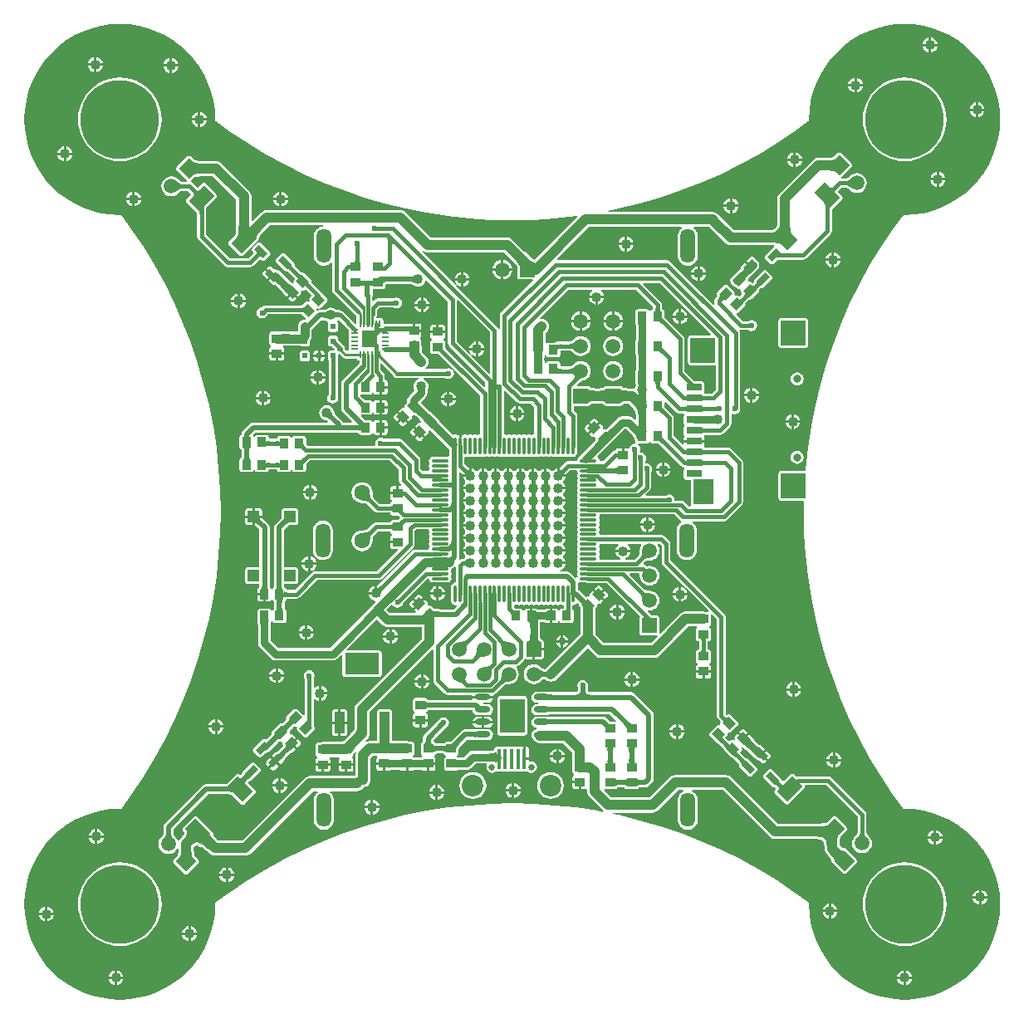
<source format=gtl>
G04 Layer_Physical_Order=1*
G04 Layer_Color=255*
%FSLAX25Y25*%
%MOIN*%
G70*
G01*
G75*
%ADD10R,0.06299X0.06890*%
%ADD11R,0.00787X0.02756*%
%ADD12R,0.02756X0.00787*%
G04:AMPARAMS|DCode=13|XSize=36.61mil|YSize=38.58mil|CornerRadius=0mil|HoleSize=0mil|Usage=FLASHONLY|Rotation=45.000|XOffset=0mil|YOffset=0mil|HoleType=Round|Shape=Rectangle|*
%AMROTATEDRECTD13*
4,1,4,0.00070,-0.02659,-0.02659,0.00070,-0.00070,0.02659,0.02659,-0.00070,0.00070,-0.02659,0.0*
%
%ADD13ROTATEDRECTD13*%

%ADD14R,0.03661X0.03858*%
%ADD15R,0.03858X0.03661*%
G04:AMPARAMS|DCode=16|XSize=36.61mil|YSize=38.58mil|CornerRadius=0mil|HoleSize=0mil|Usage=FLASHONLY|Rotation=315.000|XOffset=0mil|YOffset=0mil|HoleType=Round|Shape=Rectangle|*
%AMROTATEDRECTD16*
4,1,4,-0.02659,-0.00070,0.00070,0.02659,0.02659,0.00070,-0.00070,-0.02659,-0.02659,-0.00070,0.0*
%
%ADD16ROTATEDRECTD16*%

G04:AMPARAMS|DCode=17|XSize=86.61mil|YSize=59.05mil|CornerRadius=0mil|HoleSize=0mil|Usage=FLASHONLY|Rotation=225.000|XOffset=0mil|YOffset=0mil|HoleType=Round|Shape=Rectangle|*
%AMROTATEDRECTD17*
4,1,4,0.00974,0.05150,0.05150,0.00974,-0.00974,-0.05150,-0.05150,-0.00974,0.00974,0.05150,0.0*
%
%ADD17ROTATEDRECTD17*%

G04:AMPARAMS|DCode=18|XSize=86.61mil|YSize=59.05mil|CornerRadius=0mil|HoleSize=0mil|Usage=FLASHONLY|Rotation=135.000|XOffset=0mil|YOffset=0mil|HoleType=Round|Shape=Rectangle|*
%AMROTATEDRECTD18*
4,1,4,0.05150,-0.00974,0.00974,-0.05150,-0.05150,0.00974,-0.00974,0.05150,0.05150,-0.00974,0.0*
%
%ADD18ROTATEDRECTD18*%

G04:AMPARAMS|DCode=19|XSize=27.56mil|YSize=49.21mil|CornerRadius=0mil|HoleSize=0mil|Usage=FLASHONLY|Rotation=225.000|XOffset=0mil|YOffset=0mil|HoleType=Round|Shape=Rectangle|*
%AMROTATEDRECTD19*
4,1,4,-0.00766,0.02714,0.02714,-0.00766,0.00766,-0.02714,-0.02714,0.00766,-0.00766,0.02714,0.0*
%
%ADD19ROTATEDRECTD19*%

G04:AMPARAMS|DCode=20|XSize=27.56mil|YSize=49.21mil|CornerRadius=0mil|HoleSize=0mil|Usage=FLASHONLY|Rotation=135.000|XOffset=0mil|YOffset=0mil|HoleType=Round|Shape=Rectangle|*
%AMROTATEDRECTD20*
4,1,4,0.02714,0.00766,-0.00766,-0.02714,-0.02714,-0.00766,0.00766,0.02714,0.02714,0.00766,0.0*
%
%ADD20ROTATEDRECTD20*%

%ADD21R,0.09842X0.09842*%
%ADD22R,0.07874X0.09842*%
%ADD23R,0.06299X0.02953*%
%ADD24R,0.01772X0.07874*%
%ADD25R,0.04724X0.04724*%
%ADD26O,0.01102X0.07087*%
%ADD27O,0.07087X0.01102*%
%ADD28R,0.13780X0.08661*%
%ADD29R,0.03937X0.08661*%
%ADD30O,0.06299X0.02362*%
%ADD31R,0.09842X0.13780*%
%ADD32R,0.02362X0.01968*%
%ADD33R,0.01968X0.02362*%
%ADD34C,0.02000*%
%ADD35C,0.01500*%
%ADD36C,0.01000*%
%ADD37C,0.03000*%
%ADD38C,0.04000*%
%ADD39C,0.03500*%
%ADD40C,0.04000*%
%ADD41C,0.05905*%
%ADD42P,0.08352X4X270.0*%
%ADD43P,0.08352X4X360.0*%
%ADD44R,0.05905X0.05905*%
%ADD45R,0.05905X0.05905*%
%ADD46C,0.08661*%
%ADD47C,0.06299*%
%ADD48O,0.05905X0.13780*%
%ADD49C,0.03000*%
%ADD50C,0.02362*%
%ADD51C,0.03150*%
%ADD52C,0.02559*%
%ADD53C,0.31496*%
G36*
X282208Y114647D02*
X282405Y114481D01*
X282592Y114348D01*
X282769Y114246D01*
X282934Y114176D01*
X283088Y114138D01*
X283232Y114132D01*
X283365Y114158D01*
X283487Y114216D01*
X283599Y114306D01*
X281478Y112185D01*
X281568Y112296D01*
X281626Y112419D01*
X281652Y112552D01*
X281646Y112696D01*
X281608Y112850D01*
X281538Y113015D01*
X281436Y113192D01*
X281302Y113378D01*
X281137Y113576D01*
X280939Y113785D01*
X281999Y114845D01*
X282208Y114647D01*
D02*
G37*
G36*
X212938Y113598D02*
X213427Y111598D01*
X213045Y111597D01*
X211374Y111497D01*
X211279Y111470D01*
X211220Y111439D01*
X210935Y113600D01*
X212938Y113598D01*
D02*
G37*
G36*
X273033Y243847D02*
X273078Y243726D01*
X273153Y243619D01*
X273258Y243527D01*
X273394Y243448D01*
X273558Y243384D01*
X273753Y243334D01*
X273978Y243298D01*
X274234Y243277D01*
X274518Y243270D01*
Y241770D01*
X274234Y241762D01*
X273978Y241741D01*
X273753Y241705D01*
X273558Y241655D01*
X273394Y241591D01*
X273258Y241513D01*
X273153Y241420D01*
X273078Y241313D01*
X273033Y241192D01*
X273019Y241056D01*
Y243983D01*
X273033Y243847D01*
D02*
G37*
G36*
X240381Y246147D02*
X240501Y245987D01*
X240701Y245846D01*
X240981Y245724D01*
X241341Y245621D01*
X241781Y245536D01*
X242301Y245470D01*
X243581Y245395D01*
X244341Y245386D01*
Y241386D01*
X243581Y241376D01*
X241781Y241235D01*
X241341Y241151D01*
X240981Y241048D01*
X240701Y240925D01*
X240501Y240784D01*
X240381Y240625D01*
X240341Y240446D01*
Y246326D01*
X240381Y246147D01*
D02*
G37*
G36*
X273033Y239517D02*
X273078Y239395D01*
X273153Y239288D01*
X273258Y239196D01*
X273394Y239117D01*
X273558Y239053D01*
X273753Y239003D01*
X273978Y238967D01*
X274234Y238946D01*
X274518Y238939D01*
Y237439D01*
X274234Y237432D01*
X273978Y237410D01*
X273753Y237375D01*
X273558Y237325D01*
X273394Y237261D01*
X273258Y237182D01*
X273153Y237089D01*
X273078Y236982D01*
X273033Y236861D01*
X273019Y236726D01*
Y239652D01*
X273033Y239517D01*
D02*
G37*
G36*
X136310Y241454D02*
X136869Y240979D01*
X137115Y240806D01*
X137338Y240677D01*
X137539Y240592D01*
X137718Y240550D01*
X137874Y240551D01*
X138007Y240596D01*
X138119Y240684D01*
X136108Y238476D01*
X136187Y238596D01*
X136225Y238736D01*
X136221Y238897D01*
X136176Y239079D01*
X136089Y239281D01*
X135961Y239503D01*
X135792Y239746D01*
X135581Y240009D01*
X135035Y240597D01*
X135997Y241756D01*
X136310Y241454D01*
D02*
G37*
G36*
X231185Y240357D02*
X232408Y240285D01*
X232861Y240228D01*
X233224Y240158D01*
X233476Y240086D01*
X233500Y240075D01*
X233507Y240043D01*
X233625Y239866D01*
X233628Y239859D01*
X233632Y239855D01*
X233728Y239712D01*
X233910Y239590D01*
X233916Y239585D01*
X233921Y239583D01*
X234059Y239491D01*
X234265Y239450D01*
X234287Y239442D01*
X234305Y239442D01*
X234449Y239413D01*
X240354D01*
X240498Y239442D01*
X240516Y239442D01*
X240538Y239450D01*
X240744Y239491D01*
X240882Y239583D01*
X240887Y239585D01*
X240893Y239590D01*
X241075Y239712D01*
X241171Y239855D01*
X241175Y239859D01*
X241178Y239866D01*
X241296Y240043D01*
X241303Y240075D01*
X241327Y240086D01*
X241579Y240158D01*
X241918Y240223D01*
X243628Y240357D01*
X243647Y240358D01*
X244225Y239779D01*
X245099Y238835D01*
X245738Y238060D01*
X245954Y237759D01*
X246111Y237509D01*
X246201Y237332D01*
X246223Y237271D01*
X246237Y237202D01*
X246244Y237154D01*
X246250Y237136D01*
X246298Y236893D01*
X246415Y236719D01*
X246522Y235202D01*
Y234020D01*
X246060Y233828D01*
X245409Y234480D01*
X244582Y235032D01*
X243606Y235226D01*
X240945D01*
X239969Y235032D01*
X239142Y234480D01*
X235229Y230566D01*
X234886Y230257D01*
X234626Y230050D01*
X234410Y229897D01*
X234313Y229839D01*
X234253Y229851D01*
X234251Y229852D01*
X234250Y229852D01*
X234103Y229881D01*
X233856Y229832D01*
X233854Y229832D01*
X233853Y229831D01*
X233713Y229803D01*
X233696Y229792D01*
X233336Y230153D01*
X233347Y230170D01*
X233424Y230560D01*
X233347Y230950D01*
X233126Y231281D01*
X232185Y232222D01*
X230100Y230136D01*
X228015Y228051D01*
X228956Y227111D01*
X229286Y226889D01*
X229677Y226812D01*
X230067Y226889D01*
X230083Y226901D01*
X230444Y226540D01*
X230433Y226523D01*
X230405Y226383D01*
X230404Y226382D01*
X230404Y226380D01*
X230355Y226133D01*
X230384Y225986D01*
X230384Y225985D01*
X230385Y225983D01*
X230397Y225923D01*
X230339Y225826D01*
X230199Y225628D01*
X229586Y224923D01*
X224576Y219913D01*
X224023Y219086D01*
X223971Y218825D01*
X223765Y218784D01*
X223252Y218441D01*
X222909Y217928D01*
X222789Y217323D01*
X222637Y217139D01*
X219353D01*
X219353Y217139D01*
X218670Y217003D01*
X218092Y216616D01*
X218092Y216616D01*
X216040Y214565D01*
X216026Y214553D01*
X215940Y214494D01*
X215856Y214445D01*
X215798Y214417D01*
Y213348D01*
X215845Y213357D01*
X216012Y213405D01*
X216176Y213467D01*
X216334Y213543D01*
X216489Y213633D01*
X216639Y213738D01*
X216785Y213856D01*
X216927Y213989D01*
X217988Y212928D01*
X217855Y212787D01*
X217737Y212640D01*
X217632Y212490D01*
X217542Y212335D01*
X217466Y212177D01*
X217404Y212014D01*
X217356Y211846D01*
X217347Y211799D01*
X218416D01*
X218443Y211857D01*
X218493Y211941D01*
X218552Y212028D01*
X218564Y212042D01*
X220092Y213570D01*
X222637D01*
X222789Y213386D01*
X222909Y212781D01*
X223162Y212402D01*
X222909Y212023D01*
X222789Y211417D01*
X222909Y210812D01*
X223162Y210433D01*
X222909Y210054D01*
X222789Y209449D01*
X222909Y208844D01*
X223162Y208465D01*
X222909Y208086D01*
X222789Y207480D01*
X222909Y206875D01*
X223162Y206496D01*
X222909Y206117D01*
X222789Y205512D01*
X222909Y204907D01*
X223162Y204528D01*
X222909Y204149D01*
X222789Y203543D01*
X222909Y202938D01*
X223162Y202559D01*
X222909Y202180D01*
X222789Y201575D01*
X222909Y200970D01*
X223162Y200591D01*
X222909Y200212D01*
X222789Y199606D01*
X222909Y199001D01*
X223162Y198622D01*
X222909Y198243D01*
X222789Y197638D01*
X222909Y197033D01*
X223162Y196653D01*
X222909Y196274D01*
X222789Y195669D01*
X222909Y195064D01*
X223162Y194685D01*
X222909Y194306D01*
X222789Y193701D01*
X222909Y193096D01*
X223162Y192717D01*
X222909Y192338D01*
X222789Y191732D01*
X222909Y191127D01*
X223162Y190748D01*
X222909Y190369D01*
X222789Y189764D01*
X222909Y189158D01*
X223162Y188779D01*
X222909Y188400D01*
X222789Y187795D01*
X222909Y187190D01*
X223162Y186811D01*
X222909Y186432D01*
X222789Y185827D01*
X222909Y185222D01*
X223162Y184843D01*
X222909Y184464D01*
X222789Y183858D01*
X222909Y183253D01*
X223162Y182874D01*
X222909Y182495D01*
X222789Y181890D01*
X222909Y181284D01*
X223162Y180905D01*
X222909Y180526D01*
X222789Y179921D01*
X222909Y179316D01*
X223162Y178937D01*
X222909Y178558D01*
X222789Y177953D01*
X222909Y177348D01*
X223162Y176969D01*
X222909Y176590D01*
X222789Y175984D01*
X222909Y175379D01*
X223162Y175000D01*
X222909Y174621D01*
X222789Y174016D01*
X222909Y173410D01*
X223162Y173031D01*
X222909Y172652D01*
X222789Y172047D01*
X222909Y171442D01*
X223162Y171063D01*
X222909Y170684D01*
X222869Y170485D01*
X222327Y170321D01*
X220340Y172308D01*
X219678Y172750D01*
X218898Y172905D01*
X216189D01*
X216081Y173376D01*
X216811Y173679D01*
X217438Y174160D01*
X217919Y174786D01*
X218221Y175516D01*
X218258Y175799D01*
X215298D01*
Y176799D01*
X218258D01*
X218221Y177082D01*
X217919Y177812D01*
X217438Y178439D01*
X217294Y178549D01*
Y179049D01*
X217438Y179160D01*
X217919Y179786D01*
X218221Y180516D01*
X218258Y180799D01*
X215298D01*
Y181799D01*
X218258D01*
X218221Y182082D01*
X217919Y182812D01*
X217438Y183439D01*
X217294Y183549D01*
Y184049D01*
X217438Y184160D01*
X217919Y184786D01*
X218221Y185516D01*
X218258Y185799D01*
X215298D01*
Y186799D01*
X218258D01*
X218221Y187082D01*
X217919Y187812D01*
X217438Y188439D01*
X217294Y188549D01*
Y189049D01*
X217438Y189160D01*
X217919Y189786D01*
X218221Y190516D01*
X218258Y190799D01*
X215298D01*
Y191799D01*
X218258D01*
X218221Y192082D01*
X217919Y192812D01*
X217438Y193439D01*
X217294Y193549D01*
Y194049D01*
X217438Y194160D01*
X217919Y194786D01*
X218221Y195516D01*
X218258Y195799D01*
X215298D01*
Y196799D01*
X218258D01*
X218221Y197082D01*
X217919Y197812D01*
X217438Y198439D01*
X217294Y198549D01*
Y199049D01*
X217438Y199160D01*
X217919Y199786D01*
X218221Y200516D01*
X218258Y200799D01*
X215298D01*
Y201799D01*
X218258D01*
X218221Y202082D01*
X217919Y202812D01*
X217438Y203439D01*
X217294Y203549D01*
Y204049D01*
X217438Y204160D01*
X217919Y204786D01*
X218221Y205516D01*
X218258Y205799D01*
X215298D01*
Y206799D01*
X218258D01*
X218221Y207082D01*
X217919Y207812D01*
X217438Y208439D01*
X217294Y208549D01*
Y209049D01*
X217438Y209160D01*
X217919Y209786D01*
X218221Y210516D01*
X218258Y210799D01*
X215298D01*
Y211299D01*
X214798D01*
Y214259D01*
X214515Y214222D01*
X213785Y213920D01*
X213158Y213439D01*
X213034Y213277D01*
X212534D01*
X212410Y213439D01*
X211783Y213920D01*
X211053Y214222D01*
X210770Y214259D01*
Y211299D01*
X209770D01*
Y214259D01*
X209487Y214222D01*
X208757Y213920D01*
X208130Y213439D01*
X208006Y213277D01*
X207506D01*
X207382Y213439D01*
X206755Y213920D01*
X206025Y214222D01*
X205742Y214259D01*
Y211299D01*
X204742D01*
Y214259D01*
X204459Y214222D01*
X203729Y213920D01*
X203102Y213439D01*
X202978Y213277D01*
X202478D01*
X202353Y213439D01*
X201727Y213920D01*
X200997Y214222D01*
X200714Y214259D01*
Y211299D01*
X199714D01*
Y214259D01*
X199431Y214222D01*
X198701Y213920D01*
X198074Y213439D01*
X197950Y213277D01*
X197450D01*
X197325Y213439D01*
X196698Y213920D01*
X195969Y214222D01*
X195686Y214259D01*
Y211299D01*
X194686D01*
Y214259D01*
X194402Y214222D01*
X193673Y213920D01*
X193046Y213439D01*
X192921Y213277D01*
X192421D01*
X192297Y213439D01*
X191670Y213920D01*
X190941Y214222D01*
X190657Y214259D01*
Y211299D01*
X189657D01*
Y214259D01*
X189374Y214222D01*
X188645Y213920D01*
X188018Y213439D01*
X187893Y213277D01*
X187393D01*
X187269Y213439D01*
X186642Y213920D01*
X185913Y214222D01*
X185629Y214259D01*
Y211299D01*
X184629D01*
Y214259D01*
X184346Y214222D01*
X183616Y213920D01*
X182990Y213439D01*
X182865Y213277D01*
X182365D01*
X182241Y213439D01*
X181614Y213920D01*
X180884Y214222D01*
X180601Y214259D01*
Y211299D01*
X180101D01*
Y210799D01*
X177141D01*
X177178Y210516D01*
X177481Y209786D01*
X177962Y209160D01*
X178105Y209049D01*
Y208549D01*
X177962Y208439D01*
X177481Y207812D01*
X177178Y207082D01*
X177141Y206799D01*
X180101D01*
Y205799D01*
X177141D01*
X177178Y205516D01*
X177481Y204786D01*
X177962Y204160D01*
X178105Y204049D01*
Y203549D01*
X177962Y203439D01*
X177481Y202812D01*
X177178Y202082D01*
X177141Y201799D01*
X180101D01*
Y200799D01*
X177141D01*
X177178Y200516D01*
X177481Y199786D01*
X177962Y199160D01*
X178105Y199049D01*
Y198549D01*
X177962Y198439D01*
X177481Y197812D01*
X177178Y197082D01*
X177141Y196799D01*
X180101D01*
Y195799D01*
X177141D01*
X177178Y195516D01*
X177481Y194786D01*
X177962Y194160D01*
X178105Y194049D01*
Y193549D01*
X177962Y193439D01*
X177481Y192812D01*
X177178Y192082D01*
X177141Y191799D01*
X180101D01*
Y190799D01*
X177141D01*
X177178Y190516D01*
X177481Y189786D01*
X177962Y189160D01*
X178105Y189049D01*
Y188549D01*
X177962Y188439D01*
X177481Y187812D01*
X177178Y187082D01*
X177141Y186799D01*
X180101D01*
Y185799D01*
X177141D01*
X177178Y185516D01*
X177481Y184786D01*
X177962Y184160D01*
X178105Y184049D01*
Y183549D01*
X177962Y183439D01*
X177481Y182812D01*
X177178Y182082D01*
X177141Y181799D01*
X180101D01*
Y180799D01*
X177141D01*
X177178Y180516D01*
X177481Y179786D01*
X177962Y179160D01*
X178105Y179049D01*
Y178549D01*
X177962Y178439D01*
X177795Y178222D01*
X177768Y178204D01*
X177748Y178173D01*
X177718Y178150D01*
X177715Y178146D01*
X177676Y178132D01*
X177608Y178114D01*
X177527Y178099D01*
X177359Y178084D01*
X177087D01*
X177087Y178084D01*
X176404Y177948D01*
X175825Y177561D01*
X175477Y177917D01*
X175506Y177960D01*
X175661Y178740D01*
Y183858D01*
Y199213D01*
Y208268D01*
Y212563D01*
X176123Y212754D01*
X176836Y212042D01*
X176847Y212028D01*
X176907Y211941D01*
X176956Y211857D01*
X176984Y211799D01*
X178052D01*
X178043Y211846D01*
X177995Y212014D01*
X177933Y212177D01*
X177857Y212335D01*
X177767Y212490D01*
X177663Y212640D01*
X177544Y212787D01*
X177411Y212928D01*
X178472Y213989D01*
X178614Y213856D01*
X178760Y213738D01*
X178911Y213633D01*
X179065Y213543D01*
X179224Y213467D01*
X179387Y213405D01*
X179554Y213357D01*
X179601Y213348D01*
Y214417D01*
X179543Y214445D01*
X179459Y214494D01*
X179373Y214554D01*
X179359Y214565D01*
X177769Y216155D01*
Y218700D01*
X177953Y218851D01*
X178558Y218972D01*
X178937Y219225D01*
X179316Y218972D01*
X179921Y218851D01*
X180526Y218972D01*
X180905Y219225D01*
X181284Y218972D01*
X181890Y218851D01*
X182495Y218972D01*
X182874Y219225D01*
X183253Y218972D01*
X183858Y218851D01*
X184464Y218972D01*
X184843Y219225D01*
X185222Y218972D01*
X185827Y218851D01*
X186432Y218972D01*
X186811Y219225D01*
X187190Y218972D01*
X187795Y218851D01*
X188400Y218972D01*
X188779Y219225D01*
X189158Y218972D01*
X189764Y218851D01*
X190369Y218972D01*
X190748Y219225D01*
X191127Y218972D01*
X191732Y218851D01*
X192338Y218972D01*
X192717Y219225D01*
X193096Y218972D01*
X193701Y218851D01*
X194306Y218972D01*
X194685Y219225D01*
X195064Y218972D01*
X195669Y218851D01*
X196274Y218972D01*
X196653Y219225D01*
X197033Y218972D01*
X197638Y218851D01*
X198243Y218972D01*
X198622Y219225D01*
X199001Y218972D01*
X199606Y218851D01*
X200212Y218972D01*
X200591Y219225D01*
X200970Y218972D01*
X201575Y218851D01*
X202180Y218972D01*
X202559Y219225D01*
X202938Y218972D01*
X203543Y218851D01*
X204149Y218972D01*
X204528Y219225D01*
X204907Y218972D01*
X205512Y218851D01*
X206117Y218972D01*
X206496Y219225D01*
X206875Y218972D01*
X207480Y218851D01*
X208086Y218972D01*
X208465Y219225D01*
X208844Y218972D01*
X209449Y218851D01*
X210054Y218972D01*
X210433Y219225D01*
X210812Y218972D01*
X211417Y218851D01*
X212023Y218972D01*
X212402Y219225D01*
X212781Y218972D01*
X213386Y218851D01*
X213991Y218972D01*
X214370Y219225D01*
X214749Y218972D01*
X215354Y218851D01*
X215960Y218972D01*
X216339Y219225D01*
X216718Y218972D01*
X217323Y218851D01*
X217928Y218972D01*
X218307Y219225D01*
X218686Y218972D01*
X219291Y218851D01*
X219897Y218972D01*
X220276Y219225D01*
X220655Y218972D01*
X221260Y218851D01*
X221865Y218972D01*
X222378Y219315D01*
X222721Y219828D01*
X222841Y220433D01*
Y222642D01*
X222908Y222742D01*
X223044Y223425D01*
Y235433D01*
X223044Y235433D01*
X222908Y236116D01*
X222521Y236695D01*
X222521Y236695D01*
X221469Y237747D01*
Y239413D01*
X227362D01*
X227506Y239442D01*
X227524Y239442D01*
X227546Y239450D01*
X227752Y239491D01*
X227890Y239583D01*
X227895Y239585D01*
X227901Y239590D01*
X228083Y239712D01*
X228179Y239855D01*
X228183Y239859D01*
X228186Y239866D01*
X228304Y240043D01*
X228311Y240075D01*
X228335Y240086D01*
X228587Y240158D01*
X228926Y240223D01*
X230635Y240357D01*
X230846Y240360D01*
X230965D01*
X231185Y240357D01*
D02*
G37*
G36*
X276605Y268115D02*
X276414Y267653D01*
X268406D01*
X268015Y267576D01*
X267685Y267355D01*
X267463Y267024D01*
X267386Y266634D01*
Y256791D01*
X267463Y256401D01*
X267685Y256070D01*
X268015Y255849D01*
X268406Y255772D01*
X278248D01*
X278531Y255540D01*
Y246015D01*
X276820Y244304D01*
X274186D01*
X274101Y244311D01*
X274056Y244318D01*
X273829Y244767D01*
X273973Y244984D01*
X274051Y245374D01*
Y248327D01*
X273973Y248717D01*
X273752Y249048D01*
X273422Y249269D01*
X273031Y249346D01*
X269909D01*
X265957Y253298D01*
Y266173D01*
X265957Y266173D01*
X265822Y266856D01*
X265435Y267435D01*
X258476Y274394D01*
X258239Y274649D01*
X258072Y274857D01*
X257984Y274983D01*
Y277142D01*
X257907Y277532D01*
X257685Y277863D01*
X257355Y278084D01*
X256965Y278161D01*
X256935D01*
X256926Y278212D01*
X256918Y278304D01*
Y279906D01*
X256918Y279906D01*
X256782Y280588D01*
X256396Y281167D01*
X249258Y288305D01*
X249449Y288767D01*
X255954D01*
X276605Y268115D01*
D02*
G37*
G36*
X234462Y240446D02*
X234422Y240625D01*
X234302Y240784D01*
X234102Y240925D01*
X233822Y241048D01*
X233462Y241151D01*
X233022Y241235D01*
X232502Y241301D01*
X231222Y241376D01*
X230906Y241380D01*
X230589Y241376D01*
X228789Y241235D01*
X228349Y241151D01*
X227989Y241048D01*
X227709Y240925D01*
X227509Y240784D01*
X227389Y240625D01*
X227349Y240446D01*
Y246326D01*
X227389Y246147D01*
X227509Y245987D01*
X227709Y245846D01*
X227989Y245724D01*
X228349Y245621D01*
X228789Y245536D01*
X229309Y245470D01*
X230589Y245395D01*
X230906Y245391D01*
X231222Y245395D01*
X233022Y245536D01*
X233462Y245621D01*
X233822Y245724D01*
X234102Y245846D01*
X234302Y245987D01*
X234422Y246147D01*
X234462Y246326D01*
Y240446D01*
D02*
G37*
G36*
X250828Y249267D02*
X250774Y249177D01*
X250727Y249026D01*
X250685Y248816D01*
X250650Y248547D01*
X250599Y247827D01*
X250571Y246297D01*
X247571D01*
X247568Y246866D01*
X247415Y249026D01*
X247368Y249177D01*
X247313Y249267D01*
X247253Y249296D01*
X250889D01*
X250828Y249267D01*
D02*
G37*
G36*
X234623Y112784D02*
X235756Y111797D01*
X235898Y111709D01*
X236013Y111658D01*
X236099Y111643D01*
X236157Y111664D01*
X234226Y109930D01*
X234251Y109984D01*
X234239Y110067D01*
X234190Y110179D01*
X234103Y110320D01*
X233980Y110490D01*
X233620Y110917D01*
X233110Y111460D01*
X232800Y111774D01*
X234312Y113090D01*
X234623Y112784D01*
D02*
G37*
G36*
X266757Y241522D02*
X266747Y241569D01*
X266717Y241611D01*
X266666Y241649D01*
X266596Y241681D01*
X266505Y241708D01*
X266394Y241730D01*
X266263Y241747D01*
X265940Y241767D01*
X265748Y241770D01*
Y243270D01*
X265940Y243272D01*
X266394Y243309D01*
X266505Y243331D01*
X266596Y243359D01*
X266666Y243391D01*
X266717Y243428D01*
X266747Y243470D01*
X266757Y243517D01*
Y241522D01*
D02*
G37*
G36*
X250574Y243559D02*
X250727Y241399D01*
X250774Y241249D01*
X250828Y241159D01*
X250889Y241129D01*
X247253Y237297D01*
X250889D01*
X250828Y237266D01*
X250774Y237176D01*
X250727Y237027D01*
X250685Y236817D01*
X250650Y236546D01*
X250599Y235826D01*
X250571Y234296D01*
X247571D01*
X247568Y234866D01*
X247415Y237027D01*
X247368Y237176D01*
X247313Y237266D01*
X247253Y237297D01*
X247225Y237497D01*
X247140Y237736D01*
X246999Y238013D01*
X246801Y238329D01*
X246546Y238683D01*
X245867Y239506D01*
X244962Y240484D01*
X244425Y241030D01*
X247155Y243957D01*
X247560Y243558D01*
X247571Y244129D01*
X250571D01*
X250574Y243559D01*
D02*
G37*
G36*
X148900Y251890D02*
X148942Y251679D01*
X149329Y251100D01*
X149908Y250714D01*
X150591Y250578D01*
X159139D01*
X159238Y250078D01*
X158723Y249865D01*
X158097Y249384D01*
X157616Y248757D01*
X157313Y248027D01*
X157210Y247244D01*
X157313Y246461D01*
X157616Y245731D01*
X157687Y245638D01*
Y245544D01*
X155459Y243316D01*
X154907Y242489D01*
X154713Y241514D01*
Y240773D01*
X153882Y239942D01*
X153661Y239611D01*
X153584Y239221D01*
X153661Y238831D01*
X153672Y238814D01*
X153312Y238454D01*
X153295Y238465D01*
X152905Y238543D01*
X152515Y238465D01*
X152184Y238244D01*
X151243Y237303D01*
X153328Y235218D01*
X155413Y233133D01*
X156354Y234074D01*
X156575Y234404D01*
X156653Y234795D01*
X156575Y235185D01*
X156564Y235202D01*
X156924Y235562D01*
X156941Y235551D01*
X157149Y235509D01*
X157156Y235507D01*
X157162Y235507D01*
X157331Y235473D01*
X157546Y235516D01*
X157554Y235516D01*
X157559Y235519D01*
X157721Y235551D01*
X157786Y235594D01*
X157863Y235559D01*
X158070Y235434D01*
X158322Y235253D01*
X158784Y234855D01*
X159704Y233935D01*
X159743Y233894D01*
X160173Y233392D01*
X160293Y233233D01*
X160354Y232925D01*
X160365Y232909D01*
X160005Y232548D01*
X159988Y232559D01*
X159598Y232637D01*
X159208Y232559D01*
X158877Y232338D01*
X157936Y231397D01*
X160021Y229312D01*
X162106Y227227D01*
X163047Y228168D01*
X163268Y228499D01*
X163346Y228889D01*
X163268Y229279D01*
X163257Y229296D01*
X163617Y229657D01*
X163634Y229645D01*
X163929Y229587D01*
X164977Y228662D01*
X171415Y222224D01*
X171583Y222112D01*
Y219280D01*
X171083Y218869D01*
X170905Y218904D01*
X164921D01*
X164316Y218784D01*
X163803Y218441D01*
X163460Y217928D01*
X163340Y217323D01*
X163460Y216718D01*
X163713Y216339D01*
X163460Y215960D01*
X163340Y215354D01*
X163460Y214749D01*
X163713Y214370D01*
X163460Y213991D01*
X163340Y213386D01*
X163189Y213202D01*
X160975D01*
X160052Y214125D01*
Y217717D01*
X160052Y217717D01*
X159916Y218399D01*
X159529Y218978D01*
X152837Y225671D01*
X152258Y226058D01*
X151575Y226194D01*
X145350D01*
X144946Y226464D01*
X144095Y226633D01*
X143244Y226464D01*
X142522Y225982D01*
X142040Y225260D01*
X141871Y224410D01*
X141964Y223938D01*
X141565Y223438D01*
X114794D01*
X114582Y223651D01*
X114434Y223808D01*
X114273Y224002D01*
X114150Y224167D01*
Y226339D01*
X114072Y226729D01*
X113851Y227060D01*
X113520Y227280D01*
X113130Y227358D01*
X109469D01*
X109079Y227280D01*
X108748Y227060D01*
X108527Y226729D01*
X108523Y226709D01*
X108013D01*
X108009Y226729D01*
X107788Y227060D01*
X107457Y227280D01*
X107067Y227358D01*
X103406D01*
X103015Y227280D01*
X102685Y227060D01*
X102464Y226729D01*
X102386Y226339D01*
Y226210D01*
X102335Y226202D01*
X102243Y226194D01*
X99331D01*
X99240Y226202D01*
X99189Y226210D01*
Y226732D01*
X99111Y227122D01*
X98890Y227453D01*
X98559Y227674D01*
X98169Y227752D01*
X94508D01*
X94118Y227674D01*
X93787Y227453D01*
X93566Y227122D01*
X93562Y227103D01*
X93052D01*
X93048Y227122D01*
X92827Y227453D01*
X92802Y227713D01*
X93758Y228670D01*
X134564D01*
X134697Y228659D01*
X134916Y228625D01*
X135074Y228586D01*
X135104Y228575D01*
X135141Y228389D01*
X135362Y228059D01*
X135693Y227838D01*
X135813Y227814D01*
X135816Y227812D01*
X135823Y227812D01*
X136083Y227760D01*
X139744D01*
X140134Y227838D01*
X140465Y228059D01*
X140686Y228389D01*
X140690Y228409D01*
X141200D01*
X141204Y228389D01*
X141425Y228059D01*
X141755Y227838D01*
X142146Y227760D01*
X143476D01*
Y230709D01*
Y233657D01*
X142146D01*
X141755Y233580D01*
X141425Y233359D01*
X141204Y233028D01*
X141200Y233008D01*
X140690D01*
X140686Y233028D01*
X140465Y233359D01*
X140134Y233580D01*
X139744Y233657D01*
X138004D01*
X137779Y233815D01*
X137195Y234311D01*
X136175Y235331D01*
X136382Y235831D01*
X139744D01*
X140134Y235908D01*
X140465Y236129D01*
X140686Y236460D01*
X140690Y236480D01*
X141200D01*
X141204Y236460D01*
X141425Y236129D01*
X141755Y235908D01*
X142146Y235831D01*
X143476D01*
Y238779D01*
Y241728D01*
X142146D01*
X141755Y241651D01*
X141425Y241430D01*
X141204Y241099D01*
X141200Y241079D01*
X140690D01*
X140686Y241099D01*
X140465Y241430D01*
X140134Y241651D01*
X139744Y241728D01*
X137576D01*
X137494Y241786D01*
X137071Y242146D01*
X135905Y243311D01*
X136014Y243851D01*
X136083Y243902D01*
X139744D01*
X140134Y243979D01*
X140465Y244200D01*
X140686Y244531D01*
X140690Y244551D01*
X141200D01*
X141204Y244531D01*
X141425Y244200D01*
X141755Y243979D01*
X142146Y243902D01*
X143476D01*
Y246850D01*
X143976D01*
Y247350D01*
X146827D01*
Y248780D01*
X146749Y249170D01*
X146528Y249500D01*
X146197Y249722D01*
X145807Y249799D01*
X145761D01*
Y251299D01*
X145625Y251982D01*
X145238Y252561D01*
X145238Y252561D01*
X143910Y253889D01*
Y256226D01*
X144372Y256418D01*
X148900Y251890D01*
D02*
G37*
G36*
X266745Y236726D02*
X266730Y236861D01*
X266685Y236982D01*
X266610Y237089D01*
X266505Y237182D01*
X266370Y237261D01*
X266205Y237325D01*
X266010Y237375D01*
X265785Y237410D01*
X265530Y237432D01*
X265245Y237439D01*
Y238939D01*
X265530Y238946D01*
X265785Y238967D01*
X266010Y239003D01*
X266205Y239053D01*
X266370Y239117D01*
X266505Y239196D01*
X266610Y239288D01*
X266685Y239395D01*
X266730Y239517D01*
X266745Y239652D01*
Y236726D01*
D02*
G37*
G36*
X166577Y233117D02*
X166607Y233018D01*
X166682Y232882D01*
X166804Y232707D01*
X166973Y232494D01*
X167450Y231952D01*
X168513Y230852D01*
X166392Y228731D01*
X165986Y229131D01*
X164521Y230424D01*
X164341Y230540D01*
X164198Y230610D01*
X164092Y230631D01*
X164024Y230606D01*
X166595Y233176D01*
X166577Y233117D01*
D02*
G37*
G36*
X238789Y228400D02*
X236674Y226272D01*
X234103Y228843D01*
X234208Y228780D01*
X234347Y228768D01*
X234520Y228808D01*
X234726Y228899D01*
X234966Y229041D01*
X235239Y229234D01*
X235546Y229479D01*
X236260Y230122D01*
X236667Y230521D01*
X238789Y228400D01*
D02*
G37*
G36*
X136413Y233637D02*
X137155Y233007D01*
X137483Y232778D01*
X137780Y232607D01*
X138048Y232493D01*
X138287Y232436D01*
X138496Y232438D01*
X138676Y232497D01*
X138826Y232613D01*
X136108Y229698D01*
X136215Y229857D01*
X136267Y230043D01*
X136264Y230257D01*
X136204Y230499D01*
X136096Y230753D01*
Y228793D01*
X136076Y228967D01*
X136016Y229122D01*
X135916Y229260D01*
X135776Y229379D01*
X135596Y229480D01*
X135376Y229562D01*
X135116Y229626D01*
X134816Y229672D01*
X134476Y229699D01*
X134096Y229709D01*
Y231709D01*
X134476Y231718D01*
X134816Y231745D01*
X135116Y231791D01*
X135318Y231841D01*
X134681Y232526D01*
X135997Y234039D01*
X136413Y233637D01*
D02*
G37*
G36*
X273033Y230855D02*
X273078Y230734D01*
X273153Y230627D01*
X273258Y230534D01*
X273394Y230456D01*
X273558Y230392D01*
X273753Y230342D01*
X273978Y230306D01*
X274234Y230285D01*
X274518Y230277D01*
Y228778D01*
X274234Y228770D01*
X273978Y228749D01*
X273753Y228713D01*
X273558Y228663D01*
X273394Y228599D01*
X273258Y228521D01*
X273153Y228428D01*
X273078Y228321D01*
X273033Y228200D01*
X273019Y228064D01*
Y230991D01*
X273033Y230855D01*
D02*
G37*
G36*
X195482Y128780D02*
X195123Y128774D01*
X194784Y128752D01*
X194464Y128711D01*
X194163Y128653D01*
X193882Y128576D01*
X193621Y128483D01*
X193379Y128371D01*
X193156Y128242D01*
X192953Y128095D01*
X192770Y127930D01*
X191709Y128990D01*
X191874Y129174D01*
X192021Y129377D01*
X192150Y129599D01*
X192262Y129841D01*
X192356Y130103D01*
X192432Y130384D01*
X192490Y130684D01*
X192531Y131004D01*
X192554Y131344D01*
X192559Y131703D01*
X195482Y128780D01*
D02*
G37*
G36*
X198738Y240864D02*
X198738Y240864D01*
X199317Y240477D01*
X200000Y240342D01*
X204379D01*
X205696Y239025D01*
Y228150D01*
X205512Y227999D01*
X204907Y227878D01*
X204528Y227625D01*
X204149Y227878D01*
X203543Y227999D01*
X202938Y227878D01*
X202559Y227625D01*
X202180Y227878D01*
X201575Y227999D01*
X200970Y227878D01*
X200591Y227625D01*
X200212Y227878D01*
X199606Y227999D01*
X199001Y227878D01*
X198622Y227625D01*
X198243Y227878D01*
X197638Y227999D01*
X197033Y227878D01*
X196653Y227625D01*
X196274Y227878D01*
X195669Y227999D01*
X195064Y227878D01*
X194685Y227625D01*
X194306Y227878D01*
X193701Y227999D01*
X193517Y228150D01*
Y235433D01*
X193517Y235433D01*
Y245379D01*
X194017Y245586D01*
X198738Y240864D01*
D02*
G37*
G36*
X178206Y130454D02*
X178142Y130162D01*
X178109Y129882D01*
X178105Y129614D01*
X178131Y129358D01*
X178187Y129114D01*
X178272Y128882D01*
X178388Y128662D01*
X178533Y128454D01*
X178709Y128257D01*
X177274Y127571D01*
X177119Y127712D01*
X176939Y127852D01*
X176734Y127991D01*
X176504Y128129D01*
X175968Y128400D01*
X175662Y128533D01*
X174593Y128926D01*
X178299Y130758D01*
X178206Y130454D01*
D02*
G37*
G36*
X124448Y236480D02*
X124470Y236361D01*
X124509Y236238D01*
X124563Y236110D01*
X124633Y235978D01*
X124719Y235841D01*
X124821Y235699D01*
X124939Y235553D01*
X125221Y235248D01*
X123807Y233834D01*
X123652Y233983D01*
X123356Y234234D01*
X123214Y234336D01*
X123077Y234422D01*
X122945Y234492D01*
X122817Y234546D01*
X122694Y234585D01*
X122575Y234608D01*
X122461Y234614D01*
X124441Y236594D01*
X124448Y236480D01*
D02*
G37*
G36*
X256860Y239396D02*
X256822Y239256D01*
X256826Y239095D01*
X256871Y238913D01*
X256958Y238712D01*
X257086Y238489D01*
X257255Y238246D01*
X257466Y237983D01*
X258012Y237395D01*
X257050Y236236D01*
X256737Y236538D01*
X256178Y237013D01*
X255932Y237186D01*
X255709Y237315D01*
X255508Y237400D01*
X255329Y237442D01*
X255173Y237441D01*
X255040Y237397D01*
X254929Y237309D01*
X256940Y239516D01*
X256860Y239396D01*
D02*
G37*
G36*
X213533Y116717D02*
X213158Y116714D01*
X211763Y116617D01*
X211579Y116581D01*
X211428Y116539D01*
X211308Y116492D01*
X211220Y116439D01*
X210935Y118600D01*
X210913Y118622D01*
X210958Y118642D01*
X211072Y118659D01*
X211254Y118675D01*
X212663Y118712D01*
X213775Y118717D01*
X213533Y116717D01*
D02*
G37*
G36*
X211028Y123570D02*
X211151Y123542D01*
X211306Y123519D01*
X211711Y123481D01*
X212554Y123447D01*
X213273Y123441D01*
X213222Y121441D01*
X210935Y121322D01*
Y123600D01*
X211028Y123570D01*
D02*
G37*
G36*
X250574Y231559D02*
X250727Y229399D01*
X250774Y229249D01*
X250828Y229159D01*
X250889Y229129D01*
X247253Y225296D01*
X247232Y225624D01*
X247168Y225962D01*
X247062Y226310D01*
X246914Y226668D01*
X246723Y227036D01*
X246490Y227415D01*
X246214Y227803D01*
X245896Y228202D01*
X245132Y229030D01*
X247155Y231250D01*
X247547Y230873D01*
X247571Y232129D01*
X250571D01*
X250574Y231559D01*
D02*
G37*
G36*
X160055Y239066D02*
X160190Y238988D01*
X160363Y238865D01*
X160575Y238695D01*
X161443Y237907D01*
X161554Y237798D01*
X161561Y237805D01*
X161966Y237404D01*
X163591Y235974D01*
X163727Y235898D01*
X163825Y235869D01*
X163885Y235886D01*
X161314Y233315D01*
X161340Y233384D01*
X161318Y233489D01*
X161249Y233632D01*
X161133Y233813D01*
X160969Y234031D01*
X160499Y234579D01*
X159719Y235392D01*
X159683Y235427D01*
X158953Y236054D01*
X158633Y236285D01*
X158342Y236461D01*
X158080Y236581D01*
X157849Y236647D01*
X157647Y236657D01*
X157474Y236612D01*
X157331Y236511D01*
X159902Y239082D01*
X159959Y239097D01*
X160055Y239066D01*
D02*
G37*
G36*
X226217Y125061D02*
X226277Y124721D01*
X226377Y124421D01*
X226517Y124161D01*
X226697Y123941D01*
X226917Y123761D01*
X227177Y123621D01*
X227477Y123521D01*
X227817Y123461D01*
X228197Y123441D01*
X225197Y121441D01*
X222197Y123441D01*
X222577Y123461D01*
X222917Y123521D01*
X223217Y123621D01*
X223477Y123761D01*
X223697Y123941D01*
X223877Y124161D01*
X224017Y124421D01*
X224117Y124721D01*
X224177Y125061D01*
X224197Y125441D01*
X226197D01*
X226217Y125061D01*
D02*
G37*
G36*
X256491Y249282D02*
X256364Y249236D01*
X256251Y249162D01*
X256154Y249057D01*
X256071Y248921D01*
X256004Y248757D01*
X255951Y248562D01*
X255914Y248337D01*
X255891Y248081D01*
X255884Y247797D01*
X254384D01*
X254376Y248081D01*
X254354Y248337D01*
X254316Y248562D01*
X254264Y248757D01*
X254196Y248921D01*
X254114Y249057D01*
X254016Y249162D01*
X253904Y249236D01*
X253776Y249282D01*
X253634Y249296D01*
X256634D01*
X256491Y249282D01*
D02*
G37*
G36*
X104313Y268222D02*
X104418Y268211D01*
X104838Y268192D01*
X107778Y268167D01*
Y264667D01*
X104278Y264600D01*
Y268235D01*
X104313Y268222D01*
D02*
G37*
G36*
X250574Y267559D02*
X250727Y265399D01*
X250774Y265249D01*
X250828Y265159D01*
X250889Y265129D01*
X247253D01*
X247313Y265159D01*
X247368Y265249D01*
X247415Y265399D01*
X247457Y265609D01*
X247491Y265879D01*
X247542Y266599D01*
X247571Y268129D01*
X250571D01*
X250574Y267559D01*
D02*
G37*
G36*
X292350Y105920D02*
X292375Y105818D01*
X292447Y105678D01*
X292567Y105500D01*
X292733Y105285D01*
X293206Y104740D01*
X294268Y103638D01*
X292146Y101516D01*
X291741Y101917D01*
X290106Y103337D01*
X289966Y103409D01*
X289864Y103434D01*
X289800Y103413D01*
X292371Y105984D01*
X292350Y105920D01*
D02*
G37*
G36*
X125884Y266380D02*
X125850Y266236D01*
X125856Y266073D01*
X125903Y265890D01*
X125990Y265687D01*
X126117Y265465D01*
X126285Y265224D01*
X126494Y264963D01*
X127032Y264383D01*
X126168Y263126D01*
X125851Y263433D01*
X125286Y263913D01*
X125039Y264087D01*
X124815Y264217D01*
X124614Y264302D01*
X124437Y264342D01*
X124284Y264339D01*
X124154Y264291D01*
X124047Y264198D01*
X125959Y266504D01*
X125884Y266380D01*
D02*
G37*
G36*
X216585Y262636D02*
X216299Y262628D01*
X216043Y262606D01*
X215816Y262568D01*
X215620Y262516D01*
X215454Y262448D01*
X215318Y262366D01*
X215212Y262268D01*
X215136Y262156D01*
X215089Y262028D01*
X215073Y261886D01*
X215085Y263727D01*
X216585Y264136D01*
Y262636D01*
D02*
G37*
G36*
X175771Y103767D02*
X175370Y103351D01*
X174739Y102608D01*
X174510Y102281D01*
X174339Y101983D01*
X174225Y101715D01*
X174169Y101477D01*
X174170Y101268D01*
X174229Y101088D01*
X174345Y100938D01*
X171430Y103656D01*
X171589Y103549D01*
X171776Y103497D01*
X171990Y103500D01*
X172231Y103560D01*
X172500Y103674D01*
X172797Y103845D01*
X173121Y104071D01*
X173473Y104352D01*
X174259Y105082D01*
X175771Y103767D01*
D02*
G37*
G36*
X283176Y103924D02*
X283373Y103758D01*
X283560Y103625D01*
X283736Y103523D01*
X283901Y103453D01*
X284056Y103415D01*
X284200Y103409D01*
X284333Y103435D01*
X284455Y103493D01*
X284567Y103583D01*
X282803Y101836D01*
X282824Y101877D01*
X282820Y101937D01*
X282792Y102015D01*
X282739Y102111D01*
X282662Y102224D01*
X282560Y102356D01*
X282282Y102672D01*
X281907Y103061D01*
X282968Y104121D01*
X283176Y103924D01*
D02*
G37*
G36*
X250828Y273267D02*
X250774Y273177D01*
X250727Y273026D01*
X250685Y272816D01*
X250650Y272547D01*
X250599Y271827D01*
X250571Y270297D01*
X247571D01*
X247568Y270866D01*
X247415Y273026D01*
X247368Y273177D01*
X247313Y273267D01*
X247253Y273296D01*
X250889D01*
X250828Y273267D01*
D02*
G37*
G36*
X256860Y275396D02*
X256822Y275256D01*
X256826Y275095D01*
X256871Y274913D01*
X256958Y274711D01*
X257086Y274489D01*
X257255Y274246D01*
X257466Y273983D01*
X258012Y273395D01*
X257050Y272236D01*
X256737Y272538D01*
X256178Y273013D01*
X255932Y273186D01*
X255709Y273315D01*
X255508Y273400D01*
X255329Y273442D01*
X255173Y273441D01*
X255040Y273396D01*
X254929Y273308D01*
X256940Y275516D01*
X256860Y275396D01*
D02*
G37*
G36*
X287186Y100762D02*
X287127Y100640D01*
X287100Y100509D01*
X287105Y100366D01*
X287141Y100213D01*
X287209Y100050D01*
X287309Y99876D01*
X287441Y99691D01*
X287604Y99496D01*
X287799Y99290D01*
X286738Y98229D01*
X286535Y98429D01*
X285902Y98984D01*
X285788Y99061D01*
X285693Y99114D01*
X285615Y99142D01*
X285555Y99146D01*
X285513Y99126D01*
X287277Y100873D01*
X287186Y100762D01*
D02*
G37*
G36*
X237889Y101958D02*
X237749Y101898D01*
X237625Y101798D01*
X237518Y101658D01*
X237427Y101478D01*
X237353Y101258D01*
X237295Y100998D01*
X237253Y100698D01*
X237229Y100358D01*
X237221Y99977D01*
X235221D01*
X235210Y100358D01*
X235180Y100698D01*
X235131Y100998D01*
X235061Y101258D01*
X234970Y101478D01*
X234860Y101658D01*
X234731Y101798D01*
X234580Y101898D01*
X234411Y101958D01*
X234221Y101978D01*
X238046D01*
X237889Y101958D01*
D02*
G37*
G36*
X170525Y100033D02*
X170505Y100188D01*
X170445Y100327D01*
X170345Y100450D01*
X170205Y100556D01*
X170025Y100646D01*
X169805Y100720D01*
X169545Y100777D01*
X169245Y100818D01*
X168905Y100842D01*
X168525Y100850D01*
Y102850D01*
X168905Y102859D01*
X169545Y102924D01*
X169805Y102981D01*
X170025Y103055D01*
X170205Y103145D01*
X170345Y103251D01*
X170445Y103374D01*
X170505Y103513D01*
X170525Y103668D01*
Y100033D01*
D02*
G37*
G36*
X165086Y103513D02*
X165146Y103374D01*
X165246Y103251D01*
X165386Y103145D01*
X165566Y103055D01*
X165786Y102981D01*
X166046Y102924D01*
X166346Y102883D01*
X166686Y102859D01*
X167066Y102850D01*
Y100850D01*
X166686Y100842D01*
X166046Y100777D01*
X165786Y100720D01*
X165566Y100646D01*
X165386Y100556D01*
X165246Y100450D01*
X165146Y100327D01*
X165086Y100188D01*
X165066Y100033D01*
Y103668D01*
X165086Y103513D01*
D02*
G37*
G36*
X246533Y101958D02*
X246378Y101898D01*
X246240Y101798D01*
X246121Y101658D01*
X246020Y101478D01*
X245938Y101258D01*
X245874Y100998D01*
X245828Y100698D01*
X245800Y100358D01*
X245791Y99977D01*
X243791D01*
X243782Y100358D01*
X243755Y100698D01*
X243709Y100998D01*
X243645Y101258D01*
X243562Y101478D01*
X243462Y101658D01*
X243342Y101798D01*
X243205Y101898D01*
X243049Y101958D01*
X242875Y101978D01*
X246708D01*
X246533Y101958D01*
D02*
G37*
G36*
X222301Y261319D02*
X222043Y261569D01*
X221787Y261793D01*
X221532Y261990D01*
X221278Y262162D01*
X221026Y262307D01*
X220774Y262425D01*
X220524Y262517D01*
X220276Y262583D01*
X220028Y262623D01*
X219782Y262636D01*
Y264136D01*
X220028Y264149D01*
X220276Y264189D01*
X220524Y264254D01*
X220774Y264347D01*
X221026Y264465D01*
X221278Y264610D01*
X221532Y264781D01*
X221787Y264979D01*
X222043Y265202D01*
X222301Y265453D01*
Y261319D01*
D02*
G37*
G36*
X208962Y259865D02*
X208908Y259775D01*
X208860Y259625D01*
X208819Y259415D01*
X208784Y259145D01*
X208733Y258425D01*
X208732Y258340D01*
X208860Y256517D01*
X208908Y256367D01*
X208962Y256277D01*
X209022Y256247D01*
X205387D01*
X205447Y256277D01*
X205501Y256367D01*
X205549Y256517D01*
X205590Y256727D01*
X205625Y256997D01*
X205676Y257717D01*
X205678Y257802D01*
X205549Y259625D01*
X205501Y259775D01*
X205447Y259865D01*
X205387Y259895D01*
X209022D01*
X208962Y259865D01*
D02*
G37*
G36*
X125929Y258266D02*
X125892Y258221D01*
X125858Y258146D01*
X125830Y258041D01*
X125805Y257906D01*
X125785Y257741D01*
X125759Y257321D01*
X125750Y256781D01*
X124250D01*
X124248Y257066D01*
X124195Y257906D01*
X124170Y258041D01*
X124142Y258146D01*
X124108Y258221D01*
X124071Y258266D01*
X124029Y258281D01*
X125971D01*
X125929Y258266D01*
D02*
G37*
G36*
X182766Y106322D02*
X182673Y106352D01*
X182550Y106379D01*
X182394Y106403D01*
X181990Y106441D01*
X181147Y106474D01*
X180428Y106480D01*
X180479Y108480D01*
X182766Y108600D01*
Y106322D01*
D02*
G37*
G36*
X250574Y255559D02*
X250727Y253399D01*
X250774Y253249D01*
X250828Y253159D01*
X250889Y253129D01*
X247253D01*
X247313Y253159D01*
X247368Y253249D01*
X247415Y253399D01*
X247457Y253609D01*
X247491Y253879D01*
X247542Y254599D01*
X247571Y256129D01*
X250571D01*
X250574Y255559D01*
D02*
G37*
G36*
X243380Y112697D02*
X244111Y112079D01*
X244436Y111853D01*
X244732Y111682D01*
X245001Y111567D01*
X245243Y111508D01*
X245457Y111504D01*
X245643Y111556D01*
X245802Y111664D01*
X242887Y108946D01*
X243004Y109096D01*
X243062Y109276D01*
X243064Y109485D01*
X243007Y109723D01*
X242894Y109991D01*
X242722Y110289D01*
X242493Y110616D01*
X242207Y110973D01*
X241461Y111774D01*
X242974Y113090D01*
X243380Y112697D01*
D02*
G37*
G36*
X222301Y252047D02*
X225384Y250599D01*
X225002Y250460D01*
X223730Y249907D01*
X223476Y249769D01*
X223044Y249491D01*
X222867Y249353D01*
X222715Y249214D01*
X221255Y249874D01*
X221431Y250071D01*
X221576Y250279D01*
X221691Y250499D01*
X221775Y250730D01*
X221829Y250973D01*
X221853Y251226D01*
X221846Y251492D01*
X221808Y251768D01*
X221807Y251776D01*
X221787Y251793D01*
X221532Y251991D01*
X221278Y252162D01*
X221026Y252307D01*
X220774Y252425D01*
X220524Y252517D01*
X220276Y252583D01*
X220028Y252623D01*
X219782Y252636D01*
Y254136D01*
X220028Y254149D01*
X220276Y254188D01*
X220524Y254254D01*
X220774Y254346D01*
X221026Y254465D01*
X221278Y254610D01*
X221532Y254781D01*
X221787Y254979D01*
X222043Y255203D01*
X222301Y255453D01*
Y252047D01*
D02*
G37*
G36*
X215089Y254743D02*
X215135Y254616D01*
X215211Y254503D01*
X215317Y254406D01*
X215453Y254323D01*
X215619Y254256D01*
X215816Y254203D01*
X216042Y254166D01*
X216299Y254143D01*
X216585Y254136D01*
Y252636D01*
X216300Y252634D01*
X215460Y252580D01*
X215325Y252556D01*
X215220Y252527D01*
X215145Y252494D01*
X215100Y252457D01*
X215085Y252415D01*
X215073Y254886D01*
X215089Y254743D01*
D02*
G37*
G36*
X138570Y107887D02*
X138688Y107845D01*
X138705Y107717D01*
X138620Y107505D01*
X138433Y107208D01*
X138144Y106826D01*
X137261Y105808D01*
X135174Y103644D01*
X132994Y105153D01*
X134902Y103373D01*
X134365Y102826D01*
X132781Y101025D01*
X132526Y100671D01*
X132328Y100355D01*
X132187Y100078D01*
X132102Y99839D01*
X132074Y99639D01*
X128241Y103274D01*
X128442Y103303D01*
X128680Y103388D01*
X128958Y103529D01*
X129273Y103727D01*
X129628Y103981D01*
X130451Y104660D01*
X131429Y105566D01*
X131876Y106006D01*
X132628Y106784D01*
X133881Y108263D01*
X134335Y108916D01*
X134676Y109510D01*
X134901Y110047D01*
X135012Y110526D01*
X135009Y110947D01*
X134891Y111310D01*
X134659Y111615D01*
X138570Y107887D01*
D02*
G37*
G36*
X168756Y263203D02*
X168710Y263069D01*
X168708Y262912D01*
X168749Y262733D01*
X168833Y262532D01*
X168961Y262309D01*
X169132Y262064D01*
X169346Y261796D01*
X169906Y261194D01*
X168747Y260232D01*
X168444Y260524D01*
X167898Y260985D01*
X167656Y261153D01*
X167433Y261280D01*
X167231Y261366D01*
X167050Y261409D01*
X166888Y261412D01*
X166747Y261373D01*
X166625Y261293D01*
X168845Y263315D01*
X168756Y263203D01*
D02*
G37*
G36*
X256860Y263396D02*
X256822Y263256D01*
X256826Y263095D01*
X256871Y262913D01*
X256958Y262712D01*
X257086Y262489D01*
X257255Y262246D01*
X257466Y261983D01*
X258012Y261395D01*
X257050Y260236D01*
X256737Y260538D01*
X256178Y261013D01*
X255932Y261186D01*
X255709Y261315D01*
X255508Y261400D01*
X255329Y261442D01*
X255173Y261441D01*
X255040Y261397D01*
X254929Y261309D01*
X256940Y263516D01*
X256860Y263396D01*
D02*
G37*
G36*
X164159Y105288D02*
X164186Y104948D01*
X164232Y104648D01*
X164296Y104388D01*
X164379Y104168D01*
X164479Y103988D01*
X164599Y103848D01*
X164736Y103748D01*
X164892Y103688D01*
X165066Y103668D01*
X161233D01*
X161407Y103688D01*
X161563Y103748D01*
X161701Y103848D01*
X161820Y103988D01*
X161921Y104168D01*
X162003Y104388D01*
X162067Y104648D01*
X162113Y104948D01*
X162141Y105288D01*
X162150Y105668D01*
X164150D01*
X164159Y105288D01*
D02*
G37*
G36*
X250828Y261266D02*
X250774Y261176D01*
X250727Y261027D01*
X250685Y260817D01*
X250650Y260546D01*
X250599Y259826D01*
X250571Y258296D01*
X247571D01*
X247568Y258867D01*
X247415Y261027D01*
X247368Y261176D01*
X247313Y261266D01*
X247253Y261297D01*
X250889D01*
X250828Y261266D01*
D02*
G37*
G36*
X187979Y268946D02*
Y252599D01*
X187518Y252407D01*
X180333Y259591D01*
X180664Y259968D01*
X180796Y259867D01*
X181164Y259584D01*
X181894Y259282D01*
X182177Y259245D01*
Y261705D01*
X179717D01*
X179754Y261422D01*
X180057Y260692D01*
X180340Y260323D01*
X180441Y260191D01*
X180064Y259861D01*
X174619Y265306D01*
Y281599D01*
X175119Y281806D01*
X187979Y268946D01*
D02*
G37*
G36*
X281340Y106608D02*
X281281Y106487D01*
X281254Y106355D01*
X281259Y106212D01*
X281295Y106059D01*
X281363Y105896D01*
X281463Y105722D01*
X281594Y105537D01*
X281758Y105342D01*
X281953Y105136D01*
X280892Y104076D01*
X280689Y104276D01*
X280055Y104830D01*
X279942Y104907D01*
X279846Y104960D01*
X279769Y104989D01*
X279709Y104992D01*
X279667Y104972D01*
X281431Y106719D01*
X281340Y106608D01*
D02*
G37*
G36*
X174329Y178033D02*
X174167Y177865D01*
X173888Y177541D01*
X173770Y177384D01*
X173669Y177231D01*
X173582Y177083D01*
X173510Y176938D01*
X173454Y176796D01*
X173412Y176659D01*
X173386Y176526D01*
X171407Y178504D01*
X171541Y178531D01*
X171678Y178572D01*
X171819Y178628D01*
X171965Y178700D01*
X172113Y178787D01*
X172266Y178889D01*
X172423Y179006D01*
X172747Y179285D01*
X172915Y179447D01*
X174329Y178033D01*
D02*
G37*
G36*
X256877Y183119D02*
Y176772D01*
X257013Y176089D01*
X257400Y175510D01*
X266517Y166393D01*
X266186Y166016D01*
X266055Y166117D01*
X265686Y166400D01*
X264956Y166702D01*
X264673Y166740D01*
Y164279D01*
X267133D01*
X267096Y164563D01*
X266794Y165293D01*
X266511Y165661D01*
X266410Y165793D01*
X266787Y166123D01*
X275775Y157134D01*
X275570Y156709D01*
X275533Y156669D01*
X274580D01*
X274405Y156742D01*
X273622Y156845D01*
X266417D01*
X265634Y156742D01*
X264904Y156439D01*
X264278Y155958D01*
X256407Y148088D01*
X255989Y148284D01*
X255941Y148329D01*
Y154213D01*
X255863Y154603D01*
X255642Y154934D01*
X255311Y155155D01*
X254921Y155232D01*
X253211D01*
X253099Y155261D01*
X252974Y155305D01*
X252838Y155367D01*
X252694Y155447D01*
X252541Y155547D01*
X252379Y155670D01*
X252289Y155746D01*
X251160Y156875D01*
X251394Y157349D01*
X251969Y157273D01*
X253000Y157409D01*
X253962Y157807D01*
X254788Y158441D01*
X255421Y159266D01*
X255820Y160228D01*
X255955Y161260D01*
X255820Y162292D01*
X255421Y163253D01*
X254788Y164079D01*
X253962Y164713D01*
X253000Y165111D01*
X251969Y165247D01*
X251866Y165233D01*
X251622Y165237D01*
X251339Y165256D01*
X251082Y165288D01*
X250851Y165333D01*
X250645Y165389D01*
X250464Y165454D01*
X250306Y165527D01*
X250170Y165606D01*
X250082Y165670D01*
X243982Y171769D01*
X244174Y172231D01*
X247730D01*
X248060Y171855D01*
X247982Y171260D01*
X248117Y170228D01*
X248516Y169266D01*
X249149Y168441D01*
X249975Y167807D01*
X250937Y167409D01*
X251969Y167273D01*
X253000Y167409D01*
X253962Y167807D01*
X254788Y168441D01*
X255421Y169266D01*
X255820Y170228D01*
X255955Y171260D01*
X255820Y172292D01*
X255421Y173253D01*
X254788Y174079D01*
X253962Y174713D01*
X253000Y175111D01*
X251969Y175247D01*
X250937Y175111D01*
X250734Y175027D01*
X250676Y175076D01*
X250474Y175277D01*
X249895Y175664D01*
X249652Y175713D01*
X249487Y176255D01*
X250082Y176850D01*
X250170Y176913D01*
X250306Y176993D01*
X250464Y177066D01*
X250645Y177130D01*
X250851Y177186D01*
X251082Y177231D01*
X251339Y177264D01*
X251622Y177283D01*
X251866Y177287D01*
X251969Y177273D01*
X253000Y177409D01*
X253962Y177807D01*
X254788Y178441D01*
X255421Y179266D01*
X255820Y180228D01*
X255955Y181260D01*
X255820Y182292D01*
X255421Y183253D01*
X255160Y183594D01*
X255381Y184043D01*
X255954D01*
X256877Y183119D01*
D02*
G37*
G36*
X251939Y178307D02*
X251580Y178302D01*
X251240Y178279D01*
X250920Y178238D01*
X250620Y178180D01*
X250339Y178104D01*
X250077Y178010D01*
X249835Y177899D01*
X249613Y177769D01*
X249410Y177622D01*
X249227Y177457D01*
X248166Y178518D01*
X248331Y178701D01*
X248478Y178904D01*
X248607Y179127D01*
X248719Y179369D01*
X248813Y179630D01*
X248889Y179911D01*
X248947Y180212D01*
X248988Y180532D01*
X249011Y180871D01*
X249016Y181230D01*
X251939Y178307D01*
D02*
G37*
G36*
X207026Y147102D02*
X207069Y146592D01*
X207141Y146142D01*
X207242Y145752D01*
X207372Y145422D01*
X207530Y145152D01*
X207717Y144942D01*
X207933Y144792D01*
X208178Y144702D01*
X208452Y144672D01*
X202572D01*
X202846Y144702D01*
X203090Y144792D01*
X203306Y144942D01*
X203493Y145152D01*
X203652Y145422D01*
X203781Y145752D01*
X203882Y146142D01*
X203954Y146592D01*
X203997Y147102D01*
X204012Y147672D01*
X207012D01*
X207026Y147102D01*
D02*
G37*
G36*
X178819Y169869D02*
X178812Y169866D01*
X178800Y169856D01*
X178757Y169817D01*
X178483Y169548D01*
X177422Y170609D01*
X177743Y170945D01*
X178819Y169869D01*
D02*
G37*
G36*
X249883Y174411D02*
X250141Y174193D01*
X250259Y174110D01*
X250369Y174044D01*
X250472Y173996D01*
X250568Y173965D01*
X250656Y173951D01*
X250737Y173955D01*
X250811Y173976D01*
X249252Y172417D01*
X249273Y172491D01*
X249277Y172572D01*
X249263Y172660D01*
X249232Y172756D01*
X249184Y172859D01*
X249118Y172970D01*
X249035Y173087D01*
X248935Y173213D01*
X248682Y173485D01*
X249743Y174546D01*
X249883Y174411D01*
D02*
G37*
G36*
X178489Y175116D02*
X178418Y175198D01*
X178331Y175272D01*
X178229Y175337D01*
X178112Y175393D01*
X177979Y175441D01*
X177831Y175480D01*
X177668Y175510D01*
X177490Y175532D01*
X177296Y175545D01*
X177087Y175549D01*
Y177049D01*
X177296Y177053D01*
X177668Y177088D01*
X177831Y177119D01*
X177979Y177158D01*
X178112Y177205D01*
X178229Y177262D01*
X178331Y177327D01*
X178418Y177401D01*
X178489Y177483D01*
Y175116D01*
D02*
G37*
G36*
X274979Y145923D02*
X274852Y145878D01*
X274740Y145803D01*
X274642Y145698D01*
X274559Y145563D01*
X274492Y145398D01*
X274440Y145203D01*
X274402Y144978D01*
X274379Y144723D01*
X274372Y144438D01*
X272872D01*
X272865Y144723D01*
X272842Y144978D01*
X272804Y145203D01*
X272752Y145398D01*
X272685Y145563D01*
X272602Y145698D01*
X272504Y145803D01*
X272392Y145878D01*
X272265Y145923D01*
X272122Y145938D01*
X275122D01*
X274979Y145923D01*
D02*
G37*
G36*
X148883Y189327D02*
X148868Y189469D01*
X148823Y189597D01*
X148747Y189709D01*
X148641Y189807D01*
X148505Y189889D01*
X148339Y189957D01*
X148142Y190009D01*
X147916Y190047D01*
X147659Y190069D01*
X147371Y190077D01*
Y191577D01*
X147659Y191584D01*
X147916Y191607D01*
X148142Y191644D01*
X148339Y191697D01*
X148505Y191764D01*
X148641Y191847D01*
X148747Y191944D01*
X148823Y192057D01*
X148868Y192184D01*
X148883Y192327D01*
Y189327D01*
D02*
G37*
G36*
X153764Y192743D02*
X153462Y192431D01*
X152989Y191874D01*
X152816Y191629D01*
X152688Y191406D01*
X152602Y191206D01*
X152559Y191029D01*
X152560Y190874D01*
X152604Y190741D01*
X152691Y190630D01*
X150493Y192632D01*
X150612Y192554D01*
X150751Y192517D01*
X150911Y192521D01*
X151092Y192566D01*
X151293Y192653D01*
X151514Y192781D01*
X151756Y192950D01*
X152019Y193160D01*
X152605Y193705D01*
X153764Y192743D01*
D02*
G37*
G36*
X140644Y188205D02*
X140473Y188014D01*
X140320Y187800D01*
X140186Y187563D01*
X140071Y187303D01*
X139973Y187021D01*
X139895Y186715D01*
X139834Y186388D01*
X139792Y186037D01*
X139769Y185664D01*
X139764Y185268D01*
X136646Y188386D01*
X137042Y188391D01*
X137766Y188456D01*
X138093Y188517D01*
X138399Y188595D01*
X138681Y188693D01*
X138941Y188808D01*
X139178Y188943D01*
X139392Y189095D01*
X139583Y189266D01*
X140644Y188205D01*
D02*
G37*
G36*
X174622Y183858D02*
X172622Y179444D01*
X172612Y180154D01*
X172580Y180682D01*
X172557Y180879D01*
X172528Y181030D01*
X172494Y181136D01*
X172455Y181197D01*
X172410Y181212D01*
X172361Y181183D01*
X171208Y182858D01*
X171476Y183147D01*
X171717Y183447D01*
X171929Y183759D01*
X172113Y184083D01*
X172268Y184419D01*
X172396Y184766D01*
X172495Y185125D01*
X172565Y185496D01*
X172608Y185878D01*
X172622Y186273D01*
X174622Y183858D01*
D02*
G37*
G36*
X248777Y183594D02*
X248516Y183253D01*
X248117Y182292D01*
X247982Y181260D01*
X247995Y181157D01*
X247992Y180913D01*
X247972Y180630D01*
X247940Y180373D01*
X247895Y180142D01*
X247839Y179936D01*
X247774Y179755D01*
X247702Y179598D01*
X247622Y179461D01*
X247558Y179373D01*
X245954Y177769D01*
X242436D01*
X242337Y178269D01*
X242851Y178482D01*
X243478Y178963D01*
X243959Y179589D01*
X244261Y180319D01*
X244299Y180602D01*
X238379D01*
X238416Y180319D01*
X238718Y179589D01*
X239199Y178963D01*
X239826Y178482D01*
X240341Y178269D01*
X240241Y177769D01*
X232087D01*
X231936Y177953D01*
X231816Y178558D01*
X231562Y178937D01*
X231816Y179316D01*
X231936Y179921D01*
X231816Y180526D01*
X231562Y180905D01*
X231816Y181284D01*
X231936Y181890D01*
X231816Y182495D01*
X231562Y182874D01*
X231816Y183253D01*
X231936Y183858D01*
X232087Y184043D01*
X239421D01*
X239591Y183543D01*
X239199Y183242D01*
X238718Y182615D01*
X238416Y181886D01*
X238379Y181602D01*
X244299D01*
X244261Y181886D01*
X243959Y182615D01*
X243478Y183242D01*
X243087Y183543D01*
X243256Y184043D01*
X248556D01*
X248777Y183594D01*
D02*
G37*
G36*
X163340Y189764D02*
X163460Y189158D01*
X163713Y188779D01*
X163460Y188400D01*
X163340Y187795D01*
X163460Y187190D01*
X163713Y186811D01*
X163460Y186432D01*
X163340Y185827D01*
X163460Y185222D01*
X163713Y184843D01*
X163460Y184464D01*
X163340Y183858D01*
X163460Y183253D01*
X163713Y182874D01*
X163460Y182495D01*
X163340Y181890D01*
X163189Y181705D01*
X157874D01*
X157874Y181705D01*
X157191Y181570D01*
X156612Y181183D01*
X156612Y181183D01*
X142868Y167439D01*
X142854Y167428D01*
X142768Y167368D01*
X142684Y167319D01*
X142626Y167291D01*
Y166222D01*
X142673Y166231D01*
X142840Y166279D01*
X143003Y166341D01*
X143162Y166417D01*
X143317Y166507D01*
X143467Y166612D01*
X143613Y166730D01*
X143755Y166863D01*
X144816Y165802D01*
X144683Y165661D01*
X144565Y165514D01*
X144460Y165364D01*
X144370Y165209D01*
X144294Y165051D01*
X144232Y164888D01*
X144184Y164720D01*
X144151Y164549D01*
X144131Y164373D01*
X144126Y164193D01*
X142626Y165693D01*
Y164173D01*
X142126D01*
Y163673D01*
X139166D01*
X139203Y163390D01*
X139506Y162660D01*
X139986Y162034D01*
X140613Y161553D01*
X141343Y161250D01*
X141623Y161214D01*
X141802Y160686D01*
X140558Y159442D01*
X140118Y158867D01*
X139987Y158553D01*
X123747Y142313D01*
X103024D01*
X99911Y145426D01*
Y151707D01*
X99957Y152351D01*
X99984Y152558D01*
X99987Y152578D01*
X100135Y152799D01*
X100139Y152819D01*
X100649D01*
X100653Y152799D01*
X100874Y152468D01*
X101204Y152247D01*
X101594Y152169D01*
X105256D01*
X105646Y152247D01*
X105977Y152468D01*
X106198Y152799D01*
X106275Y153189D01*
Y157047D01*
X106228Y157286D01*
X106227Y157301D01*
X106224Y157308D01*
X106198Y157437D01*
X105977Y157768D01*
X105646Y157989D01*
X105546Y158009D01*
X105540Y158026D01*
X105507Y158176D01*
X105464Y158595D01*
Y160365D01*
X105473Y160478D01*
X105503Y160705D01*
X105540Y160871D01*
X105546Y160889D01*
X105646Y160908D01*
X105977Y161129D01*
X106198Y161460D01*
X106224Y161590D01*
X106227Y161597D01*
X106228Y161612D01*
X106275Y161850D01*
Y161979D01*
X106326Y161987D01*
X106418Y161995D01*
X110236D01*
X110919Y162131D01*
X111498Y162518D01*
X118456Y169476D01*
X143307D01*
X143990Y169611D01*
X144569Y169998D01*
X157167Y182597D01*
X157554Y183176D01*
X157690Y183858D01*
Y189418D01*
X158219Y189948D01*
X163189D01*
X163340Y189764D01*
D02*
G37*
G36*
X174200Y174751D02*
Y168701D01*
X174016Y168550D01*
X173410Y168430D01*
X172897Y168087D01*
X172555Y167574D01*
X172434Y166969D01*
Y160984D01*
X172555Y160379D01*
X172897Y159866D01*
X173410Y159523D01*
X174016Y159403D01*
X174390Y159477D01*
X174636Y159016D01*
X173390Y157770D01*
X168114D01*
X166795Y157815D01*
X165997Y157891D01*
X165741Y157934D01*
X165580Y157972D01*
X165561Y157980D01*
X165541Y157993D01*
X165539Y157994D01*
X165232Y158230D01*
X164351Y159110D01*
X164021Y159331D01*
X163630Y159409D01*
X163240Y159331D01*
X163224Y159320D01*
X162863Y159680D01*
X162874Y159697D01*
X162952Y160087D01*
X162874Y160477D01*
X162653Y160808D01*
X161712Y161749D01*
X159627Y159664D01*
X157542Y157579D01*
X158304Y156817D01*
X158097Y156317D01*
X147606D01*
X146442Y157480D01*
X148457Y159495D01*
X148955Y159446D01*
X149215Y159057D01*
X149936Y158575D01*
X150787Y158406D01*
X151638Y158575D01*
X152360Y159057D01*
X152842Y159779D01*
X152937Y160256D01*
X162851Y170170D01*
X163145Y170115D01*
X163349Y170033D01*
X163460Y169474D01*
X163803Y168960D01*
X164316Y168618D01*
X164921Y168497D01*
X170905D01*
X171511Y168618D01*
X172024Y168960D01*
X172367Y169474D01*
X172487Y170079D01*
X172367Y170684D01*
X172113Y171063D01*
X172367Y171442D01*
X172487Y172047D01*
X172367Y172652D01*
X172113Y173031D01*
X172367Y173410D01*
X172487Y174016D01*
X172464Y174131D01*
X173040Y174370D01*
X173615Y174810D01*
X173700Y174921D01*
X174200Y174751D01*
D02*
G37*
G36*
X105088Y161843D02*
X104949Y161783D01*
X104826Y161683D01*
X104720Y161543D01*
X104630Y161363D01*
X104556Y161143D01*
X104499Y160883D01*
X104458Y160583D01*
X104433Y160243D01*
X104425Y159863D01*
X102425D01*
X102417Y160243D01*
X102352Y160883D01*
X102294Y161143D01*
X102221Y161363D01*
X102131Y161543D01*
X102024Y161683D01*
X101902Y161783D01*
X101763Y161843D01*
X101608Y161863D01*
X105243D01*
X105088Y161843D01*
D02*
G37*
G36*
X224370Y168497D02*
X226579D01*
X226679Y168430D01*
X227362Y168295D01*
X234694D01*
X248199Y154790D01*
X248074Y154603D01*
X247996Y154213D01*
Y148307D01*
X248074Y147917D01*
X248295Y147586D01*
X248626Y147365D01*
X249016Y147287D01*
X254900D01*
X254944Y147239D01*
X255140Y146821D01*
X252684Y144365D01*
X233537D01*
X230191Y147710D01*
Y157911D01*
X230764Y158483D01*
X230984Y158814D01*
X231062Y159204D01*
X230984Y159594D01*
X230973Y159611D01*
X231334Y159971D01*
X231351Y159960D01*
X231741Y159883D01*
X232131Y159960D01*
X232462Y160181D01*
X233403Y161122D01*
X231318Y163207D01*
X229233Y165292D01*
X228292Y164351D01*
X228071Y164021D01*
X227993Y163630D01*
X228071Y163240D01*
X228082Y163224D01*
X227721Y162863D01*
X227705Y162874D01*
X227314Y162952D01*
X226924Y162874D01*
X226593Y162653D01*
X226522Y162582D01*
X223686Y165418D01*
X223299Y165677D01*
Y168327D01*
X223709Y168604D01*
X223765Y168618D01*
X224370Y168497D01*
D02*
G37*
G36*
X251526Y155056D02*
X251740Y154874D01*
X251954Y154713D01*
X252167Y154574D01*
X252379Y154456D01*
X252591Y154359D01*
X252802Y154284D01*
X253013Y154230D01*
X253224Y154198D01*
X253433Y154188D01*
X249191D01*
X249384Y154198D01*
X249534Y154230D01*
X249641Y154284D01*
X249706Y154359D01*
X249727Y154456D01*
X249706Y154574D01*
X249641Y154713D01*
X249534Y154874D01*
X249384Y155056D01*
X249191Y155260D01*
X251312D01*
X251526Y155056D01*
D02*
G37*
G36*
X196797Y157815D02*
X197306Y157370D01*
X197527Y157205D01*
X197726Y157079D01*
X197903Y156991D01*
X198057Y156941D01*
X198189Y156930D01*
X198298Y156957D01*
X198385Y157022D01*
X196619Y155060D01*
X196677Y155154D01*
X196698Y155270D01*
X196683Y155406D01*
X196631Y155563D01*
X196542Y155740D01*
X196416Y155938D01*
X196254Y156157D01*
X196055Y156396D01*
X195547Y156936D01*
X196509Y158095D01*
X196797Y157815D01*
D02*
G37*
G36*
X104433Y158654D02*
X104499Y158014D01*
X104556Y157754D01*
X104630Y157534D01*
X104720Y157354D01*
X104826Y157214D01*
X104949Y157114D01*
X105088Y157054D01*
X105243Y157034D01*
X101608D01*
X101763Y157054D01*
X101902Y157114D01*
X102025Y157214D01*
X102131Y157354D01*
X102221Y157534D01*
X102294Y157754D01*
X102352Y158014D01*
X102392Y158314D01*
X102417Y158654D01*
X102425Y159034D01*
X104425D01*
X104433Y158654D01*
D02*
G37*
G36*
X220046Y158249D02*
X220081Y157769D01*
X220111Y157574D01*
X220151Y157409D01*
X220199Y157274D01*
X220256Y157169D01*
X220321Y157094D01*
X220396Y157049D01*
X220479Y157034D01*
X217791Y157022D01*
X217934Y157038D01*
X218061Y157084D01*
X218174Y157160D01*
X218271Y157266D01*
X218354Y157402D01*
X218421Y157568D01*
X218474Y157764D01*
X218511Y157991D01*
X218534Y158248D01*
X218541Y158534D01*
X220041D01*
X220046Y158249D01*
D02*
G37*
G36*
X210781Y153202D02*
X210751Y153281D01*
X210661Y153352D01*
X210511Y153414D01*
X210301Y153468D01*
X210031Y153514D01*
X209701Y153551D01*
X208861Y153602D01*
X208619Y153605D01*
X206786Y153468D01*
X206576Y153414D01*
X206426Y153352D01*
X206336Y153281D01*
X206306Y153202D01*
Y157034D01*
X206336Y156955D01*
X206426Y156884D01*
X206576Y156822D01*
X206786Y156768D01*
X207056Y156722D01*
X207386Y156685D01*
X208226Y156635D01*
X208468Y156631D01*
X210301Y156768D01*
X210511Y156822D01*
X210661Y156884D01*
X210751Y156955D01*
X210781Y157034D01*
Y153202D01*
D02*
G37*
G36*
X105246Y165137D02*
X105291Y165009D01*
X105367Y164897D01*
X105473Y164799D01*
X105609Y164717D01*
X105775Y164649D01*
X105972Y164597D01*
X106199Y164559D01*
X106456Y164537D01*
X106743Y164530D01*
Y163030D01*
X106456Y163022D01*
X106199Y162999D01*
X105972Y162962D01*
X105775Y162909D01*
X105609Y162842D01*
X105473Y162759D01*
X105367Y162662D01*
X105291Y162549D01*
X105246Y162422D01*
X105231Y162279D01*
Y165279D01*
X105246Y165137D01*
D02*
G37*
G36*
X98479Y167316D02*
X98536Y166676D01*
X98586Y166416D01*
X98649Y166196D01*
X98727Y166016D01*
X98819Y165876D01*
X98925Y165776D01*
X99045Y165716D01*
X99180Y165696D01*
X95544D01*
X95721Y165716D01*
X95879Y165776D01*
X96018Y165876D01*
X96138Y166016D01*
X96241Y166196D01*
X96324Y166416D01*
X96389Y166676D01*
X96435Y166976D01*
X96463Y167316D01*
X96473Y167696D01*
X98472D01*
X98479Y167316D01*
D02*
G37*
G36*
X104324D02*
X104352Y166976D01*
X104399Y166676D01*
X104463Y166416D01*
X104547Y166196D01*
X104649Y166016D01*
X104770Y165876D01*
X104909Y165776D01*
X105067Y165716D01*
X105243Y165696D01*
X101608D01*
X101742Y165716D01*
X101862Y165776D01*
X101968Y165876D01*
X102060Y166016D01*
X102138Y166196D01*
X102202Y166416D01*
X102251Y166676D01*
X102287Y166976D01*
X102308Y167316D01*
X102315Y167696D01*
X104315D01*
X104324Y167316D01*
D02*
G37*
G36*
X249410Y164898D02*
X249613Y164751D01*
X249835Y164621D01*
X250077Y164510D01*
X250339Y164416D01*
X250620Y164340D01*
X250920Y164281D01*
X251240Y164241D01*
X251580Y164218D01*
X251939Y164212D01*
X249016Y161289D01*
X249011Y161648D01*
X248988Y161988D01*
X248947Y162308D01*
X248889Y162608D01*
X248813Y162889D01*
X248719Y163151D01*
X248607Y163393D01*
X248478Y163615D01*
X248331Y163818D01*
X248166Y164002D01*
X249227Y165062D01*
X249410Y164898D01*
D02*
G37*
G36*
X164286Y157534D02*
X164372Y157365D01*
X164518Y157216D01*
X164727Y157087D01*
X164974Y156988D01*
Y157146D01*
X165092Y157067D01*
X165280Y156996D01*
X165538Y156934D01*
X165865Y156880D01*
X166728Y156797D01*
X168547Y156735D01*
X169293Y156730D01*
Y154730D01*
X168547Y154726D01*
X165757Y154542D01*
X165721Y154320D01*
X165619Y153257D01*
X165567Y151926D01*
X165561Y151160D01*
X161561Y151021D01*
X161555Y151787D01*
X161401Y154181D01*
X161330Y154611D01*
X161247Y154974D01*
X161151Y155270D01*
X161042Y155499D01*
X160921Y155661D01*
X164193Y155747D01*
X164262Y157722D01*
X164286Y157534D01*
D02*
G37*
G36*
X206440Y153172D02*
X206560Y153082D01*
X206666Y152932D01*
X206758Y152722D01*
X206835Y152452D01*
X206899Y152122D01*
X206948Y151732D01*
X207005Y150772D01*
X207012Y150202D01*
X204012D01*
X203998Y150772D01*
X203958Y151282D01*
X203891Y151732D01*
X203797Y152122D01*
X203677Y152452D01*
X203529Y152722D01*
X203355Y152932D01*
X203153Y153082D01*
X202925Y153172D01*
X202671Y153202D01*
X206306D01*
X206440Y153172D01*
D02*
G37*
G36*
X99120D02*
X99066Y153082D01*
X99018Y152932D01*
X98977Y152722D01*
X98942Y152452D01*
X98891Y151732D01*
X98862Y150202D01*
X95862D01*
X95859Y150772D01*
X95707Y152932D01*
X95659Y153082D01*
X95605Y153172D01*
X95544Y153202D01*
X99180D01*
X99120Y153172D01*
D02*
G37*
G36*
X108156Y192533D02*
X108001Y192646D01*
X107817Y192702D01*
X107605D01*
X107364Y192646D01*
X107096Y192533D01*
X106799Y192363D01*
X106474Y192137D01*
X106120Y191854D01*
X105328Y191119D01*
X103914Y192533D01*
X104310Y192943D01*
X104932Y193678D01*
X105158Y194003D01*
X105328Y194300D01*
X105441Y194569D01*
X105498Y194810D01*
Y195022D01*
X105441Y195205D01*
X105328Y195361D01*
X108156Y192533D01*
D02*
G37*
G36*
X273033Y222194D02*
X273078Y222073D01*
X273153Y221966D01*
X273258Y221873D01*
X273394Y221795D01*
X273558Y221730D01*
X273753Y221680D01*
X273978Y221645D01*
X274234Y221623D01*
X274518Y221616D01*
Y220116D01*
X274234Y220109D01*
X273978Y220088D01*
X273753Y220052D01*
X273558Y220002D01*
X273394Y219938D01*
X273258Y219859D01*
X273153Y219767D01*
X273078Y219660D01*
X273033Y219538D01*
X273019Y219403D01*
Y222329D01*
X273033Y222194D01*
D02*
G37*
G36*
X266757Y219869D02*
X266747Y219916D01*
X266717Y219958D01*
X266666Y219995D01*
X266596Y220027D01*
X266505Y220054D01*
X266394Y220077D01*
X266263Y220094D01*
X265940Y220114D01*
X265748Y220116D01*
Y221616D01*
X265940Y221619D01*
X266394Y221656D01*
X266505Y221678D01*
X266596Y221705D01*
X266666Y221737D01*
X266717Y221774D01*
X266747Y221816D01*
X266757Y221863D01*
Y219869D01*
D02*
G37*
G36*
X91938Y222867D02*
X91799Y222807D01*
X91676Y222707D01*
X91570Y222567D01*
X91480Y222387D01*
X91406Y222167D01*
X91349Y221907D01*
X91308Y221607D01*
X91284Y221267D01*
X91276Y220887D01*
X89276D01*
X89267Y221267D01*
X89202Y221907D01*
X89145Y222167D01*
X89071Y222387D01*
X88981Y222567D01*
X88875Y222707D01*
X88752Y222807D01*
X88613Y222867D01*
X88458Y222887D01*
X92093D01*
X91938Y222867D01*
D02*
G37*
G36*
X91284Y219284D02*
X91349Y218644D01*
X91406Y218384D01*
X91480Y218164D01*
X91570Y217984D01*
X91676Y217844D01*
X91799Y217744D01*
X91938Y217684D01*
X92093Y217664D01*
X88458D01*
X88613Y217684D01*
X88752Y217744D01*
X88875Y217844D01*
X88981Y217984D01*
X89071Y218164D01*
X89145Y218384D01*
X89202Y218644D01*
X89243Y218944D01*
X89267Y219284D01*
X89276Y219664D01*
X91276D01*
X91284Y219284D01*
D02*
G37*
G36*
X273033Y217863D02*
X273078Y217742D01*
X273153Y217635D01*
X273258Y217542D01*
X273394Y217464D01*
X273558Y217400D01*
X273753Y217350D01*
X273978Y217314D01*
X274234Y217293D01*
X274518Y217285D01*
Y215785D01*
X274234Y215778D01*
X273978Y215757D01*
X273753Y215721D01*
X273558Y215671D01*
X273394Y215607D01*
X273258Y215529D01*
X273153Y215436D01*
X273078Y215329D01*
X273033Y215208D01*
X273019Y215072D01*
Y217999D01*
X273033Y217863D01*
D02*
G37*
G36*
X266757Y215601D02*
X266748Y215636D01*
X266719Y215668D01*
X266672Y215695D01*
X266606Y215719D01*
X266521Y215739D01*
X266417Y215756D01*
X266294Y215769D01*
X265991Y215784D01*
X265811Y215785D01*
Y217285D01*
X265991Y217287D01*
X266417Y217315D01*
X266521Y217332D01*
X266606Y217352D01*
X266672Y217376D01*
X266719Y217403D01*
X266748Y217435D01*
X266757Y217470D01*
Y215601D01*
D02*
G37*
G36*
X114178Y217565D02*
X113884Y217261D01*
X113421Y216713D01*
X113251Y216471D01*
X113123Y216248D01*
X113037Y216046D01*
X112992Y215865D01*
X112988Y215704D01*
X113026Y215563D01*
X113105Y215443D01*
X111094Y217651D01*
X111205Y217563D01*
X111339Y217518D01*
X111495Y217517D01*
X111674Y217559D01*
X111874Y217645D01*
X112098Y217774D01*
X112344Y217946D01*
X112612Y218162D01*
X113216Y218724D01*
X114178Y217565D01*
D02*
G37*
G36*
X256860Y227396D02*
X256822Y227256D01*
X256826Y227095D01*
X256871Y226913D01*
X256958Y226712D01*
X257086Y226489D01*
X257255Y226246D01*
X257466Y225983D01*
X258012Y225395D01*
X257050Y224236D01*
X256737Y224538D01*
X256178Y225013D01*
X255932Y225186D01*
X255709Y225315D01*
X255508Y225400D01*
X255329Y225442D01*
X255173Y225441D01*
X255040Y225396D01*
X254929Y225308D01*
X256940Y227516D01*
X256860Y227396D01*
D02*
G37*
G36*
X244888Y227790D02*
X245121Y227538D01*
X245399Y227190D01*
X245639Y226852D01*
X245835Y226533D01*
X245988Y226237D01*
X246101Y225965D01*
X246177Y225718D01*
X246218Y225496D01*
X246221Y225464D01*
Y225284D01*
X246298Y224893D01*
X246421Y224710D01*
X246150Y224254D01*
X246063Y224271D01*
X245212Y224102D01*
X244491Y223620D01*
X244008Y222898D01*
X243919Y222448D01*
X243658Y222340D01*
X243268Y222417D01*
X241839D01*
Y219567D01*
X240839D01*
Y222417D01*
X239409D01*
X239019Y222340D01*
X238688Y222119D01*
X238468Y221788D01*
X238189Y221469D01*
X237506Y221334D01*
X236927Y220947D01*
X233119Y217139D01*
X232087D01*
X231936Y217323D01*
X231816Y217928D01*
X231473Y218441D01*
X231202Y218622D01*
X231100Y219227D01*
X242001Y230128D01*
X242550D01*
X244888Y227790D01*
D02*
G37*
G36*
X91279Y227812D02*
X91332Y227198D01*
X91364Y227048D01*
X91402Y226925D01*
X91448Y226830D01*
X91501Y226762D01*
X91560Y226721D01*
X91627Y226707D01*
X88924D01*
X88991Y226721D01*
X89051Y226762D01*
X89103Y226830D01*
X89149Y226925D01*
X89188Y227048D01*
X89219Y227198D01*
X89244Y227375D01*
X89272Y227812D01*
X89276Y228071D01*
X91276D01*
X91279Y227812D01*
D02*
G37*
G36*
X103431Y222909D02*
X103416Y223052D01*
X103370Y223179D01*
X103295Y223292D01*
X103189Y223389D01*
X103053Y223472D01*
X102886Y223539D01*
X102690Y223592D01*
X102463Y223629D01*
X102206Y223652D01*
X101919Y223659D01*
Y225159D01*
X102206Y225167D01*
X102463Y225189D01*
X102690Y225227D01*
X102886Y225279D01*
X103053Y225347D01*
X103189Y225429D01*
X103295Y225527D01*
X103370Y225639D01*
X103416Y225767D01*
X103431Y225909D01*
Y222909D01*
D02*
G37*
G36*
X113047Y224373D02*
X113026Y224258D01*
X113042Y224121D01*
X113094Y223965D01*
X113183Y223787D01*
X113309Y223589D01*
X113471Y223371D01*
X113670Y223132D01*
X114178Y222592D01*
X113216Y221433D01*
X112928Y221713D01*
X112418Y222157D01*
X112197Y222322D01*
X111999Y222449D01*
X111822Y222537D01*
X111668Y222586D01*
X111536Y222598D01*
X111426Y222571D01*
X111339Y222505D01*
X113105Y224468D01*
X113047Y224373D01*
D02*
G37*
G36*
X233964Y223563D02*
X231836Y221447D01*
X229715Y223569D01*
X230114Y223976D01*
X231002Y224997D01*
X231195Y225271D01*
X231337Y225510D01*
X231428Y225716D01*
X231468Y225889D01*
X231456Y226028D01*
X231393Y226133D01*
X233964Y223563D01*
D02*
G37*
G36*
X98159Y225767D02*
X98205Y225639D01*
X98280Y225527D01*
X98386Y225429D01*
X98522Y225347D01*
X98689Y225279D01*
X98885Y225227D01*
X99112Y225189D01*
X99369Y225167D01*
X99656Y225159D01*
Y223659D01*
X99369Y223652D01*
X99112Y223629D01*
X98885Y223592D01*
X98689Y223539D01*
X98522Y223472D01*
X98386Y223389D01*
X98280Y223292D01*
X98205Y223179D01*
X98159Y223052D01*
X98144Y222909D01*
Y225909D01*
X98159Y225767D01*
D02*
G37*
G36*
X103431Y214248D02*
X103416Y214390D01*
X103370Y214518D01*
X103295Y214631D01*
X103189Y214728D01*
X103053Y214810D01*
X102886Y214878D01*
X102690Y214931D01*
X102463Y214968D01*
X102206Y214990D01*
X101919Y214998D01*
Y216498D01*
X102206Y216506D01*
X102463Y216528D01*
X102690Y216565D01*
X102886Y216618D01*
X103053Y216686D01*
X103189Y216768D01*
X103295Y216865D01*
X103370Y216978D01*
X103416Y217106D01*
X103431Y217248D01*
Y214248D01*
D02*
G37*
G36*
X152666Y197855D02*
X152661Y197775D01*
X152687Y197674D01*
X152745Y197550D01*
X152836Y197405D01*
X152958Y197238D01*
X153112Y197049D01*
X153515Y196606D01*
X153764Y196352D01*
X152605Y195389D01*
X152356Y195633D01*
X151734Y196181D01*
X151567Y196302D01*
X151421Y196393D01*
X151296Y196453D01*
X151191Y196483D01*
X151107Y196482D01*
X151044Y196450D01*
X152703Y197913D01*
X152666Y197855D01*
D02*
G37*
G36*
X148883Y196768D02*
X148868Y196910D01*
X148823Y197038D01*
X148747Y197150D01*
X148641Y197248D01*
X148505Y197330D01*
X148339Y197398D01*
X148142Y197450D01*
X147916Y197488D01*
X147659Y197510D01*
X147371Y197518D01*
Y199018D01*
X147659Y199025D01*
X147916Y199048D01*
X148142Y199085D01*
X148339Y199138D01*
X148505Y199205D01*
X148641Y199288D01*
X148747Y199385D01*
X148823Y199498D01*
X148868Y199625D01*
X148883Y199768D01*
Y196768D01*
D02*
G37*
G36*
X174622Y199213D02*
X173622D01*
X171340Y198345D01*
X171584Y198609D01*
X171802Y198886D01*
X171994Y199179D01*
X172161Y199485D01*
X172302Y199806D01*
X172417Y200142D01*
X172507Y200491D01*
X172571Y200855D01*
X172609Y201234D01*
X172622Y201627D01*
X174622Y199213D01*
D02*
G37*
G36*
X185482Y138780D02*
X185123Y138775D01*
X184784Y138752D01*
X184464Y138711D01*
X184163Y138653D01*
X183882Y138576D01*
X183621Y138483D01*
X183379Y138371D01*
X183156Y138242D01*
X182953Y138095D01*
X182770Y137930D01*
X181709Y138990D01*
X181874Y139174D01*
X182021Y139377D01*
X182150Y139599D01*
X182262Y139841D01*
X182356Y140103D01*
X182432Y140384D01*
X182491Y140684D01*
X182531Y141004D01*
X182554Y141344D01*
X182559Y141703D01*
X185482Y138780D01*
D02*
G37*
G36*
X192953Y145370D02*
X193156Y145223D01*
X193379Y145094D01*
X193621Y144982D01*
X193882Y144888D01*
X194163Y144812D01*
X194464Y144754D01*
X194784Y144713D01*
X195123Y144690D01*
X195482Y144685D01*
X192559Y141762D01*
X192554Y142121D01*
X192531Y142460D01*
X192490Y142780D01*
X192432Y143081D01*
X192356Y143362D01*
X192262Y143623D01*
X192150Y143865D01*
X192021Y144088D01*
X191874Y144291D01*
X191709Y144474D01*
X192770Y145535D01*
X192953Y145370D01*
D02*
G37*
G36*
X179314Y144474D02*
X179149Y144291D01*
X179002Y144088D01*
X178873Y143865D01*
X178761Y143623D01*
X178668Y143362D01*
X178592Y143081D01*
X178533Y142780D01*
X178492Y142460D01*
X178470Y142121D01*
X178464Y141762D01*
X175541Y144685D01*
X175900Y144690D01*
X176240Y144713D01*
X176560Y144754D01*
X176860Y144812D01*
X177141Y144888D01*
X177403Y144982D01*
X177645Y145094D01*
X177867Y145223D01*
X178070Y145370D01*
X178254Y145535D01*
X179314Y144474D01*
D02*
G37*
G36*
X274379Y141889D02*
X274402Y141632D01*
X274440Y141405D01*
X274492Y141208D01*
X274559Y141042D01*
X274642Y140906D01*
X274740Y140800D01*
X274852Y140725D01*
X274979Y140679D01*
X275122Y140664D01*
X272122D01*
X272265Y140679D01*
X272392Y140725D01*
X272504Y140800D01*
X272602Y140906D01*
X272685Y141042D01*
X272752Y141208D01*
X272804Y141405D01*
X272842Y141632D01*
X272865Y141889D01*
X272872Y142176D01*
X274372D01*
X274379Y141889D01*
D02*
G37*
G36*
X239422Y211686D02*
X239402Y211819D01*
X239342Y211938D01*
X239242Y212043D01*
X239102Y212134D01*
X238922Y212211D01*
X238702Y212274D01*
X238442Y212323D01*
X238142Y212358D01*
X237802Y212379D01*
X237422Y212386D01*
Y214386D01*
X237802Y214395D01*
X238142Y214423D01*
X238442Y214470D01*
X238702Y214536D01*
X238922Y214620D01*
X239102Y214723D01*
X239242Y214844D01*
X239342Y214985D01*
X239402Y215144D01*
X239422Y215322D01*
Y211686D01*
D02*
G37*
G36*
X207833Y133597D02*
X208053Y133415D01*
X208279Y133255D01*
X208513Y133116D01*
X208754Y132999D01*
X209001Y132903D01*
X209256Y132828D01*
X209518Y132775D01*
X209786Y132743D01*
X210062Y132732D01*
Y130732D01*
X209786Y130722D01*
X209518Y130690D01*
X209256Y130636D01*
X209001Y130562D01*
X208754Y130466D01*
X208513Y130348D01*
X208279Y130210D01*
X208053Y130050D01*
X207833Y129868D01*
X207621Y129665D01*
Y133799D01*
X207833Y133597D01*
D02*
G37*
G36*
X98159Y217106D02*
X98205Y216978D01*
X98280Y216865D01*
X98386Y216768D01*
X98522Y216686D01*
X98689Y216618D01*
X98885Y216565D01*
X99112Y216528D01*
X99369Y216506D01*
X99656Y216498D01*
Y214998D01*
X99369Y214990D01*
X99112Y214968D01*
X98885Y214931D01*
X98689Y214878D01*
X98522Y214810D01*
X98386Y214728D01*
X98280Y214631D01*
X98205Y214518D01*
X98159Y214390D01*
X98144Y214248D01*
Y217248D01*
X98159Y217106D01*
D02*
G37*
G36*
X152700Y205153D02*
X152726Y205138D01*
X152768Y205125D01*
X152828Y205113D01*
X152904Y205103D01*
X153109Y205089D01*
X153543Y205081D01*
Y203581D01*
X153382Y203580D01*
X152768Y203537D01*
X152726Y203523D01*
X152700Y203508D01*
X152691Y203491D01*
Y205170D01*
X152700Y205153D01*
D02*
G37*
G36*
X252361Y224893D02*
X252582Y224563D01*
X252913Y224342D01*
X253303Y224264D01*
X255471D01*
X255554Y224206D01*
X255977Y223847D01*
X264549Y215274D01*
X264549Y215274D01*
X265128Y214887D01*
X265748Y214764D01*
X265788Y214680D01*
X265790Y214669D01*
X265802Y214651D01*
X265960Y214325D01*
X265790Y214071D01*
X265713Y213681D01*
Y210728D01*
X265790Y210338D01*
X266011Y210007D01*
X266342Y209786D01*
X266732Y209709D01*
X268567D01*
Y200000D01*
X268645Y199610D01*
X268699Y199528D01*
X268432Y199028D01*
X267668D01*
X265829Y200868D01*
X265250Y201255D01*
X264567Y201391D01*
X262217D01*
X262066Y201575D01*
X261897Y202426D01*
X261415Y203147D01*
X260694Y203629D01*
X259842Y203799D01*
X258992Y203629D01*
X258587Y203359D01*
X250630D01*
X250439Y203821D01*
X252049Y205431D01*
X252049Y205431D01*
X252436Y206010D01*
X252572Y206693D01*
X252572Y206693D01*
Y212918D01*
X252842Y213322D01*
X253011Y214173D01*
X252842Y215024D01*
X252360Y215746D01*
X251638Y216228D01*
X250787Y216397D01*
X250596Y216359D01*
X250209Y216676D01*
Y217248D01*
X250480Y217653D01*
X250649Y218504D01*
X250480Y219355D01*
X249998Y220076D01*
X249276Y220559D01*
X248425Y220728D01*
X248403Y220723D01*
X248102Y221173D01*
X248117Y221196D01*
X248287Y222047D01*
X248117Y222898D01*
X247636Y223620D01*
X247420Y223764D01*
X247571Y224264D01*
X250902D01*
X251292Y224342D01*
X251623Y224563D01*
X251844Y224893D01*
X251848Y224913D01*
X252357D01*
X252361Y224893D01*
D02*
G37*
G36*
X139769Y204100D02*
X139834Y203376D01*
X139895Y203048D01*
X139973Y202743D01*
X140071Y202461D01*
X140186Y202201D01*
X140320Y201964D01*
X140473Y201750D01*
X140644Y201559D01*
X139583Y200498D01*
X139392Y200669D01*
X139178Y200821D01*
X138941Y200955D01*
X138681Y201071D01*
X138399Y201168D01*
X138093Y201247D01*
X137766Y201307D01*
X137415Y201349D01*
X137042Y201373D01*
X136646Y201378D01*
X139764Y204496D01*
X139769Y204100D01*
D02*
G37*
G36*
X189314Y134474D02*
X189149Y134291D01*
X189003Y134088D01*
X188873Y133865D01*
X188761Y133623D01*
X188668Y133362D01*
X188592Y133081D01*
X188533Y132780D01*
X188493Y132460D01*
X188470Y132121D01*
X188464Y131762D01*
X185541Y134685D01*
X185900Y134690D01*
X186240Y134713D01*
X186560Y134754D01*
X186860Y134812D01*
X187141Y134888D01*
X187403Y134982D01*
X187645Y135094D01*
X187867Y135223D01*
X188070Y135370D01*
X188254Y135535D01*
X189314Y134474D01*
D02*
G37*
G36*
X152729Y93970D02*
X152699Y94030D01*
X152610Y94084D01*
X152460Y94132D01*
X152250Y94173D01*
X151979Y94208D01*
X151260Y94259D01*
X149854Y94285D01*
X149700Y94284D01*
X147540Y94132D01*
X147390Y94084D01*
X147301Y94030D01*
X147271Y93970D01*
Y97605D01*
X147301Y97545D01*
X147390Y97491D01*
X147540Y97443D01*
X147750Y97402D01*
X148021Y97367D01*
X148740Y97316D01*
X150146Y97290D01*
X150300Y97291D01*
X152460Y97443D01*
X152610Y97491D01*
X152699Y97545D01*
X152729Y97605D01*
Y93970D01*
D02*
G37*
G36*
X144826Y295311D02*
X144852Y295296D01*
X144894Y295282D01*
X144954Y295270D01*
X145030Y295261D01*
X145235Y295246D01*
X145669Y295238D01*
Y293738D01*
X145508Y293737D01*
X144894Y293694D01*
X144852Y293681D01*
X144826Y293666D01*
X144817Y293648D01*
Y295328D01*
X144826Y295311D01*
D02*
G37*
G36*
X108340Y296172D02*
X108297Y296067D01*
X108285Y295948D01*
X108303Y295818D01*
X108351Y295674D01*
X108428Y295518D01*
X108536Y295350D01*
X108673Y295169D01*
X108840Y294976D01*
X109037Y294770D01*
X107977Y293709D01*
X107771Y293907D01*
X107397Y294211D01*
X107228Y294319D01*
X107072Y294396D01*
X106929Y294444D01*
X106798Y294462D01*
X106680Y294449D01*
X106574Y294407D01*
X106481Y294335D01*
X108412Y296266D01*
X108340Y296172D01*
D02*
G37*
G36*
X238157Y89969D02*
X238217Y89830D01*
X238317Y89708D01*
X238457Y89601D01*
X238637Y89512D01*
X238857Y89438D01*
X239117Y89381D01*
X239417Y89340D01*
X239757Y89315D01*
X240137Y89307D01*
Y87307D01*
X239757Y87299D01*
X239117Y87234D01*
X238857Y87176D01*
X238637Y87103D01*
X238457Y87013D01*
X238317Y86906D01*
X238217Y86784D01*
X238157Y86645D01*
X238137Y86489D01*
Y90125D01*
X238157Y89969D01*
D02*
G37*
G36*
X201189Y300471D02*
X204381Y297713D01*
X204839Y297416D01*
X205237Y297204D01*
X205575Y297077D01*
X205853Y297034D01*
X199986Y293188D01*
X200264Y293446D01*
X200416Y293772D01*
X200445Y294166D01*
X200348Y294629D01*
X200126Y295160D01*
X199780Y295760D01*
X199308Y296429D01*
X198712Y297166D01*
X197145Y298845D01*
X200371Y301277D01*
X201189Y300471D01*
D02*
G37*
G36*
X304644Y300639D02*
X304686Y300637D01*
X305831Y300627D01*
X306116Y300627D01*
X304616Y299127D01*
X304322Y299119D01*
X304042Y299097D01*
X303778Y299060D01*
X303529Y299008D01*
X303296Y298941D01*
X303078Y298860D01*
X302875Y298763D01*
X302687Y298652D01*
X302515Y298526D01*
X302358Y298385D01*
X304632Y300642D01*
X304644Y300639D01*
D02*
G37*
G36*
X96215Y299329D02*
X96104Y299419D01*
X95982Y299477D01*
X95849Y299503D01*
X95705Y299497D01*
X95550Y299459D01*
X95385Y299390D01*
X95209Y299288D01*
X95022Y299154D01*
X94824Y298988D01*
X94616Y298790D01*
X93555Y299851D01*
X93753Y300059D01*
X93919Y300257D01*
X94052Y300444D01*
X94154Y300620D01*
X94224Y300785D01*
X94262Y300940D01*
X94268Y301083D01*
X94242Y301217D01*
X94184Y301339D01*
X94094Y301450D01*
X96215Y299329D01*
D02*
G37*
G36*
X131954Y294200D02*
X131944Y294239D01*
X131915Y294274D01*
X131867Y294306D01*
X131799Y294333D01*
X131712Y294356D01*
X131605Y294374D01*
X131479Y294389D01*
X131168Y294405D01*
X130984Y294408D01*
Y295907D01*
X131168Y295910D01*
X131605Y295941D01*
X131712Y295959D01*
X131799Y295982D01*
X131867Y296009D01*
X131915Y296041D01*
X131944Y296076D01*
X131954Y296115D01*
Y294200D01*
D02*
G37*
G36*
X135399Y298190D02*
X135456Y297515D01*
X135490Y297350D01*
X135532Y297215D01*
X135581Y297110D01*
X135638Y297035D01*
X135702Y296990D01*
X135774Y296975D01*
X133146Y296963D01*
X133288Y296979D01*
X133416Y297025D01*
X133528Y297101D01*
X133626Y297207D01*
X133708Y297343D01*
X133776Y297509D01*
X133828Y297706D01*
X133866Y297932D01*
X133888Y298188D01*
X133896Y298475D01*
X135396D01*
X135399Y298190D01*
D02*
G37*
G36*
X242966Y86489D02*
X242946Y86645D01*
X242886Y86784D01*
X242786Y86906D01*
X242646Y87013D01*
X242466Y87103D01*
X242246Y87176D01*
X241986Y87234D01*
X241686Y87274D01*
X241346Y87299D01*
X240966Y87307D01*
Y89307D01*
X241346Y89315D01*
X241986Y89381D01*
X242246Y89438D01*
X242466Y89512D01*
X242646Y89601D01*
X242786Y89708D01*
X242886Y89830D01*
X242946Y89969D01*
X242966Y90125D01*
Y86489D01*
D02*
G37*
G36*
X296855Y287576D02*
X296762Y287648D01*
X296656Y287690D01*
X296538Y287703D01*
X296407Y287685D01*
X296264Y287637D01*
X296108Y287560D01*
X295940Y287452D01*
X295759Y287315D01*
X295566Y287148D01*
X295476Y287062D01*
X295399Y286982D01*
X295092Y286610D01*
X294983Y286444D01*
X294902Y286291D01*
X294851Y286150D01*
X294830Y286023D01*
X294838Y285910D01*
X294875Y285809D01*
X294941Y285721D01*
X292936Y287709D01*
X293048Y287619D01*
X293171Y287562D01*
X293304Y287536D01*
X293448Y287542D01*
X293603Y287580D01*
X293768Y287650D01*
X293944Y287751D01*
X294130Y287885D01*
X294328Y288051D01*
X294426Y288144D01*
X294496Y288217D01*
X294801Y288591D01*
X294908Y288760D01*
X294986Y288915D01*
X295034Y289059D01*
X295051Y289189D01*
X295039Y289308D01*
X294997Y289413D01*
X294925Y289507D01*
X296855Y287576D01*
D02*
G37*
G36*
X146829Y289158D02*
X146448Y289147D01*
X146107Y289118D01*
X145805Y289068D01*
X145544Y288998D01*
X145323Y288908D01*
X145141Y288797D01*
X145000Y288667D01*
X144899Y288517D01*
X144838Y288348D01*
X144817Y288158D01*
X144829Y290912D01*
X146829Y291158D01*
Y289158D01*
D02*
G37*
G36*
X171050Y281151D02*
Y264567D01*
X171186Y263884D01*
X171573Y263305D01*
X186011Y248867D01*
Y247205D01*
X185549Y247014D01*
X170366Y262197D01*
X170119Y262463D01*
X169949Y262675D01*
X169878Y262776D01*
Y264941D01*
X169800Y265331D01*
X169579Y265662D01*
X169248Y265883D01*
X169229Y265887D01*
Y266397D01*
X169248Y266401D01*
X169579Y266621D01*
X169800Y266952D01*
X169878Y267342D01*
Y268673D01*
X166929D01*
X163980D01*
Y267342D01*
X164058Y266952D01*
X164279Y266621D01*
X164610Y266401D01*
X164629Y266397D01*
Y265887D01*
X164610Y265883D01*
X164279Y265662D01*
X164058Y265331D01*
X163980Y264941D01*
Y261280D01*
X164058Y260889D01*
X164279Y260559D01*
X164610Y260337D01*
X165000Y260260D01*
X167155D01*
X167277Y260175D01*
X167688Y259828D01*
X184043Y243474D01*
Y228150D01*
X183858Y227999D01*
X183253Y227878D01*
X182874Y227625D01*
X182495Y227878D01*
X181890Y227999D01*
X181284Y227878D01*
X180905Y227625D01*
X180526Y227878D01*
X179921Y227999D01*
X179316Y227878D01*
X178937Y227625D01*
X178558Y227878D01*
X177953Y227999D01*
X177348Y227878D01*
X176969Y227625D01*
X176590Y227878D01*
X176484Y227899D01*
Y226987D01*
X176371Y226417D01*
Y223425D01*
X175647D01*
X175767Y224027D01*
X175598Y224877D01*
Y226417D01*
X175484Y226987D01*
Y227899D01*
X175379Y227878D01*
X175000Y227625D01*
X174621Y227878D01*
X174016Y227999D01*
X173410Y227878D01*
X173147Y227702D01*
X168157Y232692D01*
X167756Y233147D01*
X167623Y233316D01*
X167598Y233351D01*
X167555Y233567D01*
X167489Y233666D01*
X167488Y233668D01*
X167485Y233672D01*
X167334Y233897D01*
X164606Y236626D01*
X164380Y236776D01*
X164376Y236780D01*
X164374Y236780D01*
X164275Y236846D01*
X164103Y236881D01*
X162977Y237872D01*
X160101Y240748D01*
X162039Y242686D01*
X162591Y243513D01*
X162785Y244488D01*
Y245638D01*
X162857Y245731D01*
X163159Y246461D01*
X163262Y247244D01*
X163159Y248027D01*
X162857Y248757D01*
X162376Y249384D01*
X161749Y249865D01*
X161234Y250078D01*
X161334Y250578D01*
X170004D01*
X170409Y250308D01*
X171260Y250138D01*
X172111Y250308D01*
X172832Y250790D01*
X173314Y251511D01*
X173484Y252362D01*
X173314Y253213D01*
X172832Y253935D01*
X172111Y254417D01*
X171260Y254586D01*
X170409Y254417D01*
X170004Y254147D01*
X162154D01*
X161984Y254646D01*
X162376Y254947D01*
X162857Y255574D01*
X163159Y256303D01*
X163262Y257087D01*
X163159Y257870D01*
X162857Y258599D01*
X162376Y259226D01*
X162376Y259226D01*
X160506Y261096D01*
Y263504D01*
X160429Y264090D01*
Y265335D01*
X160351Y265725D01*
X160130Y266056D01*
X159800Y266277D01*
X159780Y266281D01*
Y266790D01*
X159800Y266794D01*
X160130Y267015D01*
X160351Y267346D01*
X160429Y267736D01*
Y269067D01*
X157480D01*
Y269567D01*
X156980D01*
Y272417D01*
X155551D01*
X155432Y272393D01*
X146063D01*
X145614Y272304D01*
X145114Y272681D01*
Y273721D01*
X145036Y274111D01*
X144816Y274441D01*
X144485Y274662D01*
X144095Y274740D01*
X143307D01*
X142917Y274662D01*
X142913Y274660D01*
X142910Y274662D01*
X142520Y274740D01*
X142511D01*
X142445Y274822D01*
X142289Y275240D01*
X142593Y275695D01*
X142729Y276378D01*
Y278001D01*
X143652Y278924D01*
X149138D01*
X149543Y278654D01*
X150394Y278485D01*
X151245Y278654D01*
X151966Y279136D01*
X152448Y279858D01*
X152618Y280709D01*
X152448Y281560D01*
X151966Y282281D01*
X151245Y282763D01*
X150394Y282932D01*
X149543Y282763D01*
X149138Y282493D01*
X142913D01*
X142231Y282357D01*
X141652Y281970D01*
X141652Y281970D01*
X141223Y281541D01*
X140761Y281733D01*
Y283369D01*
X140819Y283661D01*
Y286108D01*
X140984Y286244D01*
X144843D01*
X145233Y286322D01*
X145563Y286543D01*
X145784Y286874D01*
X145862Y287264D01*
Y288026D01*
X145869Y288029D01*
X146021Y288070D01*
X146235Y288105D01*
X146384Y288118D01*
X156518D01*
X156589Y288111D01*
X156702Y288092D01*
X156791Y288072D01*
X156857Y288052D01*
X156898Y288035D01*
X156905Y288031D01*
X156915Y288018D01*
X157542Y287537D01*
X158272Y287235D01*
X159055Y287132D01*
X159838Y287235D01*
X160568Y287537D01*
X161195Y288018D01*
X161676Y288645D01*
X161978Y289374D01*
X162003Y289564D01*
X162476Y289725D01*
X171050Y281151D01*
D02*
G37*
G36*
X161479Y301316D02*
X162209Y301014D01*
X162992Y300911D01*
X193629D01*
X196536Y298004D01*
X197942Y296497D01*
X198495Y295813D01*
X198920Y295210D01*
X198941Y295174D01*
Y291142D01*
X199019Y290752D01*
X199240Y290421D01*
X199571Y290200D01*
X199961Y290122D01*
X205056D01*
X205247Y289660D01*
X192439Y276852D01*
X192052Y276273D01*
X191917Y275590D01*
Y270396D01*
X191417Y270346D01*
X191412Y270368D01*
X191025Y270947D01*
X191025Y270947D01*
X174428Y287544D01*
X174758Y287921D01*
X174890Y287820D01*
X175259Y287537D01*
X175988Y287235D01*
X176272Y287197D01*
Y289657D01*
X173812D01*
X173849Y289374D01*
X174151Y288645D01*
X174434Y288276D01*
X174535Y288144D01*
X174158Y287814D01*
X160649Y301324D01*
X160979Y301700D01*
X161479Y301316D01*
D02*
G37*
G36*
X91404Y89806D02*
X91341Y89841D01*
X91255Y89842D01*
X91145Y89810D01*
X91013Y89745D01*
X90857Y89646D01*
X90678Y89513D01*
X90316Y89204D01*
X90179Y89040D01*
X90001Y88791D01*
X89865Y88557D01*
X89773Y88337D01*
X89722Y88131D01*
X89715Y87939D01*
X89750Y87762D01*
X89827Y87599D01*
X89947Y87451D01*
X87119Y90279D01*
X87267Y90159D01*
X87430Y90082D01*
X87607Y90047D01*
X87799Y90054D01*
X88005Y90105D01*
X88225Y90197D01*
X88459Y90333D01*
X88708Y90511D01*
X88800Y90588D01*
X89314Y91189D01*
X89413Y91345D01*
X89478Y91477D01*
X89510Y91587D01*
X89509Y91673D01*
X89474Y91736D01*
X91404Y89806D01*
D02*
G37*
G36*
X246818Y89969D02*
X246878Y89830D01*
X246978Y89708D01*
X247118Y89601D01*
X247298Y89512D01*
X247518Y89438D01*
X247778Y89381D01*
X248078Y89340D01*
X248418Y89315D01*
X248798Y89307D01*
Y87307D01*
X248418Y87299D01*
X247778Y87234D01*
X247518Y87176D01*
X247298Y87103D01*
X247118Y87013D01*
X246978Y86906D01*
X246878Y86784D01*
X246818Y86645D01*
X246798Y86489D01*
Y90125D01*
X246818Y89969D01*
D02*
G37*
G36*
X157627Y288757D02*
X157541Y288833D01*
X157441Y288901D01*
X157327Y288962D01*
X157198Y289014D01*
X157055Y289057D01*
X156897Y289093D01*
X156725Y289122D01*
X156539Y289142D01*
X156123Y289158D01*
Y291158D01*
X156338Y291161D01*
X156725Y291194D01*
X156897Y291221D01*
X157055Y291258D01*
X157198Y291301D01*
X157327Y291354D01*
X157441Y291413D01*
X157541Y291481D01*
X157627Y291558D01*
Y288757D01*
D02*
G37*
G36*
X111504Y292310D02*
X111871Y291998D01*
X112033Y291884D01*
X112181Y291799D01*
X112314Y291741D01*
X112433Y291712D01*
X112538Y291710D01*
X112628Y291737D01*
X112704Y291792D01*
X110777Y289848D01*
X110867Y289960D01*
X110925Y290083D01*
X110951Y290216D01*
X110945Y290360D01*
X110907Y290514D01*
X110837Y290680D01*
X110735Y290856D01*
X110601Y291042D01*
X110436Y291240D01*
X110239Y291448D01*
X111299Y292508D01*
X111504Y292310D01*
D02*
G37*
G36*
X327005Y326463D02*
X326807Y326255D01*
X326642Y326057D01*
X326508Y325870D01*
X326406Y325694D01*
X326336Y325529D01*
X326298Y325374D01*
X326292Y325231D01*
X326318Y325097D01*
X326376Y324975D01*
X326466Y324864D01*
X324345Y326985D01*
X324457Y326895D01*
X324579Y326837D01*
X324712Y326811D01*
X324856Y326817D01*
X325010Y326855D01*
X325175Y326925D01*
X325352Y327026D01*
X325538Y327160D01*
X325736Y327326D01*
X325945Y327524D01*
X327005Y326463D01*
D02*
G37*
G36*
X71432Y63722D02*
X71154Y63945D01*
X70848Y64087D01*
X70513Y64147D01*
X70150Y64127D01*
X69758Y64025D01*
X69338Y63842D01*
X68890Y63578D01*
X68413Y63233D01*
X67907Y62807D01*
X67721Y62629D01*
X67959D01*
X67970Y61662D01*
X68131Y59370D01*
X68228Y58810D01*
X68347Y58352D01*
X68486Y57995D01*
X68648Y57741D01*
X68831Y57588D01*
X69035Y57537D01*
X62884Y57537D01*
X63088Y57588D01*
X63271Y57741D01*
X63432Y57995D01*
X63572Y58352D01*
X63691Y58810D01*
X63787Y59370D01*
X63863Y60032D01*
X63949Y61662D01*
X63959Y62629D01*
X67043Y62629D01*
X64545Y65128D01*
X65053Y65662D01*
X65479Y66167D01*
X65824Y66644D01*
X66088Y67092D01*
X66271Y67512D01*
X66373Y67904D01*
X66393Y68267D01*
X66333Y68602D01*
X66191Y68908D01*
X65968Y69186D01*
X71432Y63722D01*
D02*
G37*
G36*
X62448Y329373D02*
X62704Y329149D01*
X62959Y328952D01*
X63213Y328781D01*
X63465Y328636D01*
X63717Y328517D01*
X63967Y328425D01*
X64215Y328359D01*
X64463Y328320D01*
X64709Y328307D01*
Y326807D01*
X64463Y326793D01*
X64215Y326754D01*
X63967Y326688D01*
X63717Y326596D01*
X63465Y326477D01*
X63213Y326332D01*
X62959Y326161D01*
X62704Y325964D01*
X62448Y325740D01*
X62190Y325490D01*
Y329624D01*
X62448Y329373D01*
D02*
G37*
G36*
X333109Y326768D02*
X332851Y327019D01*
X332595Y327242D01*
X332340Y327440D01*
X332086Y327611D01*
X331834Y327756D01*
X331582Y327875D01*
X331332Y327967D01*
X331083Y328033D01*
X330836Y328072D01*
X330590Y328085D01*
Y329585D01*
X330836Y329598D01*
X331083Y329638D01*
X331332Y329704D01*
X331582Y329796D01*
X331834Y329914D01*
X332086Y330059D01*
X332340Y330231D01*
X332595Y330428D01*
X332851Y330652D01*
X333109Y330902D01*
Y326768D01*
D02*
G37*
G36*
X75804Y67395D02*
X75776Y67197D01*
X75817Y66956D01*
X75929Y66672D01*
X76111Y66344D01*
X76362Y65973D01*
X76683Y65559D01*
X77535Y64601D01*
X78066Y64057D01*
X75237Y61228D01*
X74693Y61759D01*
X73321Y62932D01*
X72950Y63184D01*
X72622Y63365D01*
X72338Y63477D01*
X72097Y63518D01*
X71899Y63490D01*
X71744Y63392D01*
X75902Y67550D01*
X75804Y67395D01*
D02*
G37*
G36*
X323341Y65537D02*
X327963Y67173D01*
X327820Y67078D01*
X327693Y66899D01*
X327580Y66635D01*
X327482Y66288D01*
X327399Y65857D01*
X327332Y65341D01*
X327241Y64058D01*
X327213Y62534D01*
X327244Y62505D01*
X328616Y61332D01*
X328987Y61080D01*
X329315Y60899D01*
X329599Y60787D01*
X329840Y60746D01*
X330038Y60774D01*
X330192Y60872D01*
X326035Y56714D01*
X326133Y56869D01*
X326161Y57067D01*
X326119Y57308D01*
X326008Y57592D01*
X325826Y57920D01*
X325575Y58291D01*
X325254Y58705D01*
X324402Y59663D01*
X323871Y60207D01*
X325849Y62185D01*
X323211Y61695D01*
X323204Y62414D01*
X323091Y64082D01*
X323024Y64475D01*
X322941Y64788D01*
X322843Y65019D01*
X322730Y65169D01*
X322603Y65237D01*
X322460Y65225D01*
X322961Y65402D01*
X322777Y65620D01*
X322386Y65879D01*
X321855Y66098D01*
X321184Y66277D01*
X320374Y66417D01*
X319424Y66516D01*
X317105Y66596D01*
X319054Y70596D01*
X320108Y70616D01*
X321914Y70775D01*
X322666Y70915D01*
X323317Y71094D01*
X323868Y71313D01*
X324318Y71572D01*
X324667Y71871D01*
X324915Y72209D01*
X325062Y72588D01*
X323341Y65537D01*
D02*
G37*
G36*
X67370Y338248D02*
X67550Y337908D01*
X67850Y337608D01*
X68270Y337348D01*
X68810Y337128D01*
X69470Y336948D01*
X70250Y336808D01*
X71150Y336708D01*
X73310Y336628D01*
X73310Y332628D01*
X72170Y332608D01*
X70250Y332448D01*
X69470Y332308D01*
X68810Y332128D01*
X68270Y331908D01*
X67850Y331648D01*
X67550Y331348D01*
X67370Y331008D01*
X67310Y330628D01*
X67310Y338628D01*
X67370Y338248D01*
D02*
G37*
G36*
X327997Y331915D02*
X327937Y332293D01*
X327757Y332632D01*
X327456Y332930D01*
X327036Y333189D01*
X326495Y333408D01*
X325834Y333588D01*
X325053Y333727D01*
X324152Y333827D01*
X321989Y333906D01*
X321989Y337906D01*
X323130Y337926D01*
X325053Y338086D01*
X325834Y338225D01*
X326495Y338404D01*
X327036Y338623D01*
X327456Y338882D01*
X327757Y339181D01*
X327937Y339520D01*
X327997Y339898D01*
X327997Y331915D01*
D02*
G37*
G36*
X69733Y326218D02*
X69931Y326052D01*
X70117Y325918D01*
X70294Y325816D01*
X70459Y325746D01*
X70613Y325709D01*
X70757Y325703D01*
X70890Y325729D01*
X71013Y325787D01*
X71124Y325877D01*
X69003Y323756D01*
X69093Y323867D01*
X69151Y323989D01*
X69177Y324122D01*
X69171Y324266D01*
X69133Y324421D01*
X69063Y324586D01*
X68961Y324762D01*
X68828Y324949D01*
X68662Y325147D01*
X68464Y325355D01*
X69525Y326416D01*
X69733Y326218D01*
D02*
G37*
G36*
X91135Y312641D02*
X91257Y311084D01*
X91295Y311105D01*
X91666Y311356D01*
X92080Y311677D01*
X93038Y312529D01*
X93583Y313060D01*
X96411Y310232D01*
X95880Y309687D01*
X94707Y308315D01*
X94456Y307944D01*
X94274Y307616D01*
X94163Y307332D01*
X94121Y307091D01*
X94149Y306893D01*
X94247Y306739D01*
X91521Y309464D01*
X91613Y309121D01*
X91832Y308590D01*
X92091Y308198D01*
X92390Y307947D01*
X92728Y307835D01*
X93107Y307862D01*
X85124Y305913D01*
X85502Y306061D01*
X85841Y306309D01*
X86139Y306658D01*
X86398Y307108D01*
X86617Y307658D01*
X86797Y308310D01*
X86936Y309062D01*
X87036Y309914D01*
X87095Y310868D01*
X87115Y311922D01*
X91115Y313870D01*
X91135Y312641D01*
D02*
G37*
G36*
X308354Y313030D02*
X308374Y311976D01*
X308533Y310170D01*
X308672Y309418D01*
X308852Y308767D01*
X309071Y308216D01*
X309330Y307766D01*
X309628Y307417D01*
X309967Y307169D01*
X310345Y307021D01*
X304868Y308359D01*
X306205Y302881D01*
X306057Y303259D01*
X305809Y303598D01*
X305460Y303897D01*
X305010Y304156D01*
X304460Y304375D01*
X303808Y304554D01*
X303057Y304693D01*
X302204Y304793D01*
X301251Y304853D01*
X300196Y304873D01*
X298248Y308873D01*
X299477Y308892D01*
X301516Y309052D01*
X302326Y309191D01*
X302997Y309370D01*
X303528Y309590D01*
X303594Y309633D01*
X303637Y309698D01*
X303856Y310229D01*
X304035Y310900D01*
X304175Y311710D01*
X304274Y312660D01*
X304354Y314979D01*
X308354Y313030D01*
D02*
G37*
G36*
X85603Y83514D02*
X85485Y83703D01*
X85327Y83871D01*
X85128Y84020D01*
X84888Y84149D01*
X84608Y84258D01*
X84287Y84347D01*
X83925Y84417D01*
X83522Y84466D01*
X83078Y84496D01*
X82594Y84506D01*
X80646Y86506D01*
X81304Y86516D01*
X82384Y86595D01*
X82804Y86664D01*
X83144Y86754D01*
X83406Y86863D01*
X83587Y86992D01*
X83689Y87140D01*
X83711Y87309D01*
X83654Y87497D01*
X85603Y83514D01*
D02*
G37*
G36*
X147638Y307087D02*
X149449Y304215D01*
X149247Y304402D01*
X149067Y304537D01*
X148907Y304621D01*
X148770Y304654D01*
X148653Y304636D01*
X148557Y304566D01*
X148483Y304446D01*
X148430Y304274D01*
X148398Y304050D01*
X148388Y303776D01*
X146888Y305276D01*
X146865Y305839D01*
X146837Y306092D01*
X146797Y306327D01*
X146746Y306543D01*
X146683Y306740D01*
X146610Y306919D01*
X146525Y307079D01*
X146428Y307221D01*
X146320Y307344D01*
X147638Y307087D01*
D02*
G37*
G36*
X324310Y318722D02*
X324267Y318669D01*
X324229Y318600D01*
X324196Y318513D01*
X324166Y318411D01*
X324142Y318291D01*
X324121Y318156D01*
X324095Y317834D01*
X324085Y317447D01*
X322586Y318947D01*
X322578Y319241D01*
X322556Y319521D01*
X322519Y319785D01*
X322467Y320034D01*
X322400Y320267D01*
X322319Y320486D01*
X322222Y320689D01*
X322111Y320876D01*
X321985Y321048D01*
X321844Y321205D01*
X324310Y318722D01*
D02*
G37*
G36*
X59899Y67817D02*
X59931Y67549D01*
X59984Y67287D01*
X60059Y67033D01*
X60155Y66785D01*
X60272Y66544D01*
X60411Y66311D01*
X60571Y66084D01*
X60752Y65864D01*
X60955Y65652D01*
X56821D01*
X57024Y65864D01*
X57205Y66084D01*
X57365Y66311D01*
X57504Y66544D01*
X57622Y66785D01*
X57718Y67033D01*
X57792Y67287D01*
X57845Y67549D01*
X57877Y67817D01*
X57888Y68093D01*
X59888D01*
X59899Y67817D01*
D02*
G37*
G36*
X39867Y392622D02*
X43126Y392462D01*
X46845Y391911D01*
X50493Y390997D01*
X54033Y389730D01*
X57432Y388123D01*
X60657Y386190D01*
X63678Y383950D01*
X66464Y381424D01*
X68989Y378638D01*
X71229Y375618D01*
X73162Y372393D01*
X74770Y368994D01*
X76036Y365453D01*
X76950Y361806D01*
X77502Y358086D01*
X77683Y354398D01*
X77670Y354331D01*
X77751Y353921D01*
X77983Y353574D01*
X78103Y353481D01*
X78103Y353481D01*
X83312Y349662D01*
X90493Y344864D01*
X97877Y340384D01*
X105448Y336229D01*
X113194Y332410D01*
X121099Y328931D01*
X129148Y325801D01*
X137326Y323025D01*
X145618Y320608D01*
X154007Y318556D01*
X162477Y316871D01*
X171013Y315557D01*
X179598Y314617D01*
X188216Y314052D01*
X196850Y313863D01*
X205485Y314052D01*
X214103Y314617D01*
X222688Y315557D01*
X222833Y315579D01*
X223059Y315133D01*
X205973Y298047D01*
X205935Y298053D01*
X205866Y298067D01*
X205845D01*
X205835Y298068D01*
X205658Y298135D01*
X205357Y298295D01*
X204994Y298531D01*
X201881Y301220D01*
X201677Y301421D01*
X197021Y306077D01*
X196395Y306557D01*
X195665Y306860D01*
X194882Y306963D01*
X164245D01*
X154108Y317100D01*
X153481Y317581D01*
X152752Y317883D01*
X151969Y317986D01*
X98312D01*
X97528Y317883D01*
X96799Y317581D01*
X96172Y317100D01*
X92641Y313569D01*
X92157Y313761D01*
X92141Y313777D01*
Y323483D01*
X92141Y323483D01*
X92038Y324266D01*
X91736Y324996D01*
X91255Y325623D01*
X91255Y325623D01*
X80110Y336767D01*
X79484Y337248D01*
X78754Y337550D01*
X77971Y337654D01*
X73159D01*
X71225Y337725D01*
X70397Y337817D01*
X69695Y337943D01*
X69365Y338033D01*
X67874Y339525D01*
X67543Y339745D01*
X67153Y339823D01*
X66762Y339745D01*
X66432Y339525D01*
X62256Y335349D01*
X62035Y335018D01*
X61957Y334628D01*
X62035Y334238D01*
X62256Y333907D01*
X66322Y329841D01*
X66187Y329407D01*
X66137Y329341D01*
X64534D01*
X64427Y329358D01*
X64274Y329398D01*
X64111Y329458D01*
X63937Y329541D01*
X63752Y329647D01*
X63557Y329778D01*
X63352Y329937D01*
X63139Y330123D01*
X62964Y330294D01*
X62901Y330376D01*
X62075Y331009D01*
X61113Y331408D01*
X60081Y331543D01*
X59050Y331408D01*
X58088Y331009D01*
X57262Y330376D01*
X56629Y329550D01*
X56230Y328589D01*
X56095Y327557D01*
X56230Y326525D01*
X56629Y325563D01*
X57262Y324737D01*
X58088Y324104D01*
X59050Y323706D01*
X60081Y323570D01*
X61113Y323706D01*
X62075Y324104D01*
X62901Y324737D01*
X62964Y324819D01*
X63139Y324990D01*
X63352Y325176D01*
X63557Y325335D01*
X63752Y325466D01*
X63937Y325573D01*
X64111Y325655D01*
X64274Y325715D01*
X64427Y325755D01*
X64534Y325772D01*
X66584D01*
X67962Y324394D01*
X68021Y324324D01*
X68051Y324282D01*
X66263Y322493D01*
X66041Y322162D01*
X65964Y321772D01*
X66041Y321381D01*
X66263Y321051D01*
X70335Y316978D01*
X70349Y316768D01*
Y307394D01*
X70485Y306711D01*
X70872Y306132D01*
X81415Y295589D01*
X81415Y295589D01*
X81994Y295202D01*
X82677Y295066D01*
X91615D01*
X92298Y295202D01*
X92877Y295589D01*
X95329Y298041D01*
X95989Y298077D01*
X96156Y297911D01*
X96487Y297690D01*
X96877Y297612D01*
X97267Y297690D01*
X97598Y297911D01*
X99546Y299860D01*
X99767Y300190D01*
X99845Y300581D01*
X99767Y300971D01*
X99546Y301302D01*
X96067Y304782D01*
X95736Y305002D01*
X95346Y305080D01*
X94955Y305002D01*
X94625Y304782D01*
X92676Y302833D01*
X92455Y302502D01*
X92377Y302112D01*
X92455Y301722D01*
X92676Y301391D01*
X92842Y301224D01*
X92805Y300564D01*
X90876Y298635D01*
X83416D01*
X73918Y308133D01*
Y318184D01*
X73927Y318301D01*
X73955Y318502D01*
X73993Y318681D01*
X74038Y318840D01*
X74090Y318979D01*
X74148Y319100D01*
X74209Y319204D01*
X78005Y322999D01*
X78226Y323330D01*
X78303Y323720D01*
X78226Y324111D01*
X78005Y324441D01*
X73829Y328617D01*
X73498Y328838D01*
X73108Y328916D01*
X72718Y328838D01*
X72387Y328617D01*
X70598Y326828D01*
X70556Y326858D01*
X70486Y326917D01*
X68585Y328818D01*
X68006Y329205D01*
X67991Y329208D01*
X67881Y329696D01*
X67882Y329739D01*
X69365Y331222D01*
X69695Y331312D01*
X70383Y331436D01*
X72221Y331589D01*
X72960Y331602D01*
X76717D01*
X86089Y322230D01*
Y311598D01*
X86076Y310909D01*
X86020Y310005D01*
X85927Y309214D01*
X85802Y308538D01*
X85649Y307983D01*
X85605Y307872D01*
X83244Y305511D01*
X83023Y305180D01*
X82946Y304790D01*
X83023Y304400D01*
X83244Y304069D01*
X87420Y299893D01*
X87751Y299672D01*
X88141Y299594D01*
X88531Y299672D01*
X88862Y299893D01*
X94986Y306018D01*
X95068Y306139D01*
X95081Y306152D01*
X95091Y306173D01*
X95207Y306348D01*
X95240Y306510D01*
X95242Y306516D01*
X95242Y306523D01*
X95285Y306739D01*
X95251Y306908D01*
X95252Y306913D01*
X95249Y306920D01*
X95207Y307129D01*
X95189Y307156D01*
X95199Y307181D01*
X95326Y307410D01*
X95519Y307696D01*
X96633Y309000D01*
X96781Y309150D01*
X99565Y311935D01*
X120831D01*
X120863Y311435D01*
X120356Y311368D01*
X120261Y311336D01*
X120228Y311331D01*
X120197Y311319D01*
X120099Y311299D01*
X119380Y311001D01*
X119297Y310946D01*
X119266Y310933D01*
X119240Y310913D01*
X119150Y310868D01*
X118533Y310395D01*
X118467Y310320D01*
X118441Y310299D01*
X118421Y310273D01*
X118345Y310207D01*
X117872Y309590D01*
X117827Y309500D01*
X117807Y309474D01*
X117794Y309443D01*
X117739Y309360D01*
X117441Y308641D01*
X117421Y308543D01*
X117409Y308512D01*
X117404Y308479D01*
X117372Y308384D01*
X117271Y307613D01*
X117275Y307546D01*
X117262Y307480D01*
Y299606D01*
X117275Y299540D01*
X117271Y299473D01*
X117372Y298702D01*
X117404Y298607D01*
X117409Y298574D01*
X117421Y298544D01*
X117441Y298445D01*
X117739Y297727D01*
X117794Y297643D01*
X117807Y297613D01*
X117827Y297586D01*
X117872Y297497D01*
X118345Y296880D01*
X118421Y296814D01*
X118441Y296787D01*
X118467Y296767D01*
X118533Y296691D01*
X119150Y296218D01*
X119240Y296174D01*
X119266Y296154D01*
X119297Y296141D01*
X119380Y296085D01*
X120099Y295788D01*
X120197Y295768D01*
X120228Y295755D01*
X120261Y295751D01*
X120356Y295719D01*
X121127Y295617D01*
X121227Y295624D01*
X121260Y295619D01*
X121293Y295624D01*
X121393Y295617D01*
X122164Y295719D01*
X122259Y295751D01*
X122292Y295755D01*
X122322Y295768D01*
X122421Y295788D01*
X123139Y296085D01*
X123223Y296141D01*
X123253Y296154D01*
X123280Y296174D01*
X123370Y296218D01*
X123986Y296691D01*
X124053Y296767D01*
X124079Y296787D01*
X124094Y296806D01*
X124115Y296809D01*
X124594Y296685D01*
Y285827D01*
X124730Y285144D01*
X125116Y284565D01*
X133581Y276100D01*
X134160Y275714D01*
X134297Y275686D01*
Y272575D01*
X133797Y272368D01*
X129116Y277049D01*
X128537Y277436D01*
X128197Y277503D01*
X127946Y277671D01*
X127165Y277827D01*
X126233D01*
X126155Y277927D01*
X125529Y278408D01*
X124799Y278710D01*
X124016Y278813D01*
X123233Y278710D01*
X122503Y278408D01*
X121876Y277927D01*
X121866Y277914D01*
X121859Y277910D01*
X121817Y277893D01*
X121752Y277873D01*
X121662Y277853D01*
X121562Y277836D01*
X121445Y277827D01*
X119488D01*
X118933Y277716D01*
X118675Y277712D01*
X118393Y278063D01*
X118386Y278098D01*
X118375Y278115D01*
X118736Y278475D01*
X118752Y278464D01*
X119142Y278387D01*
X119533Y278464D01*
X119863Y278685D01*
X122452Y281274D01*
X122673Y281605D01*
X122751Y281995D01*
X122673Y282385D01*
X122452Y282716D01*
X120539Y284629D01*
X120334Y284936D01*
X116586Y288684D01*
X116534Y288740D01*
X116436Y288862D01*
X116414Y288893D01*
X116452Y289082D01*
X116420Y289241D01*
X116420Y289245D01*
X116418Y289251D01*
X116374Y289472D01*
X116287Y289603D01*
X116281Y289618D01*
X116265Y289635D01*
X116153Y289803D01*
X113425Y292531D01*
X113257Y292643D01*
X113240Y292659D01*
X113225Y292665D01*
X113094Y292752D01*
X112873Y292796D01*
X112867Y292798D01*
X112863Y292798D01*
X112704Y292830D01*
X112515Y292792D01*
X112496Y292806D01*
X112289Y292982D01*
X109510Y295760D01*
X109465Y295812D01*
X109381Y295922D01*
X109450Y296266D01*
X109372Y296656D01*
X109298Y296766D01*
X109296Y296773D01*
X109286Y296784D01*
X109151Y296987D01*
X105671Y300466D01*
X105340Y300688D01*
X104950Y300765D01*
X104560Y300688D01*
X104229Y300466D01*
X102280Y298518D01*
X102059Y298187D01*
X101982Y297797D01*
X102059Y297407D01*
X102280Y297076D01*
X105760Y293596D01*
X105963Y293460D01*
X105974Y293451D01*
X105981Y293448D01*
X106091Y293375D01*
X106481Y293297D01*
X106821Y293365D01*
X107022Y293202D01*
X109736Y290487D01*
X109795Y290417D01*
X109826Y290374D01*
X109394Y289942D01*
X109173Y289611D01*
X109095Y289221D01*
X109173Y288831D01*
X109184Y288814D01*
X108824Y288454D01*
X108807Y288465D01*
X108601Y288506D01*
X107453Y289503D01*
X103411Y293544D01*
X102584Y294097D01*
X101609Y294291D01*
X101324Y294234D01*
X100382Y295177D01*
X100051Y295398D01*
X99661Y295476D01*
X99270Y295398D01*
X98940Y295177D01*
X98319Y294556D01*
X100780Y292095D01*
X100426Y291742D01*
X100780Y291388D01*
X99084Y289693D01*
X100471Y288307D01*
X100802Y288086D01*
X101192Y288008D01*
X101582Y288086D01*
X101629Y288117D01*
X104272Y285474D01*
X104695Y284987D01*
X104823Y284821D01*
X104834Y284804D01*
X104886Y284544D01*
X105107Y284213D01*
X106117Y283202D01*
X108133Y285218D01*
X108486Y284864D01*
X108840Y285218D01*
X110925Y283133D01*
X111866Y284074D01*
X112087Y284404D01*
X112164Y284795D01*
X112087Y285185D01*
X112076Y285202D01*
X112436Y285562D01*
X112453Y285551D01*
X112843Y285473D01*
X113233Y285551D01*
X113564Y285772D01*
X113995Y286203D01*
X114045Y286168D01*
X114113Y286111D01*
X116182Y284042D01*
X116219Y283381D01*
X115693Y282855D01*
X115472Y282525D01*
X115394Y282134D01*
X115472Y281744D01*
X115483Y281728D01*
X115123Y281367D01*
X115106Y281378D01*
X114716Y281456D01*
X114326Y281378D01*
X113995Y281157D01*
X112646Y279808D01*
X112498Y279782D01*
X111965Y279737D01*
X98032D01*
X97349Y279601D01*
X96770Y279214D01*
X96535Y278980D01*
X96457Y278995D01*
X95606Y278826D01*
X94884Y278344D01*
X94402Y277623D01*
X94233Y276772D01*
X94402Y275921D01*
X94884Y275199D01*
X95606Y274717D01*
X96457Y274548D01*
X97308Y274717D01*
X98029Y275199D01*
X98488Y275886D01*
X98771Y276168D01*
X111683D01*
X112047Y276155D01*
X112321Y276126D01*
X112425Y276108D01*
X114057Y274476D01*
X113963Y274161D01*
X113845Y273999D01*
X113583Y274034D01*
X112865Y273939D01*
X112196Y273662D01*
X111621Y273221D01*
X111181Y272647D01*
X110904Y271978D01*
X110809Y271260D01*
Y269191D01*
X107283D01*
X104866Y269211D01*
X104497Y269228D01*
X104485Y269229D01*
X104291Y269268D01*
X100433D01*
X100043Y269190D01*
X99712Y268969D01*
X99491Y268638D01*
X99414Y268248D01*
Y264587D01*
X99491Y264196D01*
X99712Y263866D01*
X100043Y263645D01*
X100063Y263641D01*
Y263131D01*
X100043Y263127D01*
X99712Y262906D01*
X99491Y262575D01*
X99414Y262185D01*
Y260854D01*
X102362D01*
X105311D01*
Y262185D01*
X105233Y262575D01*
X105012Y262906D01*
X105031Y263495D01*
X105112Y263596D01*
X107574Y263644D01*
X111750D01*
X111878Y263452D01*
X112208Y263231D01*
X112598Y263154D01*
X114567D01*
X114957Y263231D01*
X115288Y263452D01*
X115509Y263783D01*
X115586Y264173D01*
Y265574D01*
X115985Y266093D01*
X116262Y266762D01*
X116356Y267480D01*
Y269787D01*
X116402Y269818D01*
X120333Y273748D01*
X121478D01*
X121549Y273741D01*
X121662Y273722D01*
X121752Y273702D01*
X121817Y273682D01*
X121859Y273665D01*
X121866Y273661D01*
X121876Y273648D01*
X122503Y273167D01*
X123039Y272945D01*
X123074Y272831D01*
X122996Y272441D01*
Y270079D01*
X123074Y269689D01*
X123295Y269358D01*
X123626Y269137D01*
X124016Y269059D01*
X125984D01*
X126374Y269137D01*
X126705Y269358D01*
X126926Y269689D01*
X127004Y270079D01*
Y272441D01*
X126926Y272831D01*
X126705Y273162D01*
X126576Y273248D01*
X126728Y273748D01*
X127165D01*
X127336Y273782D01*
X131166Y269953D01*
Y269685D01*
X131243Y269295D01*
X131245Y269291D01*
X131243Y269288D01*
X131166Y268898D01*
Y268110D01*
X131243Y267720D01*
X131245Y267717D01*
X131243Y267713D01*
X131166Y267323D01*
Y266535D01*
X131243Y266145D01*
X131245Y266142D01*
X131243Y266138D01*
X131166Y265748D01*
Y264961D01*
X131243Y264570D01*
X131245Y264567D01*
X131243Y264563D01*
X131166Y264173D01*
Y263386D01*
X131243Y262996D01*
X131245Y262992D01*
X131243Y262989D01*
X131166Y262598D01*
Y261811D01*
X130933Y261527D01*
X130415Y261511D01*
X129702Y262225D01*
X129737Y262402D01*
X129601Y263084D01*
X129214Y263663D01*
X129214Y263663D01*
X127500Y265378D01*
X127267Y265629D01*
X127103Y265834D01*
X127004Y265977D01*
Y266535D01*
X126926Y266926D01*
X126705Y267256D01*
X126374Y267477D01*
X125984Y267555D01*
X124016D01*
X123626Y267477D01*
X123295Y267256D01*
X123074Y266926D01*
X122996Y266535D01*
Y264173D01*
X123074Y263783D01*
X123295Y263452D01*
X123626Y263231D01*
X124016Y263154D01*
X124594D01*
X124661Y263106D01*
X125089Y262742D01*
X125615Y262216D01*
X125628Y262150D01*
X125218Y261649D01*
X124016D01*
X123626Y261572D01*
X123295Y261351D01*
X123074Y261020D01*
X122996Y260630D01*
Y258268D01*
X123074Y257877D01*
X123185Y257711D01*
X123216Y257231D01*
Y244070D01*
X122749Y243371D01*
X122579Y242520D01*
X122749Y241669D01*
X123231Y240947D01*
X123952Y240465D01*
X124803Y240296D01*
X125654Y240465D01*
X126376Y240947D01*
X126858Y241669D01*
X127027Y242520D01*
X126858Y243371D01*
X126784Y243481D01*
Y257381D01*
X126801Y257647D01*
X126807Y257700D01*
X126926Y257877D01*
X127004Y258268D01*
Y259944D01*
X127466Y260135D01*
X128741Y258859D01*
X129238Y258528D01*
X129823Y258412D01*
X134444D01*
X134491Y258173D01*
X134712Y257842D01*
X135043Y257621D01*
X135433Y257543D01*
X135617D01*
Y256529D01*
X135369Y256363D01*
X128873Y249867D01*
X128431Y249205D01*
X128276Y248425D01*
Y238307D01*
X128431Y237527D01*
X128873Y236865D01*
X132528Y233210D01*
X132337Y232748D01*
X128997D01*
X128607Y233332D01*
X128607Y233332D01*
X125677Y236262D01*
X125632Y236318D01*
X125565Y236410D01*
X125516Y236488D01*
X125484Y236549D01*
X125467Y236590D01*
X125465Y236597D01*
X125467Y236614D01*
X125364Y237397D01*
X125061Y238127D01*
X124581Y238754D01*
X123954Y239235D01*
X123224Y239537D01*
X122441Y239640D01*
X121658Y239537D01*
X120928Y239235D01*
X120301Y238754D01*
X119820Y238127D01*
X119518Y237397D01*
X119415Y236614D01*
X119518Y235831D01*
X119820Y235101D01*
X120301Y234474D01*
X120928Y233994D01*
X121658Y233691D01*
X122441Y233588D01*
X122458Y233591D01*
X122465Y233588D01*
X122506Y233571D01*
X122567Y233539D01*
X122645Y233490D01*
X122727Y233430D01*
X122817Y233355D01*
X122961Y233210D01*
X122770Y232748D01*
X92913D01*
X92133Y232593D01*
X91471Y232151D01*
X88834Y229513D01*
X88392Y228851D01*
X88236Y228071D01*
Y227710D01*
X88055Y227674D01*
X87724Y227453D01*
X87503Y227122D01*
X87425Y226732D01*
Y222874D01*
X87473Y222635D01*
X87474Y222620D01*
X87477Y222614D01*
X87503Y222484D01*
X87724Y222153D01*
X88055Y221932D01*
X88155Y221912D01*
X88161Y221895D01*
X88194Y221745D01*
X88236Y221327D01*
Y219163D01*
X88228Y219050D01*
X88197Y218823D01*
X88161Y218656D01*
X88155Y218639D01*
X88055Y218619D01*
X87724Y218398D01*
X87503Y218067D01*
X87477Y217937D01*
X87474Y217931D01*
X87473Y217916D01*
X87425Y217677D01*
Y213819D01*
X87503Y213429D01*
X87724Y213098D01*
X88055Y212877D01*
X88445Y212799D01*
X92106D01*
X92497Y212877D01*
X92827Y213098D01*
X93048Y213429D01*
X93052Y213448D01*
X93562D01*
X93566Y213429D01*
X93787Y213098D01*
X94118Y212877D01*
X94508Y212799D01*
X98169D01*
X98559Y212877D01*
X98890Y213098D01*
X99111Y213429D01*
X99189Y213819D01*
Y213947D01*
X99240Y213956D01*
X99331Y213964D01*
X102243D01*
X102335Y213956D01*
X102386Y213947D01*
Y213818D01*
X102464Y213428D01*
X102685Y213097D01*
X103015Y212876D01*
X103406Y212798D01*
X107067D01*
X107457Y212876D01*
X107788Y213097D01*
X108009Y213428D01*
X108013Y213447D01*
X108523D01*
X108527Y213428D01*
X108748Y213097D01*
X109079Y212876D01*
X109469Y212798D01*
X113130D01*
X113520Y212876D01*
X113851Y213097D01*
X114072Y213428D01*
X114150Y213818D01*
Y215976D01*
X114230Y216091D01*
X114578Y216502D01*
X115583Y217507D01*
X147686D01*
X151365Y213828D01*
Y209449D01*
X151501Y208766D01*
X151888Y208187D01*
X152394Y207681D01*
X152187Y207181D01*
X151287D01*
Y204331D01*
X150787D01*
Y203831D01*
X147839D01*
Y202500D01*
X147916Y202110D01*
X148137Y201779D01*
X148468Y201558D01*
X148488Y201554D01*
Y201044D01*
X148468Y201040D01*
X148137Y200819D01*
X147916Y200489D01*
X147839Y200098D01*
Y200068D01*
X147788Y200060D01*
X147696Y200052D01*
X143613D01*
X141254Y202412D01*
X141182Y202513D01*
X141098Y202661D01*
X141020Y202835D01*
X140951Y203037D01*
X140891Y203269D01*
X140846Y203515D01*
X140788Y204153D01*
X140784Y204412D01*
X140800Y204527D01*
X140657Y205611D01*
X140239Y206620D01*
X139574Y207487D01*
X138707Y208152D01*
X137697Y208570D01*
X136614Y208713D01*
X135531Y208570D01*
X134521Y208152D01*
X133655Y207487D01*
X132990Y206620D01*
X132571Y205611D01*
X132429Y204527D01*
X132571Y203444D01*
X132990Y202435D01*
X133655Y201568D01*
X134521Y200903D01*
X135531Y200485D01*
X136614Y200342D01*
X136730Y200357D01*
X137003Y200354D01*
X137322Y200334D01*
X137612Y200299D01*
X137873Y200251D01*
X138105Y200191D01*
X138307Y200121D01*
X138481Y200044D01*
X138629Y199960D01*
X138730Y199888D01*
X141612Y197006D01*
X142191Y196619D01*
X142874Y196483D01*
X147696D01*
X147788Y196475D01*
X147839Y196467D01*
Y196437D01*
X147916Y196047D01*
X148137Y195716D01*
X148468Y195495D01*
X148858Y195417D01*
X151050D01*
X151095Y195384D01*
X151528Y195004D01*
X151985Y194547D01*
X151604Y194167D01*
X151352Y193933D01*
X151145Y193766D01*
X151017Y193677D01*
X148858D01*
X148468Y193599D01*
X148137Y193378D01*
X147916Y193048D01*
X147839Y192657D01*
Y192628D01*
X147788Y192619D01*
X147696Y192611D01*
X142205D01*
X141522Y192475D01*
X140943Y192088D01*
X140943Y192088D01*
X138730Y189876D01*
X138629Y189804D01*
X138481Y189720D01*
X138307Y189642D01*
X138105Y189573D01*
X137873Y189513D01*
X137627Y189468D01*
X136989Y189410D01*
X136730Y189406D01*
X136614Y189422D01*
X135531Y189279D01*
X134521Y188861D01*
X133655Y188196D01*
X132990Y187329D01*
X132571Y186319D01*
X132429Y185236D01*
X132571Y184153D01*
X132990Y183143D01*
X133655Y182277D01*
X134521Y181612D01*
X135531Y181193D01*
X136614Y181051D01*
X137697Y181193D01*
X138707Y181612D01*
X139574Y182277D01*
X140239Y183143D01*
X140657Y184153D01*
X140800Y185236D01*
X140784Y185352D01*
X140788Y185625D01*
X140808Y185944D01*
X140843Y186234D01*
X140891Y186495D01*
X140951Y186727D01*
X141020Y186929D01*
X141098Y187103D01*
X141182Y187251D01*
X141254Y187352D01*
X142944Y189042D01*
X147696D01*
X147788Y189034D01*
X147839Y189026D01*
Y188996D01*
X147916Y188606D01*
X148137Y188275D01*
X148468Y188054D01*
X148488Y188050D01*
Y187540D01*
X148468Y187537D01*
X148137Y187315D01*
X147916Y186985D01*
X147839Y186594D01*
Y185264D01*
X150787D01*
Y184264D01*
X147839D01*
Y182933D01*
X147916Y182543D01*
X148137Y182212D01*
X148468Y181991D01*
X148858Y181913D01*
X150784D01*
X150975Y181451D01*
X142568Y173044D01*
X117717D01*
X117717Y173044D01*
X117348Y172971D01*
X116869Y173354D01*
X116867Y173364D01*
X117494Y173845D01*
X117975Y174471D01*
X118277Y175201D01*
X118314Y175484D01*
X115854D01*
Y173024D01*
X116138Y173062D01*
X116433Y173184D01*
X116824Y173132D01*
X116872Y173043D01*
X116711Y172693D01*
X116455Y172521D01*
X116455Y172521D01*
X109497Y165564D01*
X106418D01*
X106326Y165572D01*
X106275Y165580D01*
Y165709D01*
X106223Y165970D01*
X106223Y165977D01*
X106222Y165980D01*
X106198Y166099D01*
X105977Y166430D01*
X105646Y166651D01*
X105450Y166690D01*
X105438Y166721D01*
X105399Y166877D01*
X105365Y167095D01*
X105354Y167231D01*
Y167878D01*
X110039D01*
X110430Y167956D01*
X110760Y168177D01*
X110981Y168508D01*
X111059Y168898D01*
Y173622D01*
X110981Y174012D01*
X110760Y174343D01*
X110430Y174564D01*
X110039Y174642D01*
X105354D01*
Y189675D01*
X106423Y190744D01*
X106786Y191081D01*
X107084Y191319D01*
X107344Y191500D01*
X110039D01*
X110430Y191578D01*
X110760Y191799D01*
X110981Y192130D01*
X111059Y192520D01*
Y197244D01*
X110981Y197634D01*
X110760Y197965D01*
X110430Y198186D01*
X110039Y198264D01*
X105315D01*
X104925Y198186D01*
X104594Y197965D01*
X104373Y197634D01*
X104295Y197244D01*
Y194548D01*
X104123Y194300D01*
X103633Y193722D01*
X101873Y191962D01*
X101431Y191300D01*
X101276Y190520D01*
Y167147D01*
X101271Y167067D01*
X101243Y166831D01*
X101209Y166653D01*
X101209Y166651D01*
X101204Y166651D01*
X101084Y166570D01*
X101083Y166570D01*
X101081Y166568D01*
X100874Y166430D01*
X100789Y166304D01*
X100788Y166303D01*
X100787Y166300D01*
X100653Y166099D01*
X100649Y166079D01*
X100139D01*
X100135Y166099D01*
X100000Y166300D01*
X99999Y166303D01*
X99998Y166304D01*
X99914Y166430D01*
X99706Y166568D01*
X99704Y166570D01*
X99703Y166570D01*
X99583Y166651D01*
X99579Y166651D01*
X99578Y166653D01*
X99547Y166816D01*
X99512Y167219D01*
Y190520D01*
X99512Y190520D01*
X99356Y191300D01*
X98914Y191962D01*
X97248Y193628D01*
X96911Y193991D01*
X96673Y194289D01*
X96608Y194382D01*
X95425D01*
X95460Y194300D01*
X95629Y194003D01*
X95855Y193678D01*
X96138Y193325D01*
X96874Y192533D01*
X95460Y191119D01*
X95049Y191515D01*
X94314Y192137D01*
X93989Y192363D01*
X93692Y192533D01*
X93610Y192567D01*
Y191384D01*
X93692Y191327D01*
X94270Y190838D01*
X95433Y189675D01*
Y174642D01*
X90748D01*
X90358Y174564D01*
X90027Y174343D01*
X89806Y174012D01*
X89728Y173622D01*
Y168898D01*
X89806Y168508D01*
X90027Y168177D01*
X90358Y167956D01*
X90748Y167878D01*
X95433D01*
Y167231D01*
X95422Y167095D01*
X95389Y166877D01*
X95349Y166721D01*
X95337Y166690D01*
X95141Y166651D01*
X94811Y166430D01*
X94590Y166099D01*
X94566Y165980D01*
X94564Y165977D01*
X94564Y165970D01*
X94512Y165709D01*
Y164279D01*
X97362D01*
Y163779D01*
X97862D01*
Y160831D01*
X99193D01*
X99583Y160908D01*
X99914Y161129D01*
X100135Y161460D01*
X100139Y161480D01*
X100649D01*
X100653Y161460D01*
X100874Y161129D01*
X101204Y160908D01*
X101304Y160889D01*
X101310Y160871D01*
X101343Y160721D01*
X101386Y160303D01*
Y158533D01*
X101378Y158420D01*
X101347Y158193D01*
X101310Y158026D01*
X101304Y158009D01*
X101204Y157989D01*
X100874Y157768D01*
X100653Y157437D01*
X100649Y157418D01*
X100139D01*
X100135Y157437D01*
X99914Y157768D01*
X99583Y157989D01*
X99193Y158067D01*
X95531D01*
X95141Y157989D01*
X94811Y157768D01*
X94590Y157437D01*
X94512Y157047D01*
Y153189D01*
X94590Y152799D01*
X94706Y152624D01*
X94813Y151107D01*
Y144370D01*
X95007Y143395D01*
X95560Y142568D01*
X100166Y137961D01*
X100993Y137409D01*
X101969Y137215D01*
X124803D01*
X125779Y137409D01*
X126605Y137961D01*
X128243Y139599D01*
X128705Y139407D01*
Y131496D01*
X128782Y131106D01*
X129003Y130775D01*
X129334Y130554D01*
X129724Y130476D01*
X143504D01*
X143894Y130554D01*
X144225Y130775D01*
X144446Y131106D01*
X144524Y131496D01*
Y140157D01*
X144446Y140548D01*
X144225Y140878D01*
X143894Y141100D01*
X143504Y141177D01*
X130474D01*
X130283Y141639D01*
X142361Y153717D01*
X144495Y151582D01*
X145070Y151141D01*
X145739Y150864D01*
X146457Y150770D01*
X160535D01*
Y145917D01*
X134475Y119856D01*
X133994Y119229D01*
X133691Y118500D01*
X133588Y117717D01*
Y112205D01*
Y109663D01*
X133473Y109461D01*
X133072Y108886D01*
X131872Y107469D01*
X131354Y106933D01*
X130724Y106302D01*
X129780Y105429D01*
X129005Y104790D01*
X128704Y104574D01*
X128559Y104483D01*
X120866D01*
X120083Y104379D01*
X119908Y104307D01*
X118937D01*
X118547Y104229D01*
X118216Y104008D01*
X117995Y103678D01*
X117917Y103287D01*
Y102043D01*
X117840Y101457D01*
X117917Y100871D01*
Y99626D01*
X117995Y99236D01*
X118216Y98905D01*
X118547Y98684D01*
X118567Y98680D01*
Y98170D01*
X118547Y98166D01*
X118216Y97945D01*
X117995Y97615D01*
X117917Y97224D01*
Y95894D01*
X120866D01*
X123815D01*
Y97224D01*
X123737Y97615D01*
X123526Y97931D01*
X123543Y98020D01*
X123690Y98431D01*
X127334D01*
X127481Y98020D01*
X127498Y97931D01*
X127286Y97615D01*
X127209Y97224D01*
Y95894D01*
X130157D01*
X133106D01*
Y97224D01*
X133029Y97615D01*
X132808Y97945D01*
X132477Y98166D01*
X132457Y98170D01*
Y98680D01*
X132477Y98684D01*
X132808Y98905D01*
X133029Y99236D01*
X133077Y99478D01*
X133083Y99497D01*
X133090Y99544D01*
X133104Y99613D01*
X133125Y99674D01*
X133216Y99852D01*
X133373Y100102D01*
X133580Y100390D01*
X133820Y100664D01*
X134251Y100396D01*
X134085Y99996D01*
X133982Y99213D01*
Y91128D01*
X133862Y91112D01*
X133161Y90821D01*
X115748D01*
X114965Y90718D01*
X114235Y90416D01*
X113608Y89935D01*
X88510Y64837D01*
X78737D01*
X78435Y65139D01*
X78281Y65296D01*
X77468Y66211D01*
X77188Y66572D01*
X76980Y66878D01*
X76854Y67107D01*
X76844Y67132D01*
X76862Y67160D01*
X76904Y67368D01*
X76906Y67375D01*
X76906Y67381D01*
X76940Y67550D01*
X76897Y67765D01*
X76897Y67773D01*
X76894Y67778D01*
X76862Y67940D01*
X76745Y68115D01*
X76736Y68137D01*
X76722Y68149D01*
X76641Y68271D01*
X70517Y74395D01*
X70186Y74616D01*
X69796Y74694D01*
X69405Y74616D01*
X69075Y74395D01*
X64899Y70219D01*
X64678Y69889D01*
X64600Y69498D01*
X64678Y69108D01*
X64899Y68778D01*
X65325Y68351D01*
X65353Y68292D01*
X65368Y68204D01*
X65360Y68063D01*
X65304Y67846D01*
X65178Y67556D01*
X64970Y67203D01*
X64675Y66795D01*
X64293Y66342D01*
X63987Y66020D01*
X63820Y65853D01*
X63339Y65226D01*
X63175Y64830D01*
X62634D01*
X62341Y65536D01*
X61707Y66362D01*
X61630Y66422D01*
X61515Y66542D01*
X61382Y66704D01*
X61267Y66866D01*
X61170Y67029D01*
X61090Y67194D01*
X61025Y67361D01*
X60975Y67533D01*
X60938Y67711D01*
X60927Y67803D01*
Y69461D01*
X74933Y83467D01*
X83188D01*
X83426Y83451D01*
X83766Y83409D01*
X84054Y83354D01*
X84286Y83289D01*
X84392Y83248D01*
X88005Y79635D01*
X88336Y79414D01*
X88726Y79336D01*
X89116Y79414D01*
X89447Y79635D01*
X93623Y83811D01*
X93844Y84141D01*
X93922Y84531D01*
X93844Y84922D01*
X93623Y85252D01*
X90778Y88097D01*
X90780Y88102D01*
X90859Y88238D01*
X90985Y88415D01*
X91043Y88484D01*
X91314Y88715D01*
X91389Y88771D01*
X91404Y88768D01*
X91794Y88845D01*
X92035Y89006D01*
X92040Y89009D01*
X92042Y89011D01*
X92125Y89066D01*
X95605Y92546D01*
X95826Y92877D01*
X95904Y93267D01*
X95826Y93657D01*
X95605Y93988D01*
X93656Y95937D01*
X93326Y96158D01*
X92935Y96236D01*
X92545Y96158D01*
X92214Y95937D01*
X88735Y92457D01*
X88679Y92374D01*
X88677Y92372D01*
X88674Y92366D01*
X88513Y92126D01*
X88436Y91736D01*
X88112Y91387D01*
X87586Y91289D01*
X87498Y91377D01*
X87168Y91598D01*
X86777Y91676D01*
X86387Y91598D01*
X86056Y91377D01*
X82293Y87613D01*
X82263Y87608D01*
X81399Y87545D01*
X74089D01*
X73308Y87390D01*
X72647Y86948D01*
X57446Y71747D01*
X57004Y71086D01*
X56849Y70306D01*
Y67803D01*
X56838Y67711D01*
X56802Y67533D01*
X56751Y67361D01*
X56686Y67194D01*
X56606Y67029D01*
X56509Y66866D01*
X56395Y66704D01*
X56261Y66542D01*
X56147Y66422D01*
X56069Y66362D01*
X55436Y65536D01*
X55037Y64575D01*
X54901Y63543D01*
X55037Y62511D01*
X55436Y61550D01*
X56069Y60724D01*
X56895Y60090D01*
X57856Y59692D01*
X58888Y59556D01*
X59920Y59692D01*
X60882Y60090D01*
X61707Y60724D01*
X62341Y61550D01*
X62430Y61765D01*
X62929Y61694D01*
X62846Y60117D01*
X62778Y59515D01*
X62693Y59025D01*
X62623Y58753D01*
X61063Y57193D01*
X60842Y56862D01*
X60764Y56472D01*
X60842Y56082D01*
X61063Y55751D01*
X65238Y51575D01*
X65569Y51354D01*
X65959Y51277D01*
X66350Y51354D01*
X66680Y51575D01*
X70856Y55751D01*
X71077Y56082D01*
X71155Y56472D01*
X71077Y56862D01*
X70856Y57193D01*
X69296Y58753D01*
X69226Y59025D01*
X69145Y59493D01*
X68989Y61703D01*
X68985Y62069D01*
Y62382D01*
X69041Y62429D01*
X69449Y62724D01*
X69802Y62932D01*
X70092Y63058D01*
X70308Y63115D01*
X70450Y63123D01*
X70538Y63107D01*
X70597Y63079D01*
X71023Y62653D01*
X71145Y62572D01*
X71158Y62558D01*
X71179Y62549D01*
X71354Y62432D01*
X71516Y62400D01*
X71522Y62397D01*
X71529Y62397D01*
X71744Y62354D01*
X71913Y62388D01*
X71919Y62388D01*
X71926Y62391D01*
X72135Y62432D01*
X72162Y62450D01*
X72187Y62441D01*
X72416Y62314D01*
X72702Y62120D01*
X74005Y61006D01*
X74156Y60859D01*
X75344Y59671D01*
X75970Y59190D01*
X76700Y58888D01*
X77483Y58785D01*
X77483Y58785D01*
X89764D01*
X90547Y58888D01*
X91277Y59190D01*
X91903Y59671D01*
X117001Y84769D01*
X118692D01*
X118862Y84269D01*
X118533Y84017D01*
X118467Y83942D01*
X118441Y83921D01*
X118421Y83895D01*
X118345Y83829D01*
X117872Y83212D01*
X117827Y83122D01*
X117807Y83096D01*
X117794Y83065D01*
X117739Y82982D01*
X117441Y82263D01*
X117421Y82165D01*
X117409Y82134D01*
X117404Y82101D01*
X117372Y82006D01*
X117271Y81235D01*
X117275Y81168D01*
X117262Y81102D01*
Y73228D01*
X117275Y73162D01*
X117271Y73095D01*
X117372Y72324D01*
X117404Y72229D01*
X117409Y72197D01*
X117421Y72166D01*
X117441Y72067D01*
X117739Y71349D01*
X117794Y71266D01*
X117807Y71235D01*
X117827Y71209D01*
X117872Y71119D01*
X118345Y70502D01*
X118421Y70436D01*
X118441Y70409D01*
X118467Y70389D01*
X118533Y70314D01*
X119150Y69840D01*
X119240Y69796D01*
X119266Y69776D01*
X119297Y69763D01*
X119380Y69707D01*
X120099Y69410D01*
X120197Y69390D01*
X120228Y69377D01*
X120261Y69373D01*
X120356Y69341D01*
X121127Y69239D01*
X121227Y69246D01*
X121260Y69241D01*
X121293Y69246D01*
X121393Y69239D01*
X122164Y69341D01*
X122259Y69373D01*
X122292Y69377D01*
X122322Y69390D01*
X122421Y69410D01*
X123139Y69707D01*
X123223Y69763D01*
X123253Y69776D01*
X123280Y69796D01*
X123370Y69840D01*
X123986Y70314D01*
X124053Y70389D01*
X124079Y70409D01*
X124099Y70436D01*
X124175Y70502D01*
X124648Y71119D01*
X124692Y71209D01*
X124713Y71235D01*
X124725Y71266D01*
X124781Y71349D01*
X125079Y72067D01*
X125098Y72166D01*
X125111Y72197D01*
X125115Y72229D01*
X125147Y72324D01*
X125249Y73095D01*
X125244Y73162D01*
X125258Y73228D01*
Y81102D01*
X125244Y81168D01*
X125249Y81235D01*
X125147Y82006D01*
X125115Y82101D01*
X125111Y82134D01*
X125098Y82165D01*
X125079Y82263D01*
X124781Y82982D01*
X124725Y83065D01*
X124713Y83096D01*
X124692Y83122D01*
X124648Y83212D01*
X124175Y83829D01*
X124099Y83895D01*
X124079Y83921D01*
X124053Y83942D01*
X123986Y84017D01*
X123658Y84269D01*
X123828Y84769D01*
X134646D01*
X135429Y84873D01*
X136159Y85175D01*
X136785Y85656D01*
X137266Y86282D01*
X137308Y86384D01*
X137791Y86447D01*
X138521Y86750D01*
X139147Y87230D01*
X139628Y87857D01*
X139931Y88587D01*
X140034Y89370D01*
Y97959D01*
X140899Y98825D01*
X142531D01*
X142677Y98414D01*
X142694Y98325D01*
X142483Y98008D01*
X142406Y97618D01*
Y96287D01*
X145354D01*
Y95787D01*
X145854D01*
Y92937D01*
X147283D01*
X147674Y93015D01*
X147848Y93131D01*
X149365Y93238D01*
X151235D01*
X151878Y93193D01*
X152085Y93166D01*
X152106Y93162D01*
X152326Y93015D01*
X152717Y92937D01*
X154146D01*
Y95787D01*
X155146D01*
Y92937D01*
X156575D01*
X156965Y93015D01*
X157296Y93236D01*
X157298Y93238D01*
X160498D01*
X160500Y93236D01*
X160830Y93015D01*
X161221Y92937D01*
X162650D01*
Y95787D01*
X163150D01*
Y96287D01*
X166098D01*
Y97618D01*
X166021Y98008D01*
X165800Y98339D01*
X165469Y98560D01*
X165449Y98564D01*
Y99074D01*
X165469Y99078D01*
X165800Y99299D01*
X166021Y99629D01*
X166041Y99730D01*
X166058Y99735D01*
X166208Y99769D01*
X166626Y99811D01*
X169026D01*
X169139Y99803D01*
X169366Y99772D01*
X169533Y99735D01*
X169550Y99730D01*
X169570Y99629D01*
X169791Y99299D01*
X170122Y99078D01*
X170141Y99074D01*
Y98564D01*
X170122Y98560D01*
X169791Y98339D01*
X169570Y98008D01*
X169492Y97618D01*
Y93957D01*
X169570Y93567D01*
X169791Y93236D01*
X170122Y93015D01*
X170512Y92937D01*
X174370D01*
X174760Y93015D01*
X175091Y93236D01*
X175093Y93238D01*
X178465D01*
X179440Y93432D01*
X180267Y93985D01*
X182158Y95876D01*
X186472D01*
X186708Y95435D01*
X186632Y95323D01*
X186455Y94433D01*
X186632Y93544D01*
X187136Y92790D01*
X187890Y92286D01*
X188779Y92109D01*
X189669Y92286D01*
X190350Y92741D01*
X190650Y92681D01*
X192421D01*
X192811Y92759D01*
X192815Y92761D01*
X192818Y92759D01*
X193209Y92681D01*
X194980D01*
X195370Y92759D01*
X195374Y92761D01*
X195378Y92759D01*
X195768Y92681D01*
X197539D01*
X197930Y92759D01*
X197933Y92761D01*
X197937Y92759D01*
X198327Y92681D01*
X200098D01*
X200489Y92759D01*
X200492Y92761D01*
X200496Y92759D01*
X200886Y92681D01*
X202658D01*
X202957Y92741D01*
X203638Y92286D01*
X204528Y92109D01*
X205417Y92286D01*
X206171Y92790D01*
X206675Y93544D01*
X206852Y94433D01*
X206675Y95323D01*
X206171Y96077D01*
X205417Y96580D01*
X204528Y96757D01*
X204064Y96665D01*
X203677Y96982D01*
Y97138D01*
X201772D01*
Y97638D01*
X201272D01*
Y102594D01*
X200886D01*
X200496Y102517D01*
X200492Y102514D01*
X200489Y102517D01*
X200098Y102594D01*
X198327D01*
X197937Y102517D01*
X197933Y102514D01*
X197930Y102517D01*
X197539Y102594D01*
X195768D01*
X195378Y102517D01*
X195374Y102514D01*
X195370Y102517D01*
X194980Y102594D01*
X193209D01*
X192818Y102517D01*
X192815Y102514D01*
X192811Y102517D01*
X192421Y102594D01*
X190650D01*
X190259Y102517D01*
X189929Y102296D01*
X189708Y101965D01*
X189630Y101575D01*
Y101338D01*
X189623Y101327D01*
X189575Y101283D01*
X189461Y101214D01*
X189265Y101134D01*
X188983Y101058D01*
X188619Y100997D01*
X188354Y100974D01*
X181102D01*
X180127Y100780D01*
X179300Y100228D01*
X177409Y98336D01*
X175093D01*
X175091Y98339D01*
X174760Y98560D01*
X174741Y98564D01*
Y99074D01*
X174760Y99078D01*
X175091Y99299D01*
X175312Y99629D01*
X175390Y100020D01*
Y101760D01*
X175547Y101985D01*
X176043Y102569D01*
X178916Y105441D01*
X181462D01*
X181922Y105423D01*
X182269Y105390D01*
X182364Y105376D01*
X182406Y105367D01*
X182449Y105352D01*
X182551Y105340D01*
X183071Y105237D01*
X187008D01*
X187859Y105406D01*
X188580Y105888D01*
X189062Y106610D01*
X189232Y107461D01*
X189062Y108312D01*
X188580Y109033D01*
X187859Y109515D01*
X187008Y109685D01*
X183071D01*
X182726Y109616D01*
X182712Y109618D01*
X180828Y109520D01*
X178071D01*
X178071Y109520D01*
X177290Y109364D01*
X176629Y108922D01*
X176629Y108922D01*
X173163Y105456D01*
X172806Y105125D01*
X172510Y104888D01*
X172250Y104707D01*
X172240Y104701D01*
X170512D01*
X170273Y104653D01*
X170258Y104652D01*
X170252Y104649D01*
X170122Y104623D01*
X169791Y104402D01*
X169570Y104071D01*
X169550Y103971D01*
X169533Y103965D01*
X169383Y103932D01*
X168964Y103890D01*
X166564D01*
X166451Y103898D01*
X166225Y103929D01*
X166058Y103965D01*
X166041Y103971D01*
X166021Y104071D01*
X165800Y104402D01*
X165469Y104623D01*
X165339Y104649D01*
X165332Y104652D01*
X165317Y104653D01*
X165283Y104660D01*
X165272Y104690D01*
X165233Y104848D01*
X165200Y105066D01*
X165189Y105200D01*
Y105218D01*
X170115Y110145D01*
X170142Y110150D01*
X170864Y110632D01*
X171346Y111354D01*
X171515Y112205D01*
X171346Y113056D01*
X170864Y113777D01*
X170142Y114259D01*
X169291Y114428D01*
X168440Y114259D01*
X167719Y113777D01*
X167237Y113056D01*
X167231Y113029D01*
X161708Y107505D01*
X161266Y106843D01*
X161110Y106063D01*
Y105200D01*
X161100Y105066D01*
X161066Y104848D01*
X161027Y104690D01*
X161016Y104660D01*
X160830Y104623D01*
X160500Y104402D01*
X160278Y104071D01*
X160255Y103951D01*
X160253Y103948D01*
X160252Y103940D01*
X160201Y103681D01*
Y100020D01*
X160278Y99629D01*
X160500Y99299D01*
X160737Y99140D01*
X160761Y98733D01*
X160732Y98588D01*
X160444Y98336D01*
X157298D01*
X157296Y98339D01*
X156965Y98560D01*
X156945Y98564D01*
Y99074D01*
X156965Y99078D01*
X157296Y99299D01*
X157517Y99629D01*
X157594Y100020D01*
Y101264D01*
X157672Y101850D01*
X157594Y102437D01*
Y103681D01*
X157517Y104071D01*
X157296Y104402D01*
X156965Y104623D01*
X156575Y104701D01*
X155604D01*
X155429Y104773D01*
X154646Y104876D01*
X148695D01*
Y112205D01*
X148657Y112492D01*
Y116535D01*
X148580Y116926D01*
X148359Y117256D01*
X148028Y117477D01*
X147638Y117555D01*
X143701D01*
X143311Y117477D01*
X142980Y117256D01*
X142759Y116926D01*
X142681Y116535D01*
Y112492D01*
X142643Y112205D01*
Y104876D01*
X139646D01*
X138863Y104773D01*
X138133Y104471D01*
X137855Y104875D01*
X138754Y105774D01*
X139235Y106401D01*
X139438Y106892D01*
X139482Y106962D01*
X139515Y107048D01*
X139566Y107125D01*
X139651Y107337D01*
X139662Y107398D01*
X139689Y107452D01*
X139699Y107591D01*
X139724Y107728D01*
X139712Y107788D01*
X139716Y107849D01*
X139699Y107977D01*
X139648Y108127D01*
X139640Y108160D01*
Y112205D01*
Y116463D01*
X164683Y141506D01*
X165145Y141315D01*
Y129134D01*
X165281Y128451D01*
X165667Y127872D01*
X169604Y123935D01*
X169605Y123935D01*
X170183Y123548D01*
X170866Y123413D01*
X180528D01*
X180898Y122961D01*
X185039D01*
X189153D01*
X189483Y123513D01*
X189659Y123548D01*
X190238Y123935D01*
X193625Y127322D01*
X193713Y127386D01*
X193850Y127465D01*
X194007Y127538D01*
X194188Y127603D01*
X194394Y127659D01*
X194625Y127704D01*
X194882Y127736D01*
X195165Y127755D01*
X195409Y127759D01*
X195512Y127745D01*
X196544Y127881D01*
X197505Y128280D01*
X198331Y128913D01*
X198965Y129739D01*
X199363Y130700D01*
X199499Y131732D01*
X199363Y132764D01*
X198965Y133726D01*
X198488Y134346D01*
X198684Y134881D01*
X199108Y134966D01*
X199687Y135353D01*
X201655Y137321D01*
X201775Y137500D01*
X202169Y137838D01*
X202559Y137760D01*
X205012D01*
Y141732D01*
X205512D01*
Y142232D01*
X209484D01*
Y144685D01*
X209431Y144953D01*
X209431Y144957D01*
X209430Y144959D01*
X209406Y145075D01*
X209186Y145406D01*
X208855Y145627D01*
X208567Y145684D01*
X208563Y145686D01*
X208558Y145686D01*
X208465Y145705D01*
X208407D01*
X208398Y145711D01*
X208359Y145755D01*
X208292Y145869D01*
X208214Y146067D01*
X208141Y146351D01*
X208082Y146716D01*
X208061Y146968D01*
Y152541D01*
X208436Y152569D01*
X209045D01*
X209613Y152535D01*
X209888Y152504D01*
X210040Y152478D01*
X210047Y152468D01*
X210378Y152247D01*
X210768Y152169D01*
X212098D01*
Y155118D01*
Y158067D01*
X210768D01*
X210378Y157989D01*
X210052Y157772D01*
X208650Y157667D01*
X208042D01*
X207474Y157701D01*
X207199Y157732D01*
X207047Y157758D01*
X207040Y157768D01*
X206709Y157989D01*
X206319Y158067D01*
X204988D01*
Y155118D01*
X203988D01*
Y158067D01*
X202658D01*
X202267Y157989D01*
X201937Y157768D01*
X201715Y157437D01*
X201712Y157418D01*
X201202D01*
X201198Y157437D01*
X200977Y157768D01*
X200646Y157989D01*
X200256Y158067D01*
X198077D01*
X197947Y158164D01*
X197595Y158472D01*
X197454Y158613D01*
Y159251D01*
X197638Y159403D01*
X198243Y159523D01*
X198622Y159776D01*
X199001Y159523D01*
X199606Y159403D01*
X200212Y159523D01*
X200591Y159776D01*
X200970Y159523D01*
X201575Y159403D01*
X202180Y159523D01*
X202559Y159776D01*
X202938Y159523D01*
X203543Y159403D01*
X204149Y159523D01*
X204528Y159776D01*
X204907Y159523D01*
X205512Y159403D01*
X206117Y159523D01*
X206496Y159776D01*
X206875Y159523D01*
X207480Y159403D01*
X208086Y159523D01*
X208465Y159776D01*
X208844Y159523D01*
X209449Y159403D01*
X210054Y159523D01*
X210433Y159776D01*
X210812Y159523D01*
X211417Y159403D01*
X212023Y159523D01*
X212402Y159776D01*
X212781Y159523D01*
X213386Y159403D01*
X213991Y159523D01*
X214370Y159776D01*
X214749Y159523D01*
X215354Y159403D01*
X215960Y159523D01*
X216339Y159776D01*
X216718Y159523D01*
X217323Y159403D01*
X217507Y159251D01*
Y158210D01*
X217499Y158119D01*
X217490Y158067D01*
X216831D01*
X216441Y157989D01*
X216110Y157768D01*
X215889Y157437D01*
X215885Y157418D01*
X215375D01*
X215371Y157437D01*
X215150Y157768D01*
X214819Y157989D01*
X214429Y158067D01*
X213098D01*
Y155118D01*
Y152169D01*
X214429D01*
X214819Y152247D01*
X215150Y152468D01*
X215371Y152799D01*
X215375Y152819D01*
X215885D01*
X215889Y152799D01*
X216110Y152468D01*
X216441Y152247D01*
X216831Y152169D01*
X220492D01*
X220882Y152247D01*
X221213Y152468D01*
X221434Y152799D01*
X221512Y153189D01*
Y157047D01*
X221476Y157228D01*
X221475Y157251D01*
X221468Y157269D01*
X221434Y157437D01*
X221320Y157608D01*
X221317Y157616D01*
X221312Y157620D01*
X221213Y157768D01*
X221101Y157843D01*
X221094Y157886D01*
X221076Y158145D01*
Y159251D01*
X221260Y159403D01*
X221865Y159523D01*
X222378Y159866D01*
X222533Y160097D01*
X223153Y160184D01*
X223753Y159583D01*
X223706Y159343D01*
X223783Y158953D01*
X224004Y158622D01*
X224139Y158487D01*
Y147710D01*
X210301Y133872D01*
X210224Y133772D01*
X209772D01*
X209680Y133782D01*
X209502Y133819D01*
X209330Y133869D01*
X209162Y133934D01*
X208998Y134014D01*
X208835Y134111D01*
X208672Y134226D01*
X208510Y134360D01*
X208390Y134474D01*
X208331Y134551D01*
X207505Y135185D01*
X206544Y135583D01*
X205512Y135719D01*
X204480Y135583D01*
X203518Y135185D01*
X202693Y134551D01*
X202059Y133726D01*
X201661Y132764D01*
X201525Y131732D01*
X201661Y130700D01*
X202059Y129739D01*
X202693Y128913D01*
X203518Y128280D01*
X204480Y127881D01*
X205512Y127745D01*
X206544Y127881D01*
X207505Y128280D01*
X208331Y128913D01*
X208390Y128991D01*
X208510Y129105D01*
X208672Y129239D01*
X208835Y129353D01*
X208998Y129450D01*
X209162Y129530D01*
X209330Y129595D01*
X209502Y129646D01*
X209680Y129682D01*
X209772Y129693D01*
X210224D01*
X210301Y129593D01*
X210928Y129112D01*
X211658Y128809D01*
X212441Y128706D01*
X213224Y128809D01*
X213954Y129112D01*
X214581Y129593D01*
X227165Y142177D01*
X230144Y139199D01*
X230770Y138718D01*
X231500Y138416D01*
X232283Y138313D01*
X253937D01*
X254720Y138416D01*
X255450Y138718D01*
X256077Y139199D01*
X267671Y150793D01*
X270798D01*
X270945Y150382D01*
X270962Y150293D01*
X270751Y149977D01*
X270673Y149587D01*
Y145925D01*
X270751Y145535D01*
X270972Y145204D01*
X271303Y144983D01*
X271693Y144906D01*
X271820D01*
X271830Y144849D01*
X271838Y144760D01*
Y141851D01*
X271830Y141759D01*
X271821Y141709D01*
X271693D01*
X271303Y141631D01*
X270972Y141410D01*
X270751Y141079D01*
X270673Y140689D01*
Y137028D01*
X270751Y136637D01*
X270972Y136307D01*
X271303Y136086D01*
X271322Y136082D01*
Y135572D01*
X271303Y135568D01*
X270972Y135347D01*
X270751Y135016D01*
X270673Y134626D01*
Y133295D01*
X273622D01*
X276571D01*
Y134626D01*
X276493Y135016D01*
X276272Y135347D01*
X275941Y135568D01*
X275922Y135572D01*
Y136082D01*
X275941Y136086D01*
X276272Y136307D01*
X276493Y136637D01*
X276571Y137028D01*
Y140689D01*
X276493Y141079D01*
X276272Y141410D01*
X275941Y141631D01*
X275551Y141709D01*
X275423D01*
X275414Y141759D01*
X275406Y141851D01*
Y144760D01*
X275414Y144849D01*
X275424Y144906D01*
X275551D01*
X275941Y144983D01*
X276272Y145204D01*
X276493Y145535D01*
X276571Y145925D01*
Y149587D01*
X276493Y149977D01*
X276272Y150308D01*
X275941Y150529D01*
X275922Y150532D01*
Y151042D01*
X275941Y151046D01*
X276272Y151267D01*
X276493Y151598D01*
X276571Y151988D01*
Y153233D01*
X276648Y153819D01*
X276571Y154405D01*
Y155632D01*
X276610Y155669D01*
X277036Y155874D01*
X278924Y153985D01*
Y115075D01*
X279060Y114392D01*
X279447Y113814D01*
X280189Y113071D01*
X280505Y112690D01*
X280284Y112359D01*
X280206Y111969D01*
X280284Y111579D01*
X280295Y111562D01*
X279935Y111202D01*
X279918Y111213D01*
X279528Y111290D01*
X279138Y111213D01*
X278807Y110992D01*
X276218Y108403D01*
X275997Y108072D01*
X275919Y107682D01*
X275997Y107291D01*
X276218Y106961D01*
X278946Y104233D01*
X279277Y104011D01*
X279491Y103969D01*
X279852Y103654D01*
X281591Y101914D01*
X281772Y101707D01*
X281798Y101675D01*
X281843Y101445D01*
X282064Y101115D01*
X284792Y98386D01*
X285123Y98165D01*
X285337Y98123D01*
X285698Y97807D01*
X287864Y95642D01*
X287915Y95581D01*
X287986Y95485D01*
X287973Y95467D01*
X287895Y95076D01*
X287973Y94686D01*
X288042Y94583D01*
X288043Y94580D01*
X288049Y94573D01*
X288194Y94355D01*
X291674Y90876D01*
X292005Y90654D01*
X292395Y90577D01*
X292785Y90654D01*
X293116Y90876D01*
X295065Y92824D01*
X295286Y93155D01*
X295363Y93545D01*
X295286Y93935D01*
X295065Y94266D01*
X291585Y97746D01*
X291398Y97871D01*
X291383Y97884D01*
X291373Y97888D01*
X291254Y97967D01*
X291008Y98016D01*
X291008Y98016D01*
X291008Y98016D01*
X290864Y98045D01*
X290611Y97994D01*
X290611Y97994D01*
X290611Y97994D01*
X290597Y97991D01*
X290383Y98169D01*
X288305Y100247D01*
X288248Y100315D01*
X288212Y100365D01*
X288823Y100975D01*
X289044Y101306D01*
X289122Y101696D01*
X289044Y102087D01*
X289033Y102103D01*
X289394Y102464D01*
X289410Y102453D01*
X289616Y102412D01*
X290765Y101415D01*
X294381Y97798D01*
X295208Y97245D01*
X296051Y97078D01*
X296963Y96165D01*
X297294Y95944D01*
X297684Y95866D01*
X298075Y95944D01*
X298405Y96165D01*
X299026Y96786D01*
X296565Y99247D01*
X296919Y99600D01*
X296565Y99954D01*
X298261Y101649D01*
X296874Y103035D01*
X296543Y103256D01*
X296153Y103334D01*
X296071Y103318D01*
X293945Y105444D01*
X293522Y105931D01*
X293395Y106096D01*
X293383Y106113D01*
X293331Y106374D01*
X293110Y106704D01*
X292100Y107715D01*
X290084Y105700D01*
X289731Y106053D01*
X289377Y105700D01*
X287292Y107785D01*
X286351Y106844D01*
X286130Y106513D01*
X286053Y106123D01*
X286130Y105733D01*
X286141Y105716D01*
X285781Y105355D01*
X285764Y105367D01*
X285374Y105444D01*
X284984Y105367D01*
X284653Y105146D01*
X284341Y104834D01*
X283681Y104871D01*
X282458Y106093D01*
X282402Y106161D01*
X282366Y106211D01*
X282977Y106822D01*
X283198Y107152D01*
X283276Y107543D01*
X283198Y107933D01*
X283187Y107949D01*
X283547Y108310D01*
X283564Y108299D01*
X283954Y108221D01*
X284344Y108299D01*
X284675Y108520D01*
X287264Y111109D01*
X287485Y111440D01*
X287563Y111830D01*
X287485Y112220D01*
X287264Y112551D01*
X284536Y115279D01*
X284205Y115500D01*
X283815Y115577D01*
X283425Y115500D01*
X283094Y115279D01*
X282713Y115595D01*
X282493Y115814D01*
Y154724D01*
X282493Y154724D01*
X282357Y155407D01*
X281970Y155986D01*
X281970Y155986D01*
X260446Y177511D01*
Y183858D01*
X260446Y183858D01*
X260310Y184541D01*
X259923Y185120D01*
X257955Y187088D01*
X257376Y187475D01*
X256693Y187611D01*
X232087D01*
X231936Y187795D01*
X231816Y188400D01*
X231562Y188779D01*
X231816Y189158D01*
X231936Y189764D01*
X231816Y190369D01*
X231562Y190748D01*
X231816Y191127D01*
X231936Y191732D01*
X231816Y192338D01*
X231562Y192717D01*
X231816Y193096D01*
X231936Y193701D01*
X231816Y194306D01*
X231562Y194685D01*
X231816Y195064D01*
X231936Y195669D01*
X232087Y195853D01*
X261859D01*
X264093Y193620D01*
X264093Y193620D01*
X264671Y193233D01*
X264751Y192976D01*
X264753Y192707D01*
X264202Y192285D01*
X264136Y192209D01*
X264110Y192189D01*
X264090Y192163D01*
X264014Y192097D01*
X263541Y191480D01*
X263497Y191390D01*
X263476Y191364D01*
X263464Y191333D01*
X263408Y191249D01*
X263110Y190531D01*
X263091Y190433D01*
X263078Y190402D01*
X263074Y190369D01*
X263041Y190274D01*
X262940Y189503D01*
X262944Y189436D01*
X262931Y189370D01*
Y181496D01*
X262944Y181430D01*
X262940Y181363D01*
X263041Y180592D01*
X263074Y180497D01*
X263078Y180464D01*
X263091Y180433D01*
X263110Y180335D01*
X263408Y179617D01*
X263464Y179533D01*
X263476Y179503D01*
X263497Y179476D01*
X263541Y179386D01*
X264014Y178770D01*
X264090Y178703D01*
X264110Y178677D01*
X264136Y178657D01*
X264202Y178581D01*
X264819Y178108D01*
X264909Y178063D01*
X264936Y178043D01*
X264966Y178031D01*
X265050Y177975D01*
X265768Y177677D01*
X265867Y177658D01*
X265897Y177645D01*
X265930Y177641D01*
X266025Y177608D01*
X266796Y177507D01*
X266896Y177514D01*
X266929Y177509D01*
X266962Y177514D01*
X267062Y177507D01*
X267833Y177608D01*
X267928Y177641D01*
X267961Y177645D01*
X267992Y177658D01*
X268090Y177677D01*
X268808Y177975D01*
X268892Y178031D01*
X268923Y178043D01*
X268949Y178063D01*
X269039Y178108D01*
X269656Y178581D01*
X269722Y178657D01*
X269748Y178677D01*
X269769Y178703D01*
X269844Y178770D01*
X270317Y179386D01*
X270362Y179476D01*
X270382Y179503D01*
X270394Y179533D01*
X270450Y179617D01*
X270748Y180335D01*
X270767Y180433D01*
X270780Y180464D01*
X270784Y180497D01*
X270817Y180592D01*
X270918Y181363D01*
X270914Y181430D01*
X270927Y181496D01*
Y189370D01*
X270914Y189436D01*
X270918Y189503D01*
X270817Y190274D01*
X270784Y190369D01*
X270780Y190402D01*
X270767Y190433D01*
X270748Y190531D01*
X270450Y191249D01*
X270394Y191333D01*
X270382Y191364D01*
X270362Y191390D01*
X270317Y191480D01*
X269844Y192097D01*
X269769Y192163D01*
X269748Y192189D01*
X269722Y192209D01*
X269656Y192285D01*
X269248Y192598D01*
X269418Y193098D01*
X281890D01*
X282573Y193233D01*
X283152Y193620D01*
X289057Y199526D01*
X289057Y199526D01*
X289444Y200105D01*
X289580Y200787D01*
Y216535D01*
X289580Y216535D01*
X289444Y217218D01*
X289057Y217797D01*
X284726Y222128D01*
X284147Y222515D01*
X283465Y222650D01*
X274186D01*
X274101Y222658D01*
X274056Y222665D01*
X273829Y223114D01*
X273973Y223330D01*
X274051Y223721D01*
Y224697D01*
X265713D01*
Y224132D01*
X265213Y223925D01*
X261627Y227511D01*
Y234504D01*
X261491Y235187D01*
X261104Y235766D01*
X258476Y238394D01*
X258239Y238649D01*
X258072Y238857D01*
X257984Y238983D01*
Y240754D01*
X258484Y240961D01*
X262518Y236927D01*
X263097Y236541D01*
X263780Y236405D01*
X265578D01*
X265663Y236398D01*
X265707Y236390D01*
X265935Y235942D01*
X265790Y235725D01*
X265713Y235335D01*
Y232382D01*
X265790Y231992D01*
X265990Y231693D01*
X265790Y231394D01*
X265713Y231004D01*
Y228051D01*
X265790Y227661D01*
X265990Y227362D01*
X265790Y227063D01*
X265713Y226673D01*
Y225697D01*
X274051D01*
Y226673D01*
X273973Y227063D01*
X273829Y227280D01*
X274056Y227729D01*
X274101Y227736D01*
X274186Y227743D01*
X280315D01*
X280998Y227879D01*
X281577Y228266D01*
X284332Y231022D01*
X284332Y231022D01*
X284719Y231601D01*
X284855Y232283D01*
Y235948D01*
X285296Y236183D01*
X285369Y236134D01*
X286221Y235965D01*
X287071Y236134D01*
X287793Y236616D01*
X288275Y237338D01*
X288444Y238189D01*
X288382Y238501D01*
X288399Y238583D01*
Y268504D01*
X288263Y269187D01*
X288081Y269459D01*
X288381Y269909D01*
X288583Y269869D01*
X288583Y269869D01*
X291658D01*
X292062Y269599D01*
X292913Y269430D01*
X293764Y269599D01*
X294486Y270081D01*
X294968Y270802D01*
X295137Y271654D01*
X294968Y272505D01*
X294486Y273226D01*
X293764Y273708D01*
X292913Y273877D01*
X292062Y273708D01*
X291658Y273438D01*
X289322D01*
X286781Y275978D01*
X286958Y276509D01*
X287110Y276539D01*
X287441Y276760D01*
X290169Y279488D01*
X290297Y279681D01*
X290310Y279695D01*
X290313Y279704D01*
X290390Y279819D01*
X290468Y280209D01*
X290409Y280501D01*
X290583Y280711D01*
X291768Y281896D01*
X291811Y281934D01*
X291936Y282031D01*
X291938Y282032D01*
X292231Y281974D01*
X292622Y282051D01*
X292737Y282128D01*
X292747Y282132D01*
X292760Y282144D01*
X292952Y282272D01*
X295681Y285000D01*
X295809Y285193D01*
X295821Y285206D01*
X295825Y285216D01*
X295902Y285331D01*
X295979Y285721D01*
X295921Y286013D01*
X296094Y286223D01*
X296350Y286478D01*
X296401Y286523D01*
X296512Y286607D01*
X296855Y286538D01*
X297245Y286616D01*
X297355Y286689D01*
X297362Y286692D01*
X297374Y286702D01*
X297576Y286837D01*
X301056Y290317D01*
X301277Y290648D01*
X301355Y291038D01*
X301277Y291428D01*
X301056Y291759D01*
X299107Y293707D01*
X298777Y293929D01*
X298386Y294006D01*
X297996Y293929D01*
X297665Y293707D01*
X294185Y290228D01*
X294050Y290025D01*
X294040Y290014D01*
X294038Y290007D01*
X293965Y289897D01*
X293887Y289507D01*
X293954Y289167D01*
X293821Y289002D01*
X293395Y288728D01*
X293092Y289031D01*
X292761Y289252D01*
X292371Y289330D01*
X291981Y289252D01*
X291964Y289241D01*
X291603Y289602D01*
X291615Y289618D01*
X291692Y290008D01*
X291615Y290399D01*
X291593Y290431D01*
X295315Y294153D01*
X295867Y294980D01*
X296061Y295955D01*
X296026Y296132D01*
X296065Y296327D01*
X295988Y296717D01*
X295877Y296883D01*
X295867Y296931D01*
X295315Y297758D01*
X294538Y298277D01*
X293818Y298997D01*
X293487Y299218D01*
X293097Y299295D01*
X292707Y299218D01*
X292376Y298997D01*
X290990Y297610D01*
X292685Y295915D01*
X291978Y295208D01*
X290283Y296903D01*
X288896Y295517D01*
X288675Y295186D01*
X288597Y294796D01*
X288623Y294670D01*
X285257Y291305D01*
X285072Y291028D01*
X284634Y290590D01*
X284413Y290260D01*
X284336Y289869D01*
X284413Y289479D01*
X284558Y289262D01*
X284704Y288527D01*
X285257Y287700D01*
X286084Y287147D01*
X286772Y287010D01*
X287223Y286559D01*
X287554Y286338D01*
X287944Y286261D01*
X288334Y286338D01*
X288351Y286349D01*
X288712Y285989D01*
X288701Y285972D01*
X288623Y285582D01*
X288701Y285192D01*
X288921Y284861D01*
X288992Y284790D01*
X288955Y284130D01*
X288064Y283238D01*
X287993Y283179D01*
X287950Y283149D01*
X287580Y283519D01*
X287249Y283740D01*
X286859Y283818D01*
X286469Y283740D01*
X286452Y283729D01*
X286091Y284090D01*
X286103Y284106D01*
X286180Y284497D01*
X286103Y284887D01*
X285882Y285218D01*
X283293Y287807D01*
X282962Y288028D01*
X282572Y288105D01*
X282182Y288028D01*
X281851Y287807D01*
X279122Y285078D01*
X278902Y284748D01*
X278824Y284358D01*
X278902Y283967D01*
X279122Y283636D01*
X278807Y283255D01*
X278526Y282975D01*
X278140Y282396D01*
X278004Y281713D01*
Y280448D01*
X278030Y280319D01*
X277569Y280073D01*
X260317Y297325D01*
X259738Y297711D01*
X259055Y297847D01*
X214984D01*
X214793Y298309D01*
X227631Y311147D01*
X264755D01*
X264925Y310647D01*
X264596Y310395D01*
X264530Y310320D01*
X264504Y310299D01*
X264483Y310273D01*
X264408Y310207D01*
X263935Y309590D01*
X263890Y309500D01*
X263870Y309474D01*
X263857Y309443D01*
X263802Y309360D01*
X263504Y308641D01*
X263485Y308543D01*
X263472Y308512D01*
X263468Y308479D01*
X263435Y308384D01*
X263334Y307613D01*
X263338Y307546D01*
X263325Y307480D01*
Y299606D01*
X263338Y299540D01*
X263334Y299473D01*
X263435Y298702D01*
X263468Y298607D01*
X263472Y298574D01*
X263485Y298544D01*
X263504Y298445D01*
X263802Y297727D01*
X263857Y297643D01*
X263870Y297613D01*
X263890Y297587D01*
X263935Y297497D01*
X264408Y296880D01*
X264483Y296814D01*
X264504Y296787D01*
X264530Y296767D01*
X264596Y296691D01*
X265213Y296218D01*
X265303Y296174D01*
X265329Y296154D01*
X265360Y296141D01*
X265443Y296085D01*
X266162Y295788D01*
X266260Y295768D01*
X266291Y295755D01*
X266324Y295751D01*
X266419Y295719D01*
X267190Y295617D01*
X267290Y295624D01*
X267323Y295619D01*
X267356Y295624D01*
X267456Y295617D01*
X268227Y295719D01*
X268322Y295751D01*
X268355Y295755D01*
X268385Y295768D01*
X268484Y295788D01*
X269202Y296085D01*
X269286Y296141D01*
X269316Y296154D01*
X269343Y296174D01*
X269433Y296218D01*
X270049Y296691D01*
X270116Y296767D01*
X270142Y296787D01*
X270162Y296814D01*
X270238Y296880D01*
X270711Y297497D01*
X270755Y297587D01*
X270776Y297613D01*
X270788Y297643D01*
X270844Y297727D01*
X271142Y298445D01*
X271161Y298544D01*
X271174Y298574D01*
X271178Y298607D01*
X271210Y298702D01*
X271312Y299473D01*
X271307Y299540D01*
X271321Y299606D01*
Y307480D01*
X271307Y307546D01*
X271312Y307613D01*
X271210Y308384D01*
X271178Y308479D01*
X271174Y308512D01*
X271161Y308543D01*
X271142Y308641D01*
X270844Y309360D01*
X270788Y309443D01*
X270776Y309474D01*
X270755Y309500D01*
X270711Y309590D01*
X270238Y310207D01*
X270162Y310273D01*
X270142Y310299D01*
X270116Y310320D01*
X270049Y310395D01*
X269721Y310647D01*
X269890Y311147D01*
X275912D01*
X282326Y304733D01*
X282953Y304252D01*
X283683Y303950D01*
X284466Y303847D01*
X300520D01*
X301209Y303834D01*
X301805Y303796D01*
X301947Y303403D01*
X301955Y303286D01*
X298501Y299832D01*
X298280Y299501D01*
X298202Y299111D01*
X298280Y298721D01*
X298501Y298390D01*
X300449Y296441D01*
X300780Y296220D01*
X301170Y296143D01*
X301560Y296220D01*
X301891Y296441D01*
X303251Y297801D01*
X303354Y297862D01*
X303476Y297920D01*
X303615Y297972D01*
X303774Y298018D01*
X303953Y298055D01*
X304154Y298083D01*
X304271Y298092D01*
X313656D01*
X314339Y298228D01*
X314918Y298615D01*
X324597Y308294D01*
X324597Y308294D01*
X324984Y308873D01*
X325120Y309556D01*
X325120Y309556D01*
Y317860D01*
X325135Y318038D01*
X325143Y318096D01*
X329207Y322159D01*
X329428Y322490D01*
X329505Y322880D01*
X329428Y323270D01*
X329207Y323601D01*
X327418Y325390D01*
X327448Y325432D01*
X327507Y325502D01*
X329056Y327051D01*
X330765D01*
X330872Y327034D01*
X331025Y326993D01*
X331188Y326933D01*
X331362Y326851D01*
X331546Y326745D01*
X331742Y326613D01*
X331946Y326455D01*
X332160Y326269D01*
X332335Y326098D01*
X332398Y326016D01*
X333224Y325382D01*
X334185Y324984D01*
X335217Y324848D01*
X336249Y324984D01*
X337211Y325382D01*
X338036Y326016D01*
X338670Y326842D01*
X339068Y327803D01*
X339204Y328835D01*
X339068Y329867D01*
X338670Y330829D01*
X338036Y331654D01*
X337211Y332288D01*
X336249Y332686D01*
X335217Y332822D01*
X334185Y332686D01*
X333224Y332288D01*
X332398Y331654D01*
X332335Y331572D01*
X332160Y331402D01*
X331947Y331216D01*
X331742Y331057D01*
X331546Y330925D01*
X331362Y330819D01*
X331188Y330737D01*
X331025Y330677D01*
X330872Y330637D01*
X330765Y330620D01*
X329162D01*
X329112Y330686D01*
X328977Y331119D01*
X333043Y335185D01*
X333264Y335516D01*
X333342Y335906D01*
X333264Y336297D01*
X333043Y336627D01*
X328867Y340803D01*
X328536Y341024D01*
X328146Y341102D01*
X327756Y341024D01*
X327425Y340803D01*
X325929Y339307D01*
X325611Y339221D01*
X324921Y339098D01*
X323079Y338945D01*
X322341Y338932D01*
X319765D01*
X318982Y338829D01*
X318252Y338527D01*
X317625Y338046D01*
X304214Y324635D01*
X303733Y324008D01*
X303431Y323279D01*
X303328Y322496D01*
Y314813D01*
X303256Y312731D01*
X303164Y311850D01*
X303039Y311124D01*
X302102Y310187D01*
X301390Y310065D01*
X299429Y309911D01*
X298628Y309898D01*
X285719D01*
X280486Y315132D01*
X279305Y316313D01*
X278678Y316794D01*
X277948Y317096D01*
X277165Y317199D01*
X235425D01*
X235376Y317697D01*
X239694Y318556D01*
X248083Y320608D01*
X256374Y323025D01*
X264552Y325801D01*
X272602Y328931D01*
X280507Y332410D01*
X288252Y336229D01*
X295824Y340384D01*
X303207Y344864D01*
X310388Y349662D01*
X315598Y353481D01*
X315598Y353481D01*
X315718Y353574D01*
X315950Y353921D01*
X316031Y354331D01*
X316018Y354398D01*
X316199Y358086D01*
X316751Y361806D01*
X317664Y365453D01*
X318931Y368994D01*
X320539Y372393D01*
X322472Y375618D01*
X324712Y378638D01*
X327237Y381424D01*
X330023Y383950D01*
X333043Y386190D01*
X336269Y388123D01*
X339668Y389730D01*
X343208Y390997D01*
X346856Y391911D01*
X350575Y392462D01*
X353834Y392622D01*
X354331Y392630D01*
D01*
X354822Y392623D01*
X358086Y392462D01*
X361806Y391911D01*
X365453Y390997D01*
X368994Y389730D01*
X372393Y388123D01*
X375618Y386190D01*
X378638Y383950D01*
X381424Y381424D01*
X383950Y378638D01*
X386190Y375618D01*
X388123Y372393D01*
X389730Y368994D01*
X390997Y365453D01*
X391911Y361806D01*
X392462Y358086D01*
X392623Y354822D01*
X392630Y354331D01*
D01*
X392622Y353834D01*
X392462Y350575D01*
X391911Y346856D01*
X390997Y343208D01*
X389730Y339668D01*
X388123Y336269D01*
X386190Y333043D01*
X383950Y330023D01*
X381424Y327237D01*
X378638Y324712D01*
X375618Y322472D01*
X372393Y320539D01*
X368994Y318931D01*
X365453Y317664D01*
X361806Y316751D01*
X358086Y316199D01*
X354398Y316018D01*
X354331Y316031D01*
X353921Y315950D01*
X353574Y315718D01*
X353481Y315598D01*
X353481Y315598D01*
X349662Y310388D01*
X344864Y303207D01*
X340384Y295824D01*
X336229Y288252D01*
X332410Y280507D01*
X328931Y272602D01*
X325801Y264552D01*
X323025Y256374D01*
X320608Y248083D01*
X318556Y239694D01*
X316871Y231224D01*
X315557Y222688D01*
X314617Y214103D01*
X314566Y213323D01*
X304724D01*
X304334Y213245D01*
X304004Y213024D01*
X303782Y212693D01*
X303705Y212303D01*
Y202461D01*
X303782Y202070D01*
X304004Y201740D01*
X304334Y201519D01*
X304724Y201441D01*
X313606D01*
X313956Y201084D01*
X313863Y196850D01*
X314052Y188216D01*
X314617Y179598D01*
X315557Y171013D01*
X316871Y162477D01*
X318556Y154007D01*
X320608Y145618D01*
X323025Y137326D01*
X325801Y129148D01*
X328931Y121099D01*
X332410Y113194D01*
X336229Y105448D01*
X340384Y97877D01*
X344864Y90493D01*
X349662Y83312D01*
X353481Y78103D01*
X353481Y78103D01*
X353574Y77983D01*
X353921Y77751D01*
X354331Y77670D01*
X354398Y77683D01*
X358086Y77502D01*
X361806Y76950D01*
X365453Y76036D01*
X368994Y74770D01*
X372393Y73162D01*
X375618Y71229D01*
X378638Y68989D01*
X381424Y66464D01*
X383950Y63678D01*
X386190Y60657D01*
X388123Y57432D01*
X389730Y54033D01*
X390997Y50493D01*
X391911Y46845D01*
X392462Y43126D01*
X392622Y39867D01*
X392630Y39370D01*
D01*
X392623Y38879D01*
X392462Y35614D01*
X391911Y31895D01*
X390997Y28247D01*
X389730Y24707D01*
X388123Y21308D01*
X386190Y18083D01*
X383950Y15063D01*
X381424Y12276D01*
X378638Y9751D01*
X375618Y7511D01*
X372393Y5578D01*
X368994Y3971D01*
X365453Y2704D01*
X361806Y1790D01*
X358086Y1238D01*
X354822Y1078D01*
X354331Y1071D01*
D01*
X353834Y1078D01*
X350575Y1238D01*
X346856Y1790D01*
X343208Y2704D01*
X339668Y3971D01*
X336269Y5578D01*
X333043Y7511D01*
X330023Y9751D01*
X327237Y12276D01*
X324712Y15063D01*
X322472Y18083D01*
X320539Y21308D01*
X318931Y24707D01*
X317664Y28247D01*
X316751Y31895D01*
X316199Y35614D01*
X316018Y39303D01*
X316031Y39370D01*
X315950Y39780D01*
X315718Y40127D01*
X315598Y40219D01*
X315598Y40219D01*
X310388Y44039D01*
X303207Y48837D01*
X295824Y53317D01*
X288252Y57471D01*
X280507Y61291D01*
X272602Y64769D01*
X264552Y67900D01*
X256374Y70676D01*
X248083Y73092D01*
X239694Y75145D01*
X237367Y75608D01*
X237416Y76108D01*
X253150D01*
X253933Y76211D01*
X254663Y76513D01*
X255289Y76994D01*
X263458Y85163D01*
X265440D01*
X265539Y84663D01*
X265443Y84624D01*
X265360Y84568D01*
X265329Y84555D01*
X265303Y84535D01*
X265213Y84491D01*
X264596Y84017D01*
X264530Y83942D01*
X264504Y83921D01*
X264483Y83895D01*
X264408Y83829D01*
X263935Y83212D01*
X263890Y83122D01*
X263870Y83096D01*
X263857Y83065D01*
X263802Y82982D01*
X263504Y82263D01*
X263485Y82165D01*
X263472Y82134D01*
X263468Y82101D01*
X263435Y82006D01*
X263334Y81235D01*
X263338Y81168D01*
X263325Y81102D01*
Y73228D01*
X263338Y73162D01*
X263334Y73095D01*
X263435Y72324D01*
X263468Y72229D01*
X263472Y72197D01*
X263485Y72166D01*
X263504Y72067D01*
X263802Y71349D01*
X263857Y71266D01*
X263870Y71235D01*
X263890Y71209D01*
X263935Y71118D01*
X264408Y70502D01*
X264483Y70436D01*
X264504Y70409D01*
X264530Y70389D01*
X264596Y70314D01*
X265213Y69840D01*
X265303Y69796D01*
X265329Y69776D01*
X265360Y69763D01*
X265443Y69707D01*
X266162Y69410D01*
X266260Y69390D01*
X266291Y69377D01*
X266324Y69373D01*
X266419Y69341D01*
X267190Y69239D01*
X267290Y69246D01*
X267323Y69241D01*
X267356Y69246D01*
X267456Y69239D01*
X268227Y69341D01*
X268322Y69373D01*
X268355Y69377D01*
X268385Y69390D01*
X268484Y69410D01*
X269202Y69707D01*
X269286Y69763D01*
X269316Y69776D01*
X269343Y69796D01*
X269433Y69840D01*
X270049Y70314D01*
X270116Y70389D01*
X270142Y70409D01*
X270162Y70436D01*
X270238Y70502D01*
X270711Y71118D01*
X270755Y71209D01*
X270776Y71235D01*
X270788Y71266D01*
X270844Y71349D01*
X271142Y72067D01*
X271161Y72166D01*
X271174Y72197D01*
X271178Y72229D01*
X271210Y72324D01*
X271312Y73095D01*
X271307Y73162D01*
X271321Y73228D01*
Y81102D01*
X271307Y81168D01*
X271312Y81235D01*
X271210Y82006D01*
X271178Y82101D01*
X271174Y82134D01*
X271161Y82165D01*
X271142Y82263D01*
X270844Y82982D01*
X270788Y83065D01*
X270776Y83096D01*
X270755Y83122D01*
X270711Y83212D01*
X270238Y83829D01*
X270162Y83895D01*
X270142Y83921D01*
X270116Y83942D01*
X270049Y84017D01*
X269433Y84491D01*
X269343Y84535D01*
X269316Y84555D01*
X269286Y84568D01*
X269202Y84624D01*
X269107Y84663D01*
X269206Y85163D01*
X281424D01*
X300131Y66456D01*
X300757Y65975D01*
X301487Y65673D01*
X301873Y65622D01*
X301973Y65581D01*
X302756Y65478D01*
X303455Y65570D01*
X317271D01*
X319353Y65499D01*
X320234Y65406D01*
X320960Y65281D01*
X322035Y64206D01*
X322077Y63961D01*
X322185Y62374D01*
X322186Y62292D01*
Y61695D01*
X322209Y61516D01*
X322209Y61509D01*
X322211Y61505D01*
X322289Y60912D01*
X322591Y60182D01*
X323072Y59556D01*
X323502Y59126D01*
X323655Y58968D01*
X324469Y58053D01*
X324749Y57692D01*
X324956Y57386D01*
X325083Y57157D01*
X325093Y57132D01*
X325075Y57104D01*
X325033Y56896D01*
X325030Y56889D01*
X325031Y56883D01*
X324997Y56714D01*
X325040Y56499D01*
X325040Y56491D01*
X325042Y56486D01*
X325075Y56324D01*
X325192Y56149D01*
X325201Y56128D01*
X325214Y56115D01*
X325296Y55993D01*
X329471Y51817D01*
X329802Y51596D01*
X330192Y51519D01*
X330583Y51596D01*
X330913Y51817D01*
X335089Y55993D01*
X335310Y56324D01*
X335388Y56714D01*
X335310Y57104D01*
X335089Y57435D01*
X330913Y61611D01*
X330792Y61692D01*
X330779Y61706D01*
X330758Y61715D01*
X330583Y61832D01*
X330421Y61864D01*
X330415Y61867D01*
X330408Y61867D01*
X330192Y61910D01*
X330023Y61876D01*
X330018Y61876D01*
X330011Y61874D01*
X329802Y61832D01*
X329775Y61814D01*
X329750Y61823D01*
X329521Y61950D01*
X329235Y62144D01*
X328241Y62993D01*
X328260Y64012D01*
X328347Y65239D01*
X328406Y65694D01*
X328475Y66053D01*
X328543Y66295D01*
X328554Y66321D01*
X331083Y68849D01*
X331304Y69180D01*
X331381Y69570D01*
X331304Y69960D01*
X331083Y70291D01*
X326907Y74467D01*
X326576Y74688D01*
X326186Y74766D01*
X325796Y74688D01*
X325465Y74467D01*
X323104Y72106D01*
X322992Y72062D01*
X322438Y71909D01*
X321776Y71787D01*
X320054Y71635D01*
X319378Y71622D01*
X303523D01*
X284817Y90329D01*
X284190Y90810D01*
X283460Y91112D01*
X282677Y91215D01*
X262205D01*
X261422Y91112D01*
X260692Y90810D01*
X260065Y90329D01*
X260065Y90329D01*
X251896Y82160D01*
X236686D01*
X233799Y85047D01*
X234048Y85505D01*
X234291Y85457D01*
X238150D01*
X238388Y85504D01*
X238403Y85505D01*
X238410Y85509D01*
X238540Y85534D01*
X238871Y85755D01*
X239092Y86086D01*
X239111Y86186D01*
X239129Y86192D01*
X239279Y86225D01*
X239697Y86268D01*
X241467D01*
X241580Y86260D01*
X241807Y86229D01*
X241974Y86192D01*
X241991Y86186D01*
X242011Y86086D01*
X242232Y85755D01*
X242563Y85534D01*
X242692Y85509D01*
X242699Y85505D01*
X242714Y85504D01*
X242953Y85457D01*
X246811D01*
X247050Y85504D01*
X247065Y85505D01*
X247071Y85509D01*
X247201Y85534D01*
X247532Y85755D01*
X247753Y86086D01*
X247773Y86186D01*
X247790Y86192D01*
X247940Y86225D01*
X248358Y86268D01*
X250118D01*
X250899Y86423D01*
X251560Y86865D01*
X253017Y88322D01*
X253017Y88322D01*
X253459Y88983D01*
X253614Y89764D01*
Y115354D01*
X253614Y115354D01*
X253459Y116135D01*
X253017Y116796D01*
X245930Y123883D01*
X245269Y124325D01*
X244488Y124480D01*
X227908D01*
X227728Y124512D01*
X227583Y124560D01*
X227487Y124612D01*
X227421Y124665D01*
X227368Y124731D01*
X227316Y124827D01*
X227268Y124972D01*
X227236Y125153D01*
Y126291D01*
X227251Y126314D01*
X227421Y127165D01*
X227251Y128016D01*
X226769Y128738D01*
X226048Y129220D01*
X225197Y129389D01*
X224346Y129220D01*
X223624Y128738D01*
X223142Y128016D01*
X222973Y127165D01*
X223142Y126314D01*
X223158Y126291D01*
Y125153D01*
X223126Y124972D01*
X223077Y124827D01*
X223026Y124731D01*
X222972Y124665D01*
X222907Y124612D01*
X222811Y124560D01*
X222666Y124512D01*
X222485Y124480D01*
X212239D01*
X211779Y124498D01*
X211432Y124531D01*
X211337Y124546D01*
X211295Y124555D01*
X211252Y124569D01*
X211150Y124581D01*
X210630Y124685D01*
X206693D01*
X205842Y124515D01*
X205120Y124033D01*
X204638Y123312D01*
X204469Y122461D01*
X204638Y121610D01*
X205120Y120888D01*
X205842Y120406D01*
X206693Y120237D01*
X207154D01*
X207343Y119737D01*
X207283Y119685D01*
X206693D01*
X205842Y119515D01*
X205120Y119033D01*
X204638Y118312D01*
X204469Y117461D01*
X204638Y116610D01*
X205120Y115888D01*
X205842Y115406D01*
X206693Y115237D01*
X210630D01*
X211481Y115406D01*
X211682Y115540D01*
X211729Y115556D01*
X211735Y115561D01*
X211742Y115564D01*
X211755Y115572D01*
X211813Y115587D01*
X211897Y115604D01*
X212952Y115677D01*
X236088D01*
X238661Y113104D01*
X238454Y112658D01*
X238422Y112636D01*
X238059Y112709D01*
X236262D01*
X235501Y113371D01*
X234832Y114040D01*
X234170Y114482D01*
X233390Y114638D01*
X210865D01*
X210630Y114684D01*
X206693D01*
X205842Y114515D01*
X205120Y114033D01*
X204638Y113312D01*
X204469Y112461D01*
X204638Y111610D01*
X205120Y110888D01*
X205842Y110406D01*
X206450Y110285D01*
X206501Y109765D01*
X206361Y109707D01*
X205928Y109375D01*
X205842Y109358D01*
X205120Y108876D01*
X204638Y108154D01*
X204469Y107303D01*
X204638Y106452D01*
X205120Y105731D01*
X205215Y105668D01*
X205254Y105574D01*
X205734Y104947D01*
X206361Y104466D01*
X207091Y104164D01*
X207874Y104061D01*
X217251D01*
X220990Y100321D01*
Y94370D01*
X221067Y93784D01*
Y92539D01*
X221145Y92149D01*
X221366Y91818D01*
X221696Y91597D01*
X221716Y91593D01*
Y91084D01*
X221696Y91080D01*
X221366Y90859D01*
X221145Y90528D01*
X221067Y90138D01*
Y88807D01*
X224016D01*
Y88307D01*
X224516D01*
Y85457D01*
X225945D01*
X226335Y85534D01*
X226395Y85575D01*
X226895Y85307D01*
Y84646D01*
X226998Y83863D01*
X227301Y83133D01*
X227782Y82506D01*
X233293Y76994D01*
X233293Y76994D01*
X233410Y76905D01*
X233198Y76437D01*
X231224Y76830D01*
X222688Y78144D01*
X214103Y79084D01*
X205485Y79649D01*
X196850Y79837D01*
X188216Y79649D01*
X179598Y79084D01*
X171013Y78144D01*
X162477Y76830D01*
X154007Y75145D01*
X145618Y73092D01*
X137326Y70676D01*
X129148Y67900D01*
X121099Y64769D01*
X113194Y61291D01*
X105448Y57471D01*
X97877Y53317D01*
X90493Y48837D01*
X83312Y44039D01*
X78103Y40219D01*
X78103Y40219D01*
X77983Y40127D01*
X77751Y39780D01*
X77670Y39370D01*
X77683Y39303D01*
X77502Y35614D01*
X76950Y31895D01*
X76036Y28247D01*
X74770Y24707D01*
X73162Y21308D01*
X71229Y18083D01*
X68989Y15063D01*
X66464Y12276D01*
X63678Y9751D01*
X60657Y7511D01*
X57432Y5578D01*
X54033Y3971D01*
X50493Y2704D01*
X46845Y1790D01*
X43126Y1238D01*
X39867Y1078D01*
X39370Y1071D01*
D01*
X38879Y1078D01*
X35614Y1238D01*
X31895Y1790D01*
X28247Y2704D01*
X24707Y3971D01*
X21308Y5578D01*
X18083Y7511D01*
X15063Y9751D01*
X12276Y12276D01*
X9751Y15063D01*
X7511Y18083D01*
X5578Y21308D01*
X3971Y24707D01*
X2704Y28247D01*
X1790Y31895D01*
X1238Y35614D01*
X1078Y38879D01*
X1071Y39370D01*
D01*
X1078Y39867D01*
X1238Y43126D01*
X1790Y46845D01*
X2704Y50493D01*
X3971Y54033D01*
X5578Y57432D01*
X7511Y60657D01*
X9751Y63678D01*
X12276Y66464D01*
X15063Y68989D01*
X18083Y71229D01*
X21308Y73162D01*
X24707Y74770D01*
X28247Y76036D01*
X31895Y76950D01*
X35614Y77502D01*
X39303Y77683D01*
X39370Y77670D01*
X39780Y77751D01*
X40127Y77983D01*
X40219Y78103D01*
X40219Y78103D01*
X44039Y83312D01*
X48837Y90493D01*
X53317Y97877D01*
X57471Y105448D01*
X61291Y113194D01*
X64769Y121099D01*
X67900Y129148D01*
X70676Y137326D01*
X73092Y145618D01*
X75145Y154007D01*
X76830Y162477D01*
X78144Y171013D01*
X79084Y179598D01*
X79649Y188216D01*
X79837Y196850D01*
X79649Y205485D01*
X79084Y214103D01*
X78144Y222688D01*
X76830Y231224D01*
X75145Y239694D01*
X73092Y248083D01*
X70676Y256374D01*
X67900Y264552D01*
X64769Y272602D01*
X61291Y280507D01*
X57471Y288252D01*
X53317Y295824D01*
X48837Y303207D01*
X44039Y310388D01*
X40219Y315598D01*
X40219Y315598D01*
X40127Y315718D01*
X39780Y315950D01*
X39370Y316031D01*
X39303Y316018D01*
X35614Y316199D01*
X31895Y316751D01*
X28247Y317664D01*
X24707Y318931D01*
X21308Y320539D01*
X18083Y322472D01*
X15063Y324712D01*
X12276Y327237D01*
X9751Y330023D01*
X7511Y333043D01*
X5578Y336269D01*
X3971Y339668D01*
X2704Y343208D01*
X1790Y346856D01*
X1238Y350575D01*
X1078Y353834D01*
X1071Y354331D01*
D01*
X1078Y354822D01*
X1238Y358086D01*
X1790Y361806D01*
X2704Y365453D01*
X3971Y368994D01*
X5578Y372393D01*
X7511Y375618D01*
X9751Y378638D01*
X12276Y381424D01*
X15063Y383950D01*
X18083Y386190D01*
X21308Y388123D01*
X24707Y389730D01*
X28247Y390997D01*
X31895Y391911D01*
X35614Y392462D01*
X38879Y392623D01*
X39370Y392630D01*
D01*
X39867Y392622D01*
D02*
G37*
G36*
X73484Y319940D02*
X73358Y319768D01*
X73247Y319580D01*
X73150Y319377D01*
X73069Y319159D01*
X73002Y318926D01*
X72950Y318677D01*
X72913Y318413D01*
X72891Y318133D01*
X72884Y317839D01*
X71384Y316338D01*
X71381Y316621D01*
X71328Y317407D01*
X71303Y317518D01*
X71274Y317594D01*
X71240Y317635D01*
X71202Y317642D01*
X71159Y317614D01*
X73625Y320097D01*
X73484Y319940D01*
D02*
G37*
G36*
X190675Y95425D02*
X190645Y95710D01*
X190554Y95965D01*
X190403Y96190D01*
X190193Y96385D01*
X189922Y96550D01*
X189590Y96685D01*
X189199Y96790D01*
X188747Y96865D01*
X188235Y96910D01*
X187663Y96925D01*
Y99925D01*
X188235Y99940D01*
X188747Y99985D01*
X189199Y100060D01*
X189590Y100165D01*
X189922Y100300D01*
X190193Y100465D01*
X190403Y100660D01*
X190554Y100885D01*
X190645Y101140D01*
X190675Y101425D01*
Y95425D01*
D02*
G37*
G36*
X289618Y97479D02*
X289989Y97171D01*
X290154Y97060D01*
X290306Y96979D01*
X290444Y96926D01*
X290569Y96903D01*
X290681Y96908D01*
X290779Y96943D01*
X290864Y97007D01*
X288933Y95076D01*
X289014Y95178D01*
X289064Y95291D01*
X289082Y95416D01*
X289070Y95553D01*
X289028Y95701D01*
X288954Y95860D01*
X288850Y96032D01*
X288715Y96215D01*
X288549Y96410D01*
X288352Y96616D01*
X289412Y97677D01*
X289618Y97479D01*
D02*
G37*
G36*
X255891Y278342D02*
X255914Y278084D01*
X255951Y277858D01*
X256004Y277661D01*
X256071Y277495D01*
X256154Y277359D01*
X256251Y277253D01*
X256364Y277177D01*
X256491Y277132D01*
X256634Y277117D01*
X253634D01*
X253776Y277132D01*
X253904Y277177D01*
X254016Y277253D01*
X254114Y277359D01*
X254196Y277495D01*
X254264Y277661D01*
X254316Y277858D01*
X254354Y278084D01*
X254376Y278342D01*
X254384Y278629D01*
X255884D01*
X255891Y278342D01*
D02*
G37*
G36*
X253350Y279166D02*
Y278304D01*
X253342Y278212D01*
X253333Y278161D01*
X253303D01*
X252913Y278084D01*
X252582Y277863D01*
X252361Y277532D01*
X252357Y277512D01*
X251848D01*
X251844Y277532D01*
X251623Y277863D01*
X251292Y278084D01*
X250902Y278161D01*
X247240D01*
X246850Y278084D01*
X246519Y277863D01*
X246298Y277532D01*
X246221Y277142D01*
Y273284D01*
X246298Y272893D01*
X246415Y272719D01*
X246522Y271202D01*
Y266623D01*
X246477Y265980D01*
X246450Y265773D01*
X246446Y265753D01*
X246298Y265532D01*
X246221Y265142D01*
Y261283D01*
X246298Y260893D01*
X246415Y260719D01*
X246522Y259202D01*
Y254623D01*
X246477Y253980D01*
X246450Y253773D01*
X246446Y253753D01*
X246298Y253532D01*
X246221Y253142D01*
Y249284D01*
X246298Y248893D01*
X246415Y248719D01*
X246492Y247630D01*
X246450Y247576D01*
X246148Y246846D01*
X246110Y246556D01*
X245920Y246447D01*
X245575Y246323D01*
X244898Y246412D01*
X243838D01*
X243618Y246414D01*
X242395Y246486D01*
X241942Y246544D01*
X241579Y246613D01*
X241327Y246686D01*
X241303Y246696D01*
X241296Y246729D01*
X241178Y246905D01*
X241175Y246912D01*
X241171Y246916D01*
X241075Y247059D01*
X240893Y247182D01*
X240887Y247187D01*
X240882Y247189D01*
X240744Y247281D01*
X240538Y247322D01*
X240516Y247330D01*
X240498Y247330D01*
X240354Y247358D01*
X234449D01*
X234305Y247330D01*
X234287Y247330D01*
X234265Y247322D01*
X234059Y247281D01*
X233921Y247189D01*
X233916Y247187D01*
X233910Y247182D01*
X233728Y247059D01*
X233632Y246916D01*
X233628Y246912D01*
X233625Y246905D01*
X233507Y246729D01*
X233500Y246696D01*
X233476Y246686D01*
X233224Y246613D01*
X232885Y246548D01*
X231176Y246414D01*
X230965Y246412D01*
X230846D01*
X230626Y246414D01*
X229403Y246486D01*
X228950Y246544D01*
X228587Y246613D01*
X228335Y246686D01*
X228311Y246696D01*
X228304Y246729D01*
X228186Y246905D01*
X228183Y246912D01*
X228179Y246916D01*
X228083Y247059D01*
X227901Y247182D01*
X227895Y247187D01*
X227890Y247189D01*
X227752Y247281D01*
X227546Y247322D01*
X227524Y247330D01*
X227506Y247330D01*
X227362Y247358D01*
X222976D01*
X222784Y247820D01*
X223581Y248616D01*
X223636Y248659D01*
X223996Y248891D01*
X224178Y248990D01*
X225379Y249513D01*
X225440Y249535D01*
X225441Y249535D01*
X225447Y249537D01*
X225730Y249640D01*
X225809Y249687D01*
X226403Y249933D01*
X227229Y250567D01*
X227862Y251392D01*
X228260Y252354D01*
X228396Y253386D01*
X228260Y254418D01*
X227862Y255379D01*
X227229Y256205D01*
X226403Y256838D01*
X225441Y257237D01*
X224410Y257373D01*
X223378Y257237D01*
X222416Y256838D01*
X221590Y256205D01*
X221527Y256123D01*
X221352Y255953D01*
X221139Y255766D01*
X220934Y255608D01*
X220739Y255476D01*
X220554Y255370D01*
X220380Y255288D01*
X220217Y255228D01*
X220064Y255187D01*
X219957Y255170D01*
X216262D01*
X216170Y255178D01*
X216118Y255187D01*
Y256260D01*
X216040Y256650D01*
X215819Y256981D01*
X215489Y257202D01*
X215098Y257279D01*
X211437D01*
X211047Y257202D01*
X210716Y256981D01*
X210495Y256650D01*
X210491Y256630D01*
X209981D01*
X209977Y256650D01*
X209861Y256824D01*
X209754Y258342D01*
Y258400D01*
X209799Y259044D01*
X209826Y259251D01*
X209830Y259271D01*
X209977Y259492D01*
X209981Y259511D01*
X210491D01*
X210495Y259492D01*
X210716Y259161D01*
X211047Y258940D01*
X211437Y258862D01*
X215098D01*
X215489Y258940D01*
X215819Y259161D01*
X216040Y259492D01*
X216118Y259882D01*
Y261585D01*
X216171Y261594D01*
X216262Y261601D01*
X219957D01*
X220064Y261584D01*
X220217Y261544D01*
X220380Y261484D01*
X220554Y261402D01*
X220739Y261296D01*
X220934Y261164D01*
X221139Y261005D01*
X221352Y260819D01*
X221527Y260649D01*
X221590Y260567D01*
X222416Y259933D01*
X223378Y259535D01*
X224410Y259399D01*
X225441Y259535D01*
X226403Y259933D01*
X227229Y260567D01*
X227862Y261392D01*
X228260Y262354D01*
X228396Y263386D01*
X228260Y264418D01*
X227862Y265379D01*
X227229Y266205D01*
X226403Y266839D01*
X225441Y267237D01*
X224410Y267373D01*
X223378Y267237D01*
X222416Y266839D01*
X221590Y266205D01*
X221527Y266123D01*
X221352Y265953D01*
X221139Y265766D01*
X220934Y265608D01*
X220739Y265476D01*
X220554Y265370D01*
X220380Y265288D01*
X220217Y265228D01*
X220064Y265187D01*
X219957Y265170D01*
X214843D01*
X214160Y265034D01*
X213749Y264760D01*
X211437D01*
X211047Y264682D01*
X210731Y264471D01*
X210641Y264488D01*
X210231Y264635D01*
Y268550D01*
X210801Y269120D01*
X210801Y269120D01*
X211282Y269747D01*
X211584Y270477D01*
X211687Y271260D01*
X211584Y272043D01*
X211282Y272773D01*
X210801Y273399D01*
X210174Y273880D01*
X209445Y274183D01*
X208661Y274286D01*
X208159Y274219D01*
X207925Y274693D01*
X219243Y286011D01*
X228791D01*
X228961Y285511D01*
X228569Y285210D01*
X228088Y284584D01*
X227786Y283854D01*
X227749Y283571D01*
X233669D01*
X233631Y283854D01*
X233329Y284584D01*
X232848Y285210D01*
X232457Y285511D01*
X232626Y286011D01*
X246505D01*
X253350Y279166D01*
D02*
G37*
G36*
X237230Y97808D02*
X237257Y97468D01*
X237303Y97168D01*
X237367Y96908D01*
X237450Y96688D01*
X237550Y96508D01*
X237669Y96368D01*
X237807Y96268D01*
X237963Y96208D01*
X238137Y96188D01*
X234304D01*
X234478Y96208D01*
X234634Y96268D01*
X234772Y96368D01*
X234891Y96508D01*
X234991Y96688D01*
X235074Y96908D01*
X235138Y97168D01*
X235184Y97468D01*
X235211Y97808D01*
X235221Y98188D01*
X237221D01*
X237230Y97808D01*
D02*
G37*
G36*
X290085Y281676D02*
X289887Y281470D01*
X289580Y281098D01*
X289471Y280932D01*
X289391Y280779D01*
X289340Y280639D01*
X289318Y280512D01*
X289326Y280398D01*
X289363Y280297D01*
X289429Y280209D01*
X287425Y282197D01*
X287537Y282108D01*
X287659Y282050D01*
X287792Y282024D01*
X287936Y282030D01*
X288091Y282068D01*
X288256Y282138D01*
X288432Y282240D01*
X288619Y282373D01*
X288816Y282539D01*
X289024Y282736D01*
X290085Y281676D01*
D02*
G37*
G36*
X282216Y282020D02*
X282105Y282110D01*
X281983Y282168D01*
X281850Y282194D01*
X281706Y282188D01*
X281551Y282150D01*
X281386Y282081D01*
X281210Y281979D01*
X281023Y281845D01*
X280825Y281679D01*
X280617Y281481D01*
X279556Y282542D01*
X279754Y282750D01*
X279920Y282948D01*
X280054Y283135D01*
X280156Y283311D01*
X280225Y283476D01*
X280263Y283631D01*
X280269Y283775D01*
X280243Y283908D01*
X280185Y284030D01*
X280095Y284141D01*
X282216Y282020D01*
D02*
G37*
G36*
X292231Y283011D02*
X292144Y283078D01*
X292043Y283115D01*
X291929Y283123D01*
X291802Y283101D01*
X291662Y283050D01*
X291509Y282970D01*
X291343Y282861D01*
X291163Y282722D01*
X290971Y282554D01*
X290765Y282356D01*
X289705Y283417D01*
X289902Y283625D01*
X290068Y283822D01*
X290201Y284009D01*
X290303Y284185D01*
X290373Y284350D01*
X290411Y284505D01*
X290417Y284649D01*
X290391Y284782D01*
X290333Y284905D01*
X290244Y285016D01*
X292231Y283011D01*
D02*
G37*
G36*
X119003Y284705D02*
X117470Y283155D01*
X117560Y283267D01*
X117617Y283390D01*
X117643Y283523D01*
X117637Y283667D01*
X117599Y283822D01*
X117529Y283987D01*
X117428Y284163D01*
X117294Y284349D01*
X117129Y284547D01*
X116931Y284755D01*
X117992Y285815D01*
X119003Y284705D01*
D02*
G37*
G36*
X122588Y274387D02*
X122502Y274463D01*
X122402Y274531D01*
X122287Y274591D01*
X122159Y274643D01*
X122016Y274687D01*
X121858Y274723D01*
X121686Y274751D01*
X121500Y274771D01*
X121084Y274787D01*
Y276787D01*
X121299Y276791D01*
X121686Y276823D01*
X121858Y276851D01*
X122016Y276887D01*
X122159Y276931D01*
X122287Y276983D01*
X122402Y277043D01*
X122502Y277111D01*
X122588Y277187D01*
Y274387D01*
D02*
G37*
G36*
X245801Y97806D02*
X245831Y97465D01*
X245881Y97163D01*
X245951Y96902D01*
X246041Y96680D01*
X246151Y96499D01*
X246281Y96358D01*
X246431Y96257D01*
X246601Y96197D01*
X246791Y96176D01*
X242966Y96188D01*
X243123Y96208D01*
X243263Y96268D01*
X243387Y96368D01*
X243494Y96508D01*
X243585Y96688D01*
X243659Y96908D01*
X243717Y97168D01*
X243758Y97468D01*
X243783Y97808D01*
X243791Y98188D01*
X245791D01*
X245801Y97806D01*
D02*
G37*
G36*
X106476Y289000D02*
X108111Y287581D01*
X108251Y287509D01*
X108353Y287483D01*
X108417Y287505D01*
X105846Y284934D01*
X105868Y284998D01*
X105842Y285100D01*
X105770Y285239D01*
X105650Y285417D01*
X105484Y285633D01*
X105011Y286178D01*
X103949Y287280D01*
X106071Y289401D01*
X106476Y289000D01*
D02*
G37*
G36*
X115359Y289006D02*
X115332Y288916D01*
X115334Y288811D01*
X115363Y288692D01*
X115421Y288559D01*
X115507Y288411D01*
X115620Y288249D01*
X115762Y288073D01*
X116130Y287677D01*
X115070Y286616D01*
X114864Y286811D01*
X114669Y286975D01*
X114484Y287106D01*
X114310Y287206D01*
X114147Y287274D01*
X113994Y287311D01*
X113851Y287315D01*
X113719Y287288D01*
X113598Y287229D01*
X113487Y287138D01*
X115414Y289082D01*
X115359Y289006D01*
D02*
G37*
G36*
X113548Y276461D02*
X113535Y276602D01*
X113475Y276728D01*
X113367Y276839D01*
X113212Y276936D01*
X113010Y277017D01*
X112760Y277084D01*
X112464Y277136D01*
X112120Y277173D01*
X111290Y277203D01*
X111501Y278703D01*
X111920Y278710D01*
X112631Y278769D01*
X112921Y278821D01*
X113169Y278888D01*
X113373Y278970D01*
X113534Y279066D01*
X113652Y279177D01*
X113727Y279303D01*
X113759Y279444D01*
X113548Y276461D01*
D02*
G37*
%LPC*%
G36*
X215798Y212819D02*
Y211799D01*
X216818D01*
X215798Y212819D01*
D02*
G37*
G36*
X179601D02*
X178581Y211799D01*
X179601D01*
Y212819D01*
D02*
G37*
G36*
X229816Y234168D02*
X229426Y234091D01*
X229095Y233870D01*
X228084Y232859D01*
X229746Y231197D01*
X231478Y232929D01*
X230537Y233870D01*
X230206Y234091D01*
X229816Y234168D01*
D02*
G37*
G36*
X227377Y232152D02*
X226367Y231141D01*
X226146Y230811D01*
X226068Y230420D01*
X226146Y230030D01*
X226367Y229699D01*
X227308Y228759D01*
X229039Y230490D01*
X227377Y232152D01*
D02*
G37*
G36*
X267133Y274697D02*
X264673D01*
Y272237D01*
X264956Y272274D01*
X265686Y272576D01*
X266313Y273057D01*
X266794Y273684D01*
X267096Y274414D01*
X267133Y274697D01*
D02*
G37*
G36*
X263673D02*
X261213D01*
X261250Y274414D01*
X261553Y273684D01*
X262034Y273057D01*
X262660Y272576D01*
X263390Y272274D01*
X263673Y272237D01*
Y274697D01*
D02*
G37*
G36*
X264673Y278157D02*
Y275697D01*
X267133D01*
X267096Y275980D01*
X266794Y276710D01*
X266313Y277337D01*
X265686Y277817D01*
X264956Y278120D01*
X264673Y278157D01*
D02*
G37*
G36*
X263673D02*
X263390Y278120D01*
X262660Y277817D01*
X262034Y277337D01*
X261553Y276710D01*
X261250Y275980D01*
X261213Y275697D01*
X263673D01*
Y278157D01*
D02*
G37*
G36*
X152974Y234157D02*
X151313Y232495D01*
X152323Y231485D01*
X152654Y231264D01*
X153044Y231186D01*
X153434Y231264D01*
X153765Y231485D01*
X154706Y232426D01*
X152974Y234157D01*
D02*
G37*
G36*
X150536Y236596D02*
X149595Y235655D01*
X149374Y235324D01*
X149296Y234934D01*
X149374Y234544D01*
X149595Y234213D01*
X150605Y233202D01*
X152267Y234864D01*
X150536Y236596D01*
D02*
G37*
G36*
X145807Y233657D02*
X144476D01*
Y231209D01*
X146827D01*
Y232638D01*
X146749Y233028D01*
X146528Y233359D01*
X146197Y233580D01*
X145807Y233657D01*
D02*
G37*
G36*
X159667Y228252D02*
X158005Y226590D01*
X159016Y225579D01*
X159347Y225358D01*
X159737Y225281D01*
X160127Y225358D01*
X160458Y225579D01*
X161399Y226520D01*
X159667Y228252D01*
D02*
G37*
G36*
X146827Y230209D02*
X144476D01*
Y227760D01*
X145807D01*
X146197Y227838D01*
X146528Y228059D01*
X146749Y228389D01*
X146827Y228780D01*
Y230209D01*
D02*
G37*
G36*
X157229Y230690D02*
X156288Y229749D01*
X156067Y229418D01*
X155989Y229028D01*
X156067Y228638D01*
X156288Y228307D01*
X157298Y227297D01*
X158960Y228959D01*
X157229Y230690D01*
D02*
G37*
G36*
X146827Y246350D02*
X144476D01*
Y243902D01*
X145807D01*
X146197Y243979D01*
X146528Y244200D01*
X146749Y244531D01*
X146827Y244921D01*
Y246350D01*
D02*
G37*
G36*
X145807Y241728D02*
X144476D01*
Y239280D01*
X146827D01*
Y240709D01*
X146749Y241099D01*
X146528Y241430D01*
X146197Y241651D01*
X145807Y241728D01*
D02*
G37*
G36*
X146827Y238280D02*
X144476D01*
Y235831D01*
X145807D01*
X146197Y235908D01*
X146528Y236129D01*
X146749Y236460D01*
X146827Y236850D01*
Y238280D01*
D02*
G37*
G36*
X198319Y239180D02*
X198036Y239143D01*
X197306Y238841D01*
X196679Y238360D01*
X196198Y237733D01*
X195896Y237004D01*
X195859Y236720D01*
X198319D01*
Y239180D01*
D02*
G37*
G36*
X199319D02*
Y236720D01*
X201779D01*
X201742Y237004D01*
X201439Y237733D01*
X200958Y238360D01*
X200332Y238841D01*
X199602Y239143D01*
X199319Y239180D01*
D02*
G37*
G36*
X198319Y235720D02*
X195859D01*
X195896Y235437D01*
X196198Y234707D01*
X196679Y234081D01*
X197306Y233600D01*
X198036Y233298D01*
X198319Y233260D01*
Y235720D01*
D02*
G37*
G36*
X201779D02*
X199319D01*
Y233260D01*
X199602Y233298D01*
X200332Y233600D01*
X200958Y234081D01*
X201439Y234707D01*
X201742Y235437D01*
X201779Y235720D01*
D02*
G37*
G36*
X182177Y265165D02*
X181894Y265127D01*
X181164Y264825D01*
X180537Y264344D01*
X180057Y263718D01*
X179754Y262988D01*
X179717Y262705D01*
X182177D01*
Y265165D01*
D02*
G37*
G36*
X183177D02*
Y262705D01*
X185637D01*
X185600Y262988D01*
X185298Y263718D01*
X184817Y264344D01*
X184190Y264825D01*
X183460Y265127D01*
X183177Y265165D01*
D02*
G37*
G36*
X185637Y261705D02*
X183177D01*
Y259245D01*
X183460Y259282D01*
X184190Y259584D01*
X184817Y260065D01*
X185298Y260692D01*
X185600Y261422D01*
X185637Y261705D01*
D02*
G37*
G36*
X263673Y166740D02*
X263390Y166702D01*
X262660Y166400D01*
X262034Y165919D01*
X261553Y165293D01*
X261250Y164563D01*
X261213Y164279D01*
X263673D01*
Y166740D01*
D02*
G37*
G36*
X267133Y163279D02*
X264673D01*
Y160819D01*
X264956Y160857D01*
X265686Y161159D01*
X266313Y161640D01*
X266794Y162267D01*
X267096Y162996D01*
X267133Y163279D01*
D02*
G37*
G36*
X263673D02*
X261213D01*
X261250Y162996D01*
X261553Y162267D01*
X262034Y161640D01*
X262660Y161159D01*
X263390Y160857D01*
X263673Y160819D01*
Y163279D01*
D02*
G37*
G36*
X114673Y151385D02*
Y148925D01*
X117133D01*
X117096Y149208D01*
X116794Y149938D01*
X116313Y150565D01*
X115686Y151046D01*
X114956Y151348D01*
X114673Y151385D01*
D02*
G37*
G36*
X113673D02*
X113390Y151348D01*
X112660Y151046D01*
X112034Y150565D01*
X111553Y149938D01*
X111250Y149208D01*
X111213Y148925D01*
X113673D01*
Y151385D01*
D02*
G37*
G36*
X117133Y147925D02*
X114673D01*
Y145465D01*
X114956Y145502D01*
X115686Y145805D01*
X116313Y146286D01*
X116794Y146912D01*
X117096Y147642D01*
X117133Y147925D01*
D02*
G37*
G36*
X113673D02*
X111213D01*
X111250Y147642D01*
X111553Y146912D01*
X112034Y146286D01*
X112660Y145805D01*
X113390Y145502D01*
X113673Y145465D01*
Y147925D01*
D02*
G37*
G36*
X141626Y167133D02*
X141343Y167096D01*
X140613Y166794D01*
X139986Y166313D01*
X139506Y165686D01*
X139203Y164956D01*
X139166Y164673D01*
X141626D01*
Y167133D01*
D02*
G37*
G36*
X169889Y163673D02*
X167429D01*
Y161213D01*
X167712Y161250D01*
X168442Y161553D01*
X169069Y162034D01*
X169550Y162660D01*
X169852Y163390D01*
X169889Y163673D01*
D02*
G37*
G36*
X166429D02*
X163969D01*
X164006Y163390D01*
X164309Y162660D01*
X164789Y162034D01*
X165416Y161553D01*
X166146Y161250D01*
X166429Y161213D01*
Y163673D01*
D02*
G37*
G36*
X156905Y161679D02*
X155894Y160669D01*
X155673Y160338D01*
X155596Y159948D01*
X155673Y159558D01*
X155894Y159227D01*
X156835Y158286D01*
X158567Y160018D01*
X156905Y161679D01*
D02*
G37*
G36*
X159343Y163696D02*
X158953Y163618D01*
X158622Y163397D01*
X157612Y162387D01*
X159274Y160725D01*
X161005Y162456D01*
X160064Y163397D01*
X159733Y163618D01*
X159343Y163696D01*
D02*
G37*
G36*
X167429Y167133D02*
Y164673D01*
X169889D01*
X169852Y164956D01*
X169550Y165686D01*
X169069Y166313D01*
X168442Y166794D01*
X167712Y167096D01*
X167429Y167133D01*
D02*
G37*
G36*
X166429D02*
X166146Y167096D01*
X165416Y166794D01*
X164789Y166313D01*
X164309Y165686D01*
X164006Y164956D01*
X163969Y164673D01*
X166429D01*
Y167133D01*
D02*
G37*
G36*
X241936Y156193D02*
X239476D01*
Y153733D01*
X239759Y153770D01*
X240489Y154072D01*
X241116Y154553D01*
X241597Y155180D01*
X241899Y155910D01*
X241936Y156193D01*
D02*
G37*
G36*
X238476D02*
X236016D01*
X236054Y155910D01*
X236356Y155180D01*
X236837Y154553D01*
X237463Y154072D01*
X238193Y153770D01*
X238476Y153733D01*
Y156193D01*
D02*
G37*
G36*
X231602Y167239D02*
X231211Y167162D01*
X230881Y166940D01*
X229940Y165999D01*
X231671Y164268D01*
X233333Y165930D01*
X232323Y166940D01*
X231992Y167162D01*
X231602Y167239D01*
D02*
G37*
G36*
X234040Y165223D02*
X232378Y163561D01*
X234110Y161829D01*
X235051Y162770D01*
X235272Y163101D01*
X235349Y163491D01*
X235272Y163882D01*
X235051Y164212D01*
X234040Y165223D01*
D02*
G37*
G36*
X239476Y159653D02*
Y157193D01*
X241936D01*
X241899Y157476D01*
X241597Y158206D01*
X241116Y158833D01*
X240489Y159313D01*
X239759Y159616D01*
X239476Y159653D01*
D02*
G37*
G36*
X238476D02*
X238193Y159616D01*
X237463Y159313D01*
X236837Y158833D01*
X236356Y158206D01*
X236054Y157476D01*
X236016Y157193D01*
X238476D01*
Y159653D01*
D02*
G37*
G36*
X260440Y213280D02*
X257980D01*
Y210820D01*
X258263Y210857D01*
X258993Y211159D01*
X259620Y211640D01*
X260101Y212267D01*
X260403Y212996D01*
X260440Y213280D01*
D02*
G37*
G36*
X256980D02*
X254520D01*
X254557Y212996D01*
X254860Y212267D01*
X255341Y211640D01*
X255967Y211159D01*
X256697Y210857D01*
X256980Y210820D01*
Y213280D01*
D02*
G37*
G36*
Y216740D02*
X256697Y216702D01*
X255967Y216400D01*
X255341Y215919D01*
X254860Y215293D01*
X254557Y214563D01*
X254520Y214280D01*
X256980D01*
Y216740D01*
D02*
G37*
G36*
X257980D02*
Y214280D01*
X260440D01*
X260403Y214563D01*
X260101Y215293D01*
X259620Y215919D01*
X258993Y216400D01*
X258263Y216702D01*
X257980Y216740D01*
D02*
G37*
G36*
X159409Y272417D02*
X157980D01*
Y270067D01*
X160429D01*
Y271398D01*
X160351Y271788D01*
X160130Y272119D01*
X159800Y272340D01*
X159409Y272417D01*
D02*
G37*
G36*
X168858Y272024D02*
X167429D01*
Y269673D01*
X169878D01*
Y271004D01*
X169800Y271394D01*
X169579Y271725D01*
X169248Y271946D01*
X168858Y272024D01*
D02*
G37*
G36*
X166429D02*
X165000D01*
X164610Y271946D01*
X164279Y271725D01*
X164058Y271394D01*
X163980Y271004D01*
Y269673D01*
X166429D01*
Y272024D01*
D02*
G37*
G36*
X160130Y282881D02*
X159847Y282844D01*
X159117Y282542D01*
X158490Y282061D01*
X158009Y281434D01*
X157707Y280704D01*
X157670Y280421D01*
X160130D01*
Y282881D01*
D02*
G37*
G36*
X161130D02*
Y280421D01*
X163590D01*
X163553Y280704D01*
X163250Y281434D01*
X162770Y282061D01*
X162143Y282542D01*
X161413Y282844D01*
X161130Y282881D01*
D02*
G37*
G36*
X160130Y279421D02*
X157670D01*
X157707Y279138D01*
X158009Y278408D01*
X158490Y277782D01*
X159117Y277301D01*
X159847Y276998D01*
X160130Y276961D01*
Y279421D01*
D02*
G37*
G36*
X163590D02*
X161130D01*
Y276961D01*
X161413Y276998D01*
X162143Y277301D01*
X162770Y277782D01*
X163250Y278408D01*
X163553Y279138D01*
X163590Y279421D01*
D02*
G37*
G36*
X174220Y241626D02*
X171760D01*
Y239166D01*
X172043Y239203D01*
X172773Y239506D01*
X173399Y239986D01*
X173880Y240613D01*
X174183Y241343D01*
X174220Y241626D01*
D02*
G37*
G36*
X170760D02*
X168300D01*
X168337Y241343D01*
X168639Y240613D01*
X169120Y239986D01*
X169747Y239506D01*
X170477Y239203D01*
X170760Y239166D01*
Y241626D01*
D02*
G37*
G36*
Y245086D02*
X170477Y245049D01*
X169747Y244746D01*
X169120Y244266D01*
X168639Y243639D01*
X168337Y242909D01*
X168300Y242626D01*
X170760D01*
Y245086D01*
D02*
G37*
G36*
X171760D02*
Y242626D01*
X174220D01*
X174183Y242909D01*
X173880Y243639D01*
X173399Y244266D01*
X172773Y244746D01*
X172043Y245049D01*
X171760Y245086D01*
D02*
G37*
G36*
X176272Y293117D02*
X175988Y293080D01*
X175259Y292778D01*
X174632Y292297D01*
X174151Y291670D01*
X173849Y290941D01*
X173812Y290657D01*
X176272D01*
Y293117D01*
D02*
G37*
G36*
X177272D02*
Y290657D01*
X179732D01*
X179694Y290941D01*
X179392Y291670D01*
X178911Y292297D01*
X178285Y292778D01*
X177555Y293080D01*
X177272Y293117D01*
D02*
G37*
G36*
X196834Y293595D02*
X193413D01*
Y290174D01*
X193945Y290244D01*
X194907Y290642D01*
X195732Y291275D01*
X196366Y292101D01*
X196764Y293063D01*
X196834Y293595D01*
D02*
G37*
G36*
X179732Y289657D02*
X177272D01*
Y287197D01*
X177555Y287235D01*
X178285Y287537D01*
X178911Y288018D01*
X179392Y288645D01*
X179694Y289374D01*
X179732Y289657D01*
D02*
G37*
G36*
X192413Y293595D02*
X188992D01*
X189062Y293063D01*
X189461Y292101D01*
X190094Y291275D01*
X190920Y290642D01*
X191882Y290244D01*
X192413Y290174D01*
Y293595D01*
D02*
G37*
G36*
Y298015D02*
X191882Y297945D01*
X190920Y297547D01*
X190094Y296914D01*
X189461Y296088D01*
X189062Y295126D01*
X188992Y294595D01*
X192413D01*
Y298015D01*
D02*
G37*
G36*
X193413Y298015D02*
Y294595D01*
X196834D01*
X196764Y295126D01*
X196366Y296088D01*
X195732Y296914D01*
X194907Y297547D01*
X193945Y297945D01*
X193413Y298015D01*
D02*
G37*
G36*
X298968Y100942D02*
X297626Y99600D01*
X299733Y97493D01*
X300354Y98114D01*
X300575Y98444D01*
X300653Y98835D01*
X300575Y99225D01*
X300354Y99555D01*
X298968Y100942D01*
D02*
G37*
G36*
X326484Y100204D02*
Y97744D01*
X328944D01*
X328907Y98027D01*
X328605Y98757D01*
X328124Y99384D01*
X327497Y99865D01*
X326767Y100167D01*
X326484Y100204D01*
D02*
G37*
G36*
X369496Y65642D02*
X367035D01*
Y63182D01*
X367319Y63219D01*
X368048Y63521D01*
X368675Y64002D01*
X369156Y64629D01*
X369458Y65359D01*
X369496Y65642D01*
D02*
G37*
G36*
X325484Y100204D02*
X325201Y100167D01*
X324471Y99865D01*
X323845Y99384D01*
X323364Y98757D01*
X323061Y98027D01*
X323024Y97744D01*
X325484D01*
Y100204D01*
D02*
G37*
G36*
X300468Y93730D02*
X300078Y93652D01*
X299747Y93431D01*
X297799Y91482D01*
X297578Y91151D01*
X297500Y90761D01*
X297578Y90371D01*
X297799Y90040D01*
X301278Y86560D01*
X301481Y86425D01*
X301493Y86415D01*
X301499Y86413D01*
X301609Y86339D01*
X301999Y86262D01*
X302093Y86280D01*
X302460Y85983D01*
X302484Y85450D01*
X302359Y85324D01*
X302138Y84993D01*
X302060Y84603D01*
X302138Y84213D01*
X302359Y83882D01*
X306534Y79707D01*
X306865Y79485D01*
X307255Y79408D01*
X307646Y79485D01*
X307976Y79707D01*
X314101Y85831D01*
X314322Y86162D01*
X314400Y86552D01*
X314372Y86692D01*
X314710Y87192D01*
X322883D01*
X335479Y74596D01*
Y68238D01*
X335462Y68130D01*
X335422Y67978D01*
X335362Y67815D01*
X335280Y67641D01*
X335174Y67456D01*
X335042Y67261D01*
X334883Y67056D01*
X334697Y66843D01*
X334526Y66667D01*
X334444Y66605D01*
X333811Y65779D01*
X333413Y64817D01*
X333277Y63785D01*
X333413Y62753D01*
X333811Y61792D01*
X334444Y60966D01*
X335270Y60333D01*
X336232Y59934D01*
X337263Y59799D01*
X338295Y59934D01*
X339257Y60333D01*
X340083Y60966D01*
X340716Y61792D01*
X341114Y62753D01*
X341250Y63785D01*
X341114Y64817D01*
X340716Y65779D01*
X340083Y66605D01*
X340001Y66667D01*
X339830Y66843D01*
X339644Y67056D01*
X339485Y67261D01*
X339354Y67456D01*
X339247Y67641D01*
X339165Y67815D01*
X339105Y67978D01*
X339065Y68131D01*
X339048Y68238D01*
Y75335D01*
X339048Y75335D01*
X338912Y76018D01*
X338525Y76597D01*
X338525Y76597D01*
X324884Y90238D01*
X324305Y90625D01*
X323622Y90761D01*
X311628D01*
X310946Y90625D01*
X310828Y90546D01*
X309925Y91449D01*
X309594Y91670D01*
X309204Y91747D01*
X308814Y91670D01*
X308483Y91449D01*
X305787Y88753D01*
X305253Y88785D01*
X304955Y89166D01*
X304968Y89230D01*
X304890Y89620D01*
X304817Y89730D01*
X304814Y89737D01*
X304804Y89749D01*
X304669Y89951D01*
X301189Y93431D01*
X300858Y93652D01*
X300468Y93730D01*
D02*
G37*
G36*
X366035Y65642D02*
X363575D01*
X363613Y65359D01*
X363915Y64629D01*
X364396Y64002D01*
X365022Y63521D01*
X365752Y63219D01*
X366035Y63182D01*
Y65642D01*
D02*
G37*
G36*
X85243Y50681D02*
X82784D01*
Y48221D01*
X83067Y48258D01*
X83796Y48561D01*
X84423Y49042D01*
X84904Y49668D01*
X85206Y50398D01*
X85243Y50681D01*
D02*
G37*
G36*
X147531Y146350D02*
X145071D01*
X145109Y146067D01*
X145411Y145337D01*
X145892Y144711D01*
X146519Y144230D01*
X147248Y143928D01*
X147531Y143890D01*
Y146350D01*
D02*
G37*
G36*
X81783Y50681D02*
X79323D01*
X79361Y50398D01*
X79663Y49668D01*
X80144Y49042D01*
X80770Y48561D01*
X81500Y48258D01*
X81783Y48221D01*
Y50681D01*
D02*
G37*
G36*
X150992Y146350D02*
X148531D01*
Y143890D01*
X148815Y143928D01*
X149544Y144230D01*
X150171Y144711D01*
X150652Y145337D01*
X150954Y146067D01*
X150992Y146350D01*
D02*
G37*
G36*
X81783Y54141D02*
X81500Y54104D01*
X80770Y53802D01*
X80144Y53321D01*
X79663Y52694D01*
X79361Y51964D01*
X79323Y51681D01*
X81783D01*
Y54141D01*
D02*
G37*
G36*
X82784D02*
Y51681D01*
X85243D01*
X85206Y51964D01*
X84904Y52694D01*
X84423Y53321D01*
X83796Y53802D01*
X83067Y54104D01*
X82784Y54141D01*
D02*
G37*
G36*
X219379Y144382D02*
X217429D01*
Y142432D01*
X217905Y142527D01*
X218731Y143079D01*
X219284Y143906D01*
X219379Y144382D01*
D02*
G37*
G36*
X216429D02*
X214480D01*
X214574Y143906D01*
X215127Y143079D01*
X215954Y142527D01*
X216429Y142432D01*
Y144382D01*
D02*
G37*
G36*
X366035Y69102D02*
X365752Y69064D01*
X365022Y68762D01*
X364396Y68281D01*
X363915Y67655D01*
X363613Y66925D01*
X363575Y66642D01*
X366035D01*
Y69102D01*
D02*
G37*
G36*
X102862Y134062D02*
Y131602D01*
X105322D01*
X105285Y131886D01*
X104983Y132615D01*
X104502Y133242D01*
X103875Y133723D01*
X103145Y134025D01*
X102862Y134062D01*
D02*
G37*
G36*
X273122Y132295D02*
X270673D01*
Y130965D01*
X270751Y130574D01*
X270972Y130244D01*
X271303Y130023D01*
X271693Y129945D01*
X273122D01*
Y132295D01*
D02*
G37*
G36*
X214461Y101779D02*
X214177Y101742D01*
X213448Y101439D01*
X212821Y100959D01*
X212340Y100332D01*
X212038Y99602D01*
X212001Y99319D01*
X214461D01*
Y101779D01*
D02*
G37*
G36*
X101862Y134062D02*
X101579Y134025D01*
X100849Y133723D01*
X100223Y133242D01*
X99742Y132615D01*
X99439Y131886D01*
X99402Y131602D01*
X101862D01*
Y134062D01*
D02*
G37*
G36*
X276571Y132295D02*
X274122D01*
Y129945D01*
X275551D01*
X275941Y130023D01*
X276272Y130244D01*
X276493Y130574D01*
X276571Y130965D01*
Y132295D01*
D02*
G37*
G36*
X244382Y132488D02*
X244099Y132450D01*
X243369Y132148D01*
X242742Y131667D01*
X242261Y131041D01*
X241959Y130311D01*
X241922Y130028D01*
X244382D01*
Y132488D01*
D02*
G37*
G36*
X245382D02*
Y130028D01*
X247842D01*
X247805Y130311D01*
X247502Y131041D01*
X247022Y131667D01*
X246395Y132148D01*
X245665Y132450D01*
X245382Y132488D01*
D02*
G37*
G36*
X161130Y131700D02*
Y129240D01*
X163590D01*
X163553Y129523D01*
X163250Y130253D01*
X162770Y130880D01*
X162143Y131361D01*
X161413Y131663D01*
X161130Y131700D01*
D02*
G37*
G36*
X160130D02*
X159847Y131663D01*
X159117Y131361D01*
X158490Y130880D01*
X158009Y130253D01*
X157707Y129523D01*
X157670Y129240D01*
X160130D01*
Y131700D01*
D02*
G37*
G36*
X29421Y66035D02*
X26961D01*
X26998Y65752D01*
X27301Y65022D01*
X27782Y64396D01*
X28408Y63915D01*
X29138Y63613D01*
X29421Y63575D01*
Y66035D01*
D02*
G37*
G36*
X202658Y102594D02*
X202272D01*
Y98138D01*
X203677D01*
Y101575D01*
X203600Y101965D01*
X203378Y102296D01*
X203048Y102517D01*
X202658Y102594D01*
D02*
G37*
G36*
X215461Y101779D02*
Y99319D01*
X217921D01*
X217883Y99602D01*
X217581Y100332D01*
X217100Y100959D01*
X216474Y101439D01*
X215744Y101742D01*
X215461Y101779D01*
D02*
G37*
G36*
X209484Y141232D02*
X206012D01*
Y137760D01*
X208465D01*
X208855Y137838D01*
X209186Y138059D01*
X209406Y138389D01*
X209484Y138779D01*
Y141232D01*
D02*
G37*
G36*
X32881Y66035D02*
X30421D01*
Y63575D01*
X30704Y63613D01*
X31434Y63915D01*
X32061Y64396D01*
X32542Y65022D01*
X32844Y65752D01*
X32881Y66035D01*
D02*
G37*
G36*
X354331Y56154D02*
X352140Y56011D01*
X349987Y55582D01*
X347908Y54876D01*
X345939Y53905D01*
X344113Y52686D01*
X342463Y51238D01*
X341015Y49588D01*
X339795Y47762D01*
X338824Y45793D01*
X338119Y43714D01*
X337690Y41561D01*
X337547Y39370D01*
X337690Y37179D01*
X338119Y35026D01*
X338824Y32947D01*
X339795Y30978D01*
X341015Y29153D01*
X342463Y27502D01*
X344113Y26054D01*
X345939Y24835D01*
X347908Y23864D01*
X349987Y23158D01*
X352140Y22730D01*
X354331Y22586D01*
X356522Y22730D01*
X358675Y23158D01*
X360754Y23864D01*
X362723Y24835D01*
X364548Y26054D01*
X366199Y27502D01*
X367646Y29153D01*
X368866Y30978D01*
X369837Y32947D01*
X370543Y35026D01*
X370971Y37179D01*
X371115Y39370D01*
X370971Y41561D01*
X370543Y43714D01*
X369837Y45793D01*
X368866Y47762D01*
X367646Y49588D01*
X366199Y51238D01*
X364548Y52686D01*
X362723Y53905D01*
X360754Y54876D01*
X358675Y55582D01*
X356522Y56011D01*
X354331Y56154D01*
D02*
G37*
G36*
X66823Y27059D02*
X64363D01*
X64400Y26776D01*
X64702Y26046D01*
X65183Y25419D01*
X65810Y24939D01*
X66540Y24636D01*
X66823Y24599D01*
Y27059D01*
D02*
G37*
G36*
X354831Y12803D02*
Y10343D01*
X357291D01*
X357254Y10626D01*
X356951Y11355D01*
X356470Y11982D01*
X355844Y12463D01*
X355114Y12765D01*
X354831Y12803D01*
D02*
G37*
G36*
X39370Y56154D02*
X37179Y56011D01*
X35026Y55582D01*
X32947Y54876D01*
X30978Y53905D01*
X29153Y52686D01*
X27502Y51238D01*
X26054Y49588D01*
X24835Y47762D01*
X23864Y45793D01*
X23158Y43714D01*
X22730Y41561D01*
X22586Y39370D01*
X22730Y37179D01*
X23158Y35026D01*
X23864Y32947D01*
X24835Y30978D01*
X26054Y29153D01*
X27502Y27502D01*
X29153Y26054D01*
X30978Y24835D01*
X32947Y23864D01*
X35026Y23158D01*
X37179Y22730D01*
X39370Y22586D01*
X41561Y22730D01*
X43714Y23158D01*
X45793Y23864D01*
X47762Y24835D01*
X49588Y26054D01*
X51238Y27502D01*
X52686Y29153D01*
X53905Y30978D01*
X54876Y32947D01*
X55582Y35026D01*
X56011Y37179D01*
X56154Y39370D01*
X56011Y41561D01*
X55582Y43714D01*
X54876Y45793D01*
X53905Y47762D01*
X52686Y49588D01*
X51238Y51238D01*
X49588Y52686D01*
X47762Y53905D01*
X45793Y54876D01*
X43714Y55582D01*
X41561Y56011D01*
X39370Y56154D01*
D02*
G37*
G36*
X148531Y149811D02*
Y147350D01*
X150992D01*
X150954Y147634D01*
X150652Y148363D01*
X150171Y148990D01*
X149544Y149471D01*
X148815Y149773D01*
X148531Y149811D01*
D02*
G37*
G36*
X147531D02*
X147248Y149773D01*
X146519Y149471D01*
X145892Y148990D01*
X145411Y148363D01*
X145109Y147634D01*
X145071Y147350D01*
X147531D01*
Y149811D01*
D02*
G37*
G36*
X70283Y27059D02*
X67823D01*
Y24599D01*
X68106Y24636D01*
X68836Y24939D01*
X69463Y25419D01*
X69943Y26046D01*
X70246Y26776D01*
X70283Y27059D01*
D02*
G37*
G36*
X353831Y9342D02*
X351371D01*
X351408Y9059D01*
X351710Y8330D01*
X352191Y7703D01*
X352818Y7222D01*
X353548Y6920D01*
X353831Y6882D01*
Y9342D01*
D02*
G37*
G36*
X357291D02*
X354831D01*
Y6882D01*
X355114Y6920D01*
X355844Y7222D01*
X356470Y7703D01*
X356951Y8330D01*
X357254Y9059D01*
X357291Y9342D01*
D02*
G37*
G36*
X37295D02*
X34835D01*
X34872Y9059D01*
X35175Y8330D01*
X35656Y7703D01*
X36282Y7222D01*
X37012Y6920D01*
X37295Y6882D01*
Y9342D01*
D02*
G37*
G36*
X40755D02*
X38295D01*
Y6882D01*
X38578Y6920D01*
X39308Y7222D01*
X39935Y7703D01*
X40416Y8330D01*
X40718Y9059D01*
X40755Y9342D01*
D02*
G37*
G36*
X37295Y12803D02*
X37012Y12765D01*
X36282Y12463D01*
X35656Y11982D01*
X35175Y11355D01*
X34872Y10626D01*
X34835Y10343D01*
X37295D01*
Y12803D01*
D02*
G37*
G36*
X38295D02*
Y10343D01*
X40755D01*
X40718Y10626D01*
X40416Y11355D01*
X39935Y11982D01*
X39308Y12463D01*
X38578Y12765D01*
X38295Y12803D01*
D02*
G37*
G36*
X353831D02*
X353548Y12765D01*
X352818Y12463D01*
X352191Y11982D01*
X351710Y11355D01*
X351408Y10626D01*
X351371Y10343D01*
X353831D01*
Y12803D01*
D02*
G37*
G36*
X10343Y38393D02*
Y35933D01*
X12803D01*
X12765Y36216D01*
X12463Y36946D01*
X11982Y37573D01*
X11355Y38054D01*
X10626Y38356D01*
X10343Y38393D01*
D02*
G37*
G36*
X323909Y39574D02*
X323626Y39537D01*
X322897Y39235D01*
X322270Y38754D01*
X321789Y38127D01*
X321487Y37397D01*
X321449Y37114D01*
X323909D01*
Y39574D01*
D02*
G37*
G36*
X216429Y147331D02*
X215954Y147237D01*
X215127Y146684D01*
X214574Y145857D01*
X214480Y145382D01*
X216429D01*
Y147331D01*
D02*
G37*
G36*
X9342Y38393D02*
X9059Y38356D01*
X8330Y38054D01*
X7703Y37573D01*
X7222Y36946D01*
X6920Y36216D01*
X6882Y35933D01*
X9342D01*
Y38393D01*
D02*
G37*
G36*
X324909Y39574D02*
Y37114D01*
X327369D01*
X327332Y37397D01*
X327030Y38127D01*
X326549Y38754D01*
X325922Y39235D01*
X325193Y39537D01*
X324909Y39574D01*
D02*
G37*
G36*
X384146Y45086D02*
X383862Y45049D01*
X383133Y44747D01*
X382506Y44266D01*
X382025Y43639D01*
X381723Y42909D01*
X381686Y42626D01*
X384146D01*
Y45086D01*
D02*
G37*
G36*
X385146D02*
Y42626D01*
X387606D01*
X387568Y42909D01*
X387266Y43639D01*
X386785Y44266D01*
X386159Y44747D01*
X385429Y45049D01*
X385146Y45086D01*
D02*
G37*
G36*
X384146Y41626D02*
X381686D01*
X381723Y41343D01*
X382025Y40613D01*
X382506Y39986D01*
X383133Y39505D01*
X383862Y39203D01*
X384146Y39166D01*
Y41626D01*
D02*
G37*
G36*
X387606D02*
X385146D01*
Y39166D01*
X385429Y39203D01*
X386159Y39505D01*
X386785Y39986D01*
X387266Y40613D01*
X387568Y41343D01*
X387606Y41626D01*
D02*
G37*
G36*
X66823Y30519D02*
X66540Y30482D01*
X65810Y30180D01*
X65183Y29699D01*
X64702Y29072D01*
X64400Y28342D01*
X64363Y28059D01*
X66823D01*
Y30519D01*
D02*
G37*
G36*
X67823D02*
Y28059D01*
X70283D01*
X70246Y28342D01*
X69943Y29072D01*
X69463Y29699D01*
X68836Y30180D01*
X68106Y30482D01*
X67823Y30519D01*
D02*
G37*
G36*
X9342Y34933D02*
X6882D01*
X6920Y34650D01*
X7222Y33920D01*
X7703Y33293D01*
X8330Y32813D01*
X9059Y32510D01*
X9342Y32473D01*
Y34933D01*
D02*
G37*
G36*
X217429Y147331D02*
Y145382D01*
X219379D01*
X219284Y145857D01*
X218731Y146684D01*
X217905Y147237D01*
X217429Y147331D01*
D02*
G37*
G36*
X327369Y36114D02*
X324909D01*
Y33654D01*
X325193Y33691D01*
X325922Y33994D01*
X326549Y34475D01*
X327030Y35101D01*
X327332Y35831D01*
X327369Y36114D01*
D02*
G37*
G36*
X12803Y34933D02*
X10343D01*
Y32473D01*
X10626Y32510D01*
X11355Y32813D01*
X11982Y33293D01*
X12463Y33920D01*
X12765Y34650D01*
X12803Y34933D01*
D02*
G37*
G36*
X323909Y36114D02*
X321449D01*
X321487Y35831D01*
X321789Y35101D01*
X322270Y34475D01*
X322897Y33994D01*
X323626Y33691D01*
X323909Y33654D01*
Y36114D01*
D02*
G37*
G36*
X133106Y94894D02*
X130657D01*
Y92543D01*
X132087D01*
X132477Y92621D01*
X132808Y92842D01*
X133029Y93173D01*
X133106Y93563D01*
Y94894D01*
D02*
G37*
G36*
X197744Y87999D02*
Y85539D01*
X200204D01*
X200167Y85822D01*
X199865Y86552D01*
X199384Y87179D01*
X198757Y87660D01*
X198027Y87962D01*
X197744Y87999D01*
D02*
G37*
G36*
X129527Y117555D02*
X128059D01*
Y112705D01*
X130547D01*
Y116535D01*
X130470Y116926D01*
X130248Y117256D01*
X129918Y117477D01*
X129527Y117555D01*
D02*
G37*
G36*
X127059D02*
X125591D01*
X125200Y117477D01*
X124870Y117256D01*
X124649Y116926D01*
X124571Y116535D01*
Y112705D01*
X127059D01*
Y117555D01*
D02*
G37*
G36*
X163008Y112728D02*
X160559D01*
Y110378D01*
X161988D01*
X162378Y110456D01*
X162709Y110677D01*
X162930Y111007D01*
X163008Y111398D01*
Y112728D01*
D02*
G37*
G36*
X159559D02*
X157110D01*
Y111398D01*
X157188Y111007D01*
X157409Y110677D01*
X157740Y110456D01*
X158130Y110378D01*
X159559D01*
Y112728D01*
D02*
G37*
G36*
X78453Y113590D02*
Y111130D01*
X80913D01*
X80875Y111413D01*
X80573Y112143D01*
X80092Y112770D01*
X79466Y113250D01*
X78736Y113553D01*
X78453Y113590D01*
D02*
G37*
G36*
X77453D02*
X77170Y113553D01*
X76440Y113250D01*
X75813Y112770D01*
X75332Y112143D01*
X75030Y111413D01*
X74993Y111130D01*
X77453D01*
Y113590D01*
D02*
G37*
G36*
X144854Y95287D02*
X142406D01*
Y93957D01*
X142483Y93567D01*
X142704Y93236D01*
X143035Y93015D01*
X143425Y92937D01*
X144854D01*
Y95287D01*
D02*
G37*
G36*
X223516Y87807D02*
X221067D01*
Y86476D01*
X221145Y86086D01*
X221366Y85755D01*
X221696Y85534D01*
X222087Y85457D01*
X223516D01*
Y87807D01*
D02*
G37*
G36*
X196744Y87999D02*
X196461Y87962D01*
X195731Y87660D01*
X195105Y87179D01*
X194624Y86552D01*
X194321Y85822D01*
X194284Y85539D01*
X196744D01*
Y87999D01*
D02*
G37*
G36*
X115354Y133326D02*
X114503Y133157D01*
X113782Y132675D01*
X113300Y131953D01*
X113130Y131102D01*
X113300Y130251D01*
X113570Y129847D01*
Y115214D01*
X113445Y115126D01*
X113070Y115024D01*
X110577Y117518D01*
X110246Y117739D01*
X109856Y117816D01*
X109466Y117739D01*
X109135Y117518D01*
X106407Y114789D01*
X106271Y114587D01*
X106261Y114576D01*
X106259Y114569D01*
X106185Y114459D01*
X106108Y114068D01*
X106185Y113678D01*
X106242Y113593D01*
X106234Y113577D01*
X106152Y113448D01*
X105886Y113122D01*
X104913Y112148D01*
X104827Y112074D01*
X104645Y111936D01*
X104501Y111844D01*
X104485Y111836D01*
X104400Y111892D01*
X104010Y111970D01*
X103619Y111892D01*
X103509Y111819D01*
X103502Y111817D01*
X103491Y111807D01*
X103289Y111671D01*
X100560Y108943D01*
X100425Y108741D01*
X100415Y108730D01*
X100413Y108722D01*
X100339Y108613D01*
X100262Y108222D01*
X100339Y107832D01*
X100396Y107747D01*
X100388Y107731D01*
X100305Y107602D01*
X100040Y107276D01*
X98138Y105374D01*
X97971Y105541D01*
X97641Y105762D01*
X97250Y105840D01*
X96860Y105762D01*
X96529Y105541D01*
X93050Y102061D01*
X92829Y101731D01*
X92751Y101340D01*
X92829Y100950D01*
X93050Y100620D01*
X94998Y98671D01*
X95329Y98450D01*
X95719Y98372D01*
X96109Y98450D01*
X96440Y98671D01*
X97857Y100087D01*
X98535Y100222D01*
X99196Y100664D01*
X102967Y104436D01*
X103053Y104509D01*
X103235Y104648D01*
X103379Y104740D01*
X103395Y104748D01*
X103480Y104691D01*
X103870Y104614D01*
X104261Y104691D01*
X104277Y104702D01*
X104638Y104342D01*
X104627Y104325D01*
X104549Y103935D01*
X104627Y103545D01*
X104848Y103214D01*
X105003Y103059D01*
X105000Y103052D01*
X104921Y102916D01*
X104795Y102740D01*
X104699Y102626D01*
X102951Y100877D01*
X102630Y100603D01*
X102555Y100548D01*
X102540Y100551D01*
X102149Y100473D01*
X101909Y100312D01*
X101904Y100310D01*
X101902Y100308D01*
X101819Y100252D01*
X100432Y98866D01*
X102128Y97170D01*
X103823Y95475D01*
X105209Y96861D01*
X105265Y96945D01*
X105267Y96947D01*
X105270Y96952D01*
X105430Y97192D01*
X105508Y97582D01*
X105507Y97586D01*
X105976Y98135D01*
X107839Y99997D01*
X108123Y100248D01*
X108246Y100344D01*
X108548Y100404D01*
X108879Y100625D01*
X109889Y101636D01*
X107874Y103651D01*
X108227Y104005D01*
X107874Y104358D01*
X109959Y106443D01*
X109018Y107384D01*
X108687Y107605D01*
X108297Y107683D01*
X107907Y107605D01*
X107890Y107594D01*
X107529Y107955D01*
X107541Y107971D01*
X107618Y108361D01*
X107541Y108752D01*
X107484Y108837D01*
X107492Y108853D01*
X107574Y108982D01*
X107840Y109308D01*
X108814Y110282D01*
X108899Y110356D01*
X109081Y110494D01*
X109225Y110586D01*
X109241Y110594D01*
X109326Y110538D01*
X109717Y110460D01*
X110107Y110538D01*
X110123Y110549D01*
X110484Y110188D01*
X110473Y110171D01*
X110395Y109781D01*
X110473Y109391D01*
X110694Y109060D01*
X113283Y106471D01*
X113614Y106250D01*
X114004Y106173D01*
X114394Y106250D01*
X114725Y106471D01*
X117453Y109200D01*
X117674Y109530D01*
X117752Y109921D01
... [66312 chars truncated]
</source>
